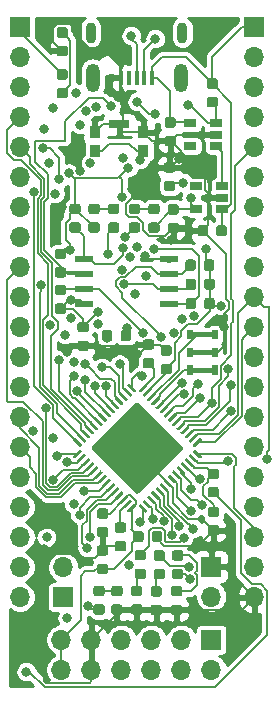
<source format=gtl>
G04 #@! TF.GenerationSoftware,KiCad,Pcbnew,(5.1.5-0-10_14)*
G04 #@! TF.CreationDate,2020-06-26T14:28:06-07:00*
G04 #@! TF.ProjectId,raptor,72617074-6f72-42e6-9b69-6361645f7063,rev?*
G04 #@! TF.SameCoordinates,Original*
G04 #@! TF.FileFunction,Copper,L1,Top*
G04 #@! TF.FilePolarity,Positive*
%FSLAX46Y46*%
G04 Gerber Fmt 4.6, Leading zero omitted, Abs format (unit mm)*
G04 Created by KiCad (PCBNEW (5.1.5-0-10_14)) date 2020-06-26 14:28:06*
%MOMM*%
%LPD*%
G04 APERTURE LIST*
%ADD10O,0.900000X1.800000*%
%ADD11O,1.200000X2.400000*%
%ADD12R,0.450000X1.300000*%
%ADD13C,0.100000*%
%ADD14C,0.500000*%
%ADD15R,1.700000X1.700000*%
%ADD16O,1.700000X1.700000*%
%ADD17R,1.600000X0.600000*%
%ADD18R,1.060000X0.650000*%
%ADD19R,0.900000X1.000000*%
%ADD20R,1.700000X0.800000*%
%ADD21C,0.800000*%
%ADD22C,0.203200*%
%ADD23C,0.127000*%
%ADD24C,0.254000*%
G04 APERTURE END LIST*
D10*
X144415000Y-85850000D03*
X152165000Y-85850000D03*
D11*
X144565000Y-89650000D03*
X152015000Y-89650000D03*
D12*
X146990000Y-89650000D03*
X147640000Y-89650000D03*
X148290000Y-89650000D03*
X148940000Y-89650000D03*
X149590000Y-89650000D03*
G04 #@! TA.AperFunction,SMDPad,CuDef*
D13*
G36*
X154673200Y-113328400D02*
G01*
X154673200Y-113128400D01*
X153073200Y-113128400D01*
X153073200Y-113328400D01*
X152573200Y-113328400D01*
X152573200Y-112528400D01*
X153073200Y-112528400D01*
X153073200Y-112728400D01*
X154673200Y-112728400D01*
X154673200Y-112528400D01*
X155173200Y-112528400D01*
X155173200Y-113328400D01*
X154673200Y-113328400D01*
G37*
G04 #@! TD.AperFunction*
G04 #@! TA.AperFunction,SMDPad,CuDef*
G36*
X154673200Y-114828400D02*
G01*
X154673200Y-114628400D01*
X153073200Y-114628400D01*
X153073200Y-114828400D01*
X152573200Y-114828400D01*
X152573200Y-114028400D01*
X153073200Y-114028400D01*
X153073200Y-114228400D01*
X154673200Y-114228400D01*
X154673200Y-114028400D01*
X155173200Y-114028400D01*
X155173200Y-114828400D01*
X154673200Y-114828400D01*
G37*
G04 #@! TD.AperFunction*
G04 #@! TA.AperFunction,SMDPad,CuDef*
G36*
X154673200Y-111828400D02*
G01*
X154673200Y-111628400D01*
X153073200Y-111628400D01*
X153073200Y-111828400D01*
X152573200Y-111828400D01*
X152573200Y-111028400D01*
X153073200Y-111028400D01*
X153073200Y-111228400D01*
X154673200Y-111228400D01*
X154673200Y-111028400D01*
X155173200Y-111028400D01*
X155173200Y-111828400D01*
X154673200Y-111828400D01*
G37*
G04 #@! TD.AperFunction*
G04 #@! TA.AperFunction,SMDPad,CuDef*
G36*
X153216085Y-121140678D02*
G01*
X153222152Y-121141578D01*
X153228102Y-121143068D01*
X153233877Y-121145135D01*
X153239421Y-121147757D01*
X153244682Y-121150910D01*
X153249609Y-121154564D01*
X153254153Y-121158683D01*
X153784483Y-121689013D01*
X153788602Y-121693557D01*
X153792256Y-121698484D01*
X153795409Y-121703745D01*
X153798031Y-121709289D01*
X153800098Y-121715064D01*
X153801588Y-121721014D01*
X153802488Y-121727081D01*
X153802789Y-121733207D01*
X153802488Y-121739333D01*
X153801588Y-121745400D01*
X153800098Y-121751350D01*
X153798031Y-121757125D01*
X153795409Y-121762669D01*
X153792256Y-121767930D01*
X153788602Y-121772857D01*
X153784483Y-121777401D01*
X153696095Y-121865789D01*
X153691551Y-121869908D01*
X153686624Y-121873562D01*
X153681363Y-121876715D01*
X153675819Y-121879337D01*
X153670044Y-121881404D01*
X153664094Y-121882894D01*
X153658027Y-121883794D01*
X153651901Y-121884095D01*
X153645775Y-121883794D01*
X153639708Y-121882894D01*
X153633758Y-121881404D01*
X153627983Y-121879337D01*
X153622439Y-121876715D01*
X153617178Y-121873562D01*
X153612251Y-121869908D01*
X153607707Y-121865789D01*
X153077377Y-121335459D01*
X153073258Y-121330915D01*
X153069604Y-121325988D01*
X153066451Y-121320727D01*
X153063829Y-121315183D01*
X153061762Y-121309408D01*
X153060272Y-121303458D01*
X153059372Y-121297391D01*
X153059071Y-121291265D01*
X153059372Y-121285139D01*
X153060272Y-121279072D01*
X153061762Y-121273122D01*
X153063829Y-121267347D01*
X153066451Y-121261803D01*
X153069604Y-121256542D01*
X153073258Y-121251615D01*
X153077377Y-121247071D01*
X153165765Y-121158683D01*
X153170309Y-121154564D01*
X153175236Y-121150910D01*
X153180497Y-121147757D01*
X153186041Y-121145135D01*
X153191816Y-121143068D01*
X153197766Y-121141578D01*
X153203833Y-121140678D01*
X153209959Y-121140377D01*
X153216085Y-121140678D01*
G37*
G04 #@! TD.AperFunction*
G04 #@! TA.AperFunction,SMDPad,CuDef*
G36*
X152862532Y-121494231D02*
G01*
X152868599Y-121495131D01*
X152874549Y-121496621D01*
X152880324Y-121498688D01*
X152885868Y-121501310D01*
X152891129Y-121504463D01*
X152896056Y-121508117D01*
X152900600Y-121512236D01*
X153430930Y-122042566D01*
X153435049Y-122047110D01*
X153438703Y-122052037D01*
X153441856Y-122057298D01*
X153444478Y-122062842D01*
X153446545Y-122068617D01*
X153448035Y-122074567D01*
X153448935Y-122080634D01*
X153449236Y-122086760D01*
X153448935Y-122092886D01*
X153448035Y-122098953D01*
X153446545Y-122104903D01*
X153444478Y-122110678D01*
X153441856Y-122116222D01*
X153438703Y-122121483D01*
X153435049Y-122126410D01*
X153430930Y-122130954D01*
X153342542Y-122219342D01*
X153337998Y-122223461D01*
X153333071Y-122227115D01*
X153327810Y-122230268D01*
X153322266Y-122232890D01*
X153316491Y-122234957D01*
X153310541Y-122236447D01*
X153304474Y-122237347D01*
X153298348Y-122237648D01*
X153292222Y-122237347D01*
X153286155Y-122236447D01*
X153280205Y-122234957D01*
X153274430Y-122232890D01*
X153268886Y-122230268D01*
X153263625Y-122227115D01*
X153258698Y-122223461D01*
X153254154Y-122219342D01*
X152723824Y-121689012D01*
X152719705Y-121684468D01*
X152716051Y-121679541D01*
X152712898Y-121674280D01*
X152710276Y-121668736D01*
X152708209Y-121662961D01*
X152706719Y-121657011D01*
X152705819Y-121650944D01*
X152705518Y-121644818D01*
X152705819Y-121638692D01*
X152706719Y-121632625D01*
X152708209Y-121626675D01*
X152710276Y-121620900D01*
X152712898Y-121615356D01*
X152716051Y-121610095D01*
X152719705Y-121605168D01*
X152723824Y-121600624D01*
X152812212Y-121512236D01*
X152816756Y-121508117D01*
X152821683Y-121504463D01*
X152826944Y-121501310D01*
X152832488Y-121498688D01*
X152838263Y-121496621D01*
X152844213Y-121495131D01*
X152850280Y-121494231D01*
X152856406Y-121493930D01*
X152862532Y-121494231D01*
G37*
G04 #@! TD.AperFunction*
G04 #@! TA.AperFunction,SMDPad,CuDef*
G36*
X152508978Y-121847785D02*
G01*
X152515045Y-121848685D01*
X152520995Y-121850175D01*
X152526770Y-121852242D01*
X152532314Y-121854864D01*
X152537575Y-121858017D01*
X152542502Y-121861671D01*
X152547046Y-121865790D01*
X153077376Y-122396120D01*
X153081495Y-122400664D01*
X153085149Y-122405591D01*
X153088302Y-122410852D01*
X153090924Y-122416396D01*
X153092991Y-122422171D01*
X153094481Y-122428121D01*
X153095381Y-122434188D01*
X153095682Y-122440314D01*
X153095381Y-122446440D01*
X153094481Y-122452507D01*
X153092991Y-122458457D01*
X153090924Y-122464232D01*
X153088302Y-122469776D01*
X153085149Y-122475037D01*
X153081495Y-122479964D01*
X153077376Y-122484508D01*
X152988988Y-122572896D01*
X152984444Y-122577015D01*
X152979517Y-122580669D01*
X152974256Y-122583822D01*
X152968712Y-122586444D01*
X152962937Y-122588511D01*
X152956987Y-122590001D01*
X152950920Y-122590901D01*
X152944794Y-122591202D01*
X152938668Y-122590901D01*
X152932601Y-122590001D01*
X152926651Y-122588511D01*
X152920876Y-122586444D01*
X152915332Y-122583822D01*
X152910071Y-122580669D01*
X152905144Y-122577015D01*
X152900600Y-122572896D01*
X152370270Y-122042566D01*
X152366151Y-122038022D01*
X152362497Y-122033095D01*
X152359344Y-122027834D01*
X152356722Y-122022290D01*
X152354655Y-122016515D01*
X152353165Y-122010565D01*
X152352265Y-122004498D01*
X152351964Y-121998372D01*
X152352265Y-121992246D01*
X152353165Y-121986179D01*
X152354655Y-121980229D01*
X152356722Y-121974454D01*
X152359344Y-121968910D01*
X152362497Y-121963649D01*
X152366151Y-121958722D01*
X152370270Y-121954178D01*
X152458658Y-121865790D01*
X152463202Y-121861671D01*
X152468129Y-121858017D01*
X152473390Y-121854864D01*
X152478934Y-121852242D01*
X152484709Y-121850175D01*
X152490659Y-121848685D01*
X152496726Y-121847785D01*
X152502852Y-121847484D01*
X152508978Y-121847785D01*
G37*
G04 #@! TD.AperFunction*
G04 #@! TA.AperFunction,SMDPad,CuDef*
G36*
X152155425Y-122201338D02*
G01*
X152161492Y-122202238D01*
X152167442Y-122203728D01*
X152173217Y-122205795D01*
X152178761Y-122208417D01*
X152184022Y-122211570D01*
X152188949Y-122215224D01*
X152193493Y-122219343D01*
X152723823Y-122749673D01*
X152727942Y-122754217D01*
X152731596Y-122759144D01*
X152734749Y-122764405D01*
X152737371Y-122769949D01*
X152739438Y-122775724D01*
X152740928Y-122781674D01*
X152741828Y-122787741D01*
X152742129Y-122793867D01*
X152741828Y-122799993D01*
X152740928Y-122806060D01*
X152739438Y-122812010D01*
X152737371Y-122817785D01*
X152734749Y-122823329D01*
X152731596Y-122828590D01*
X152727942Y-122833517D01*
X152723823Y-122838061D01*
X152635435Y-122926449D01*
X152630891Y-122930568D01*
X152625964Y-122934222D01*
X152620703Y-122937375D01*
X152615159Y-122939997D01*
X152609384Y-122942064D01*
X152603434Y-122943554D01*
X152597367Y-122944454D01*
X152591241Y-122944755D01*
X152585115Y-122944454D01*
X152579048Y-122943554D01*
X152573098Y-122942064D01*
X152567323Y-122939997D01*
X152561779Y-122937375D01*
X152556518Y-122934222D01*
X152551591Y-122930568D01*
X152547047Y-122926449D01*
X152016717Y-122396119D01*
X152012598Y-122391575D01*
X152008944Y-122386648D01*
X152005791Y-122381387D01*
X152003169Y-122375843D01*
X152001102Y-122370068D01*
X151999612Y-122364118D01*
X151998712Y-122358051D01*
X151998411Y-122351925D01*
X151998712Y-122345799D01*
X151999612Y-122339732D01*
X152001102Y-122333782D01*
X152003169Y-122328007D01*
X152005791Y-122322463D01*
X152008944Y-122317202D01*
X152012598Y-122312275D01*
X152016717Y-122307731D01*
X152105105Y-122219343D01*
X152109649Y-122215224D01*
X152114576Y-122211570D01*
X152119837Y-122208417D01*
X152125381Y-122205795D01*
X152131156Y-122203728D01*
X152137106Y-122202238D01*
X152143173Y-122201338D01*
X152149299Y-122201037D01*
X152155425Y-122201338D01*
G37*
G04 #@! TD.AperFunction*
G04 #@! TA.AperFunction,SMDPad,CuDef*
G36*
X151801871Y-122554891D02*
G01*
X151807938Y-122555791D01*
X151813888Y-122557281D01*
X151819663Y-122559348D01*
X151825207Y-122561970D01*
X151830468Y-122565123D01*
X151835395Y-122568777D01*
X151839939Y-122572896D01*
X152370269Y-123103226D01*
X152374388Y-123107770D01*
X152378042Y-123112697D01*
X152381195Y-123117958D01*
X152383817Y-123123502D01*
X152385884Y-123129277D01*
X152387374Y-123135227D01*
X152388274Y-123141294D01*
X152388575Y-123147420D01*
X152388274Y-123153546D01*
X152387374Y-123159613D01*
X152385884Y-123165563D01*
X152383817Y-123171338D01*
X152381195Y-123176882D01*
X152378042Y-123182143D01*
X152374388Y-123187070D01*
X152370269Y-123191614D01*
X152281881Y-123280002D01*
X152277337Y-123284121D01*
X152272410Y-123287775D01*
X152267149Y-123290928D01*
X152261605Y-123293550D01*
X152255830Y-123295617D01*
X152249880Y-123297107D01*
X152243813Y-123298007D01*
X152237687Y-123298308D01*
X152231561Y-123298007D01*
X152225494Y-123297107D01*
X152219544Y-123295617D01*
X152213769Y-123293550D01*
X152208225Y-123290928D01*
X152202964Y-123287775D01*
X152198037Y-123284121D01*
X152193493Y-123280002D01*
X151663163Y-122749672D01*
X151659044Y-122745128D01*
X151655390Y-122740201D01*
X151652237Y-122734940D01*
X151649615Y-122729396D01*
X151647548Y-122723621D01*
X151646058Y-122717671D01*
X151645158Y-122711604D01*
X151644857Y-122705478D01*
X151645158Y-122699352D01*
X151646058Y-122693285D01*
X151647548Y-122687335D01*
X151649615Y-122681560D01*
X151652237Y-122676016D01*
X151655390Y-122670755D01*
X151659044Y-122665828D01*
X151663163Y-122661284D01*
X151751551Y-122572896D01*
X151756095Y-122568777D01*
X151761022Y-122565123D01*
X151766283Y-122561970D01*
X151771827Y-122559348D01*
X151777602Y-122557281D01*
X151783552Y-122555791D01*
X151789619Y-122554891D01*
X151795745Y-122554590D01*
X151801871Y-122554891D01*
G37*
G04 #@! TD.AperFunction*
G04 #@! TA.AperFunction,SMDPad,CuDef*
G36*
X151448318Y-122908445D02*
G01*
X151454385Y-122909345D01*
X151460335Y-122910835D01*
X151466110Y-122912902D01*
X151471654Y-122915524D01*
X151476915Y-122918677D01*
X151481842Y-122922331D01*
X151486386Y-122926450D01*
X152016716Y-123456780D01*
X152020835Y-123461324D01*
X152024489Y-123466251D01*
X152027642Y-123471512D01*
X152030264Y-123477056D01*
X152032331Y-123482831D01*
X152033821Y-123488781D01*
X152034721Y-123494848D01*
X152035022Y-123500974D01*
X152034721Y-123507100D01*
X152033821Y-123513167D01*
X152032331Y-123519117D01*
X152030264Y-123524892D01*
X152027642Y-123530436D01*
X152024489Y-123535697D01*
X152020835Y-123540624D01*
X152016716Y-123545168D01*
X151928328Y-123633556D01*
X151923784Y-123637675D01*
X151918857Y-123641329D01*
X151913596Y-123644482D01*
X151908052Y-123647104D01*
X151902277Y-123649171D01*
X151896327Y-123650661D01*
X151890260Y-123651561D01*
X151884134Y-123651862D01*
X151878008Y-123651561D01*
X151871941Y-123650661D01*
X151865991Y-123649171D01*
X151860216Y-123647104D01*
X151854672Y-123644482D01*
X151849411Y-123641329D01*
X151844484Y-123637675D01*
X151839940Y-123633556D01*
X151309610Y-123103226D01*
X151305491Y-123098682D01*
X151301837Y-123093755D01*
X151298684Y-123088494D01*
X151296062Y-123082950D01*
X151293995Y-123077175D01*
X151292505Y-123071225D01*
X151291605Y-123065158D01*
X151291304Y-123059032D01*
X151291605Y-123052906D01*
X151292505Y-123046839D01*
X151293995Y-123040889D01*
X151296062Y-123035114D01*
X151298684Y-123029570D01*
X151301837Y-123024309D01*
X151305491Y-123019382D01*
X151309610Y-123014838D01*
X151397998Y-122926450D01*
X151402542Y-122922331D01*
X151407469Y-122918677D01*
X151412730Y-122915524D01*
X151418274Y-122912902D01*
X151424049Y-122910835D01*
X151429999Y-122909345D01*
X151436066Y-122908445D01*
X151442192Y-122908144D01*
X151448318Y-122908445D01*
G37*
G04 #@! TD.AperFunction*
G04 #@! TA.AperFunction,SMDPad,CuDef*
G36*
X151094765Y-123261998D02*
G01*
X151100832Y-123262898D01*
X151106782Y-123264388D01*
X151112557Y-123266455D01*
X151118101Y-123269077D01*
X151123362Y-123272230D01*
X151128289Y-123275884D01*
X151132833Y-123280003D01*
X151663163Y-123810333D01*
X151667282Y-123814877D01*
X151670936Y-123819804D01*
X151674089Y-123825065D01*
X151676711Y-123830609D01*
X151678778Y-123836384D01*
X151680268Y-123842334D01*
X151681168Y-123848401D01*
X151681469Y-123854527D01*
X151681168Y-123860653D01*
X151680268Y-123866720D01*
X151678778Y-123872670D01*
X151676711Y-123878445D01*
X151674089Y-123883989D01*
X151670936Y-123889250D01*
X151667282Y-123894177D01*
X151663163Y-123898721D01*
X151574775Y-123987109D01*
X151570231Y-123991228D01*
X151565304Y-123994882D01*
X151560043Y-123998035D01*
X151554499Y-124000657D01*
X151548724Y-124002724D01*
X151542774Y-124004214D01*
X151536707Y-124005114D01*
X151530581Y-124005415D01*
X151524455Y-124005114D01*
X151518388Y-124004214D01*
X151512438Y-124002724D01*
X151506663Y-124000657D01*
X151501119Y-123998035D01*
X151495858Y-123994882D01*
X151490931Y-123991228D01*
X151486387Y-123987109D01*
X150956057Y-123456779D01*
X150951938Y-123452235D01*
X150948284Y-123447308D01*
X150945131Y-123442047D01*
X150942509Y-123436503D01*
X150940442Y-123430728D01*
X150938952Y-123424778D01*
X150938052Y-123418711D01*
X150937751Y-123412585D01*
X150938052Y-123406459D01*
X150938952Y-123400392D01*
X150940442Y-123394442D01*
X150942509Y-123388667D01*
X150945131Y-123383123D01*
X150948284Y-123377862D01*
X150951938Y-123372935D01*
X150956057Y-123368391D01*
X151044445Y-123280003D01*
X151048989Y-123275884D01*
X151053916Y-123272230D01*
X151059177Y-123269077D01*
X151064721Y-123266455D01*
X151070496Y-123264388D01*
X151076446Y-123262898D01*
X151082513Y-123261998D01*
X151088639Y-123261697D01*
X151094765Y-123261998D01*
G37*
G04 #@! TD.AperFunction*
G04 #@! TA.AperFunction,SMDPad,CuDef*
G36*
X150741211Y-123615552D02*
G01*
X150747278Y-123616452D01*
X150753228Y-123617942D01*
X150759003Y-123620009D01*
X150764547Y-123622631D01*
X150769808Y-123625784D01*
X150774735Y-123629438D01*
X150779279Y-123633557D01*
X151309609Y-124163887D01*
X151313728Y-124168431D01*
X151317382Y-124173358D01*
X151320535Y-124178619D01*
X151323157Y-124184163D01*
X151325224Y-124189938D01*
X151326714Y-124195888D01*
X151327614Y-124201955D01*
X151327915Y-124208081D01*
X151327614Y-124214207D01*
X151326714Y-124220274D01*
X151325224Y-124226224D01*
X151323157Y-124231999D01*
X151320535Y-124237543D01*
X151317382Y-124242804D01*
X151313728Y-124247731D01*
X151309609Y-124252275D01*
X151221221Y-124340663D01*
X151216677Y-124344782D01*
X151211750Y-124348436D01*
X151206489Y-124351589D01*
X151200945Y-124354211D01*
X151195170Y-124356278D01*
X151189220Y-124357768D01*
X151183153Y-124358668D01*
X151177027Y-124358969D01*
X151170901Y-124358668D01*
X151164834Y-124357768D01*
X151158884Y-124356278D01*
X151153109Y-124354211D01*
X151147565Y-124351589D01*
X151142304Y-124348436D01*
X151137377Y-124344782D01*
X151132833Y-124340663D01*
X150602503Y-123810333D01*
X150598384Y-123805789D01*
X150594730Y-123800862D01*
X150591577Y-123795601D01*
X150588955Y-123790057D01*
X150586888Y-123784282D01*
X150585398Y-123778332D01*
X150584498Y-123772265D01*
X150584197Y-123766139D01*
X150584498Y-123760013D01*
X150585398Y-123753946D01*
X150586888Y-123747996D01*
X150588955Y-123742221D01*
X150591577Y-123736677D01*
X150594730Y-123731416D01*
X150598384Y-123726489D01*
X150602503Y-123721945D01*
X150690891Y-123633557D01*
X150695435Y-123629438D01*
X150700362Y-123625784D01*
X150705623Y-123622631D01*
X150711167Y-123620009D01*
X150716942Y-123617942D01*
X150722892Y-123616452D01*
X150728959Y-123615552D01*
X150735085Y-123615251D01*
X150741211Y-123615552D01*
G37*
G04 #@! TD.AperFunction*
G04 #@! TA.AperFunction,SMDPad,CuDef*
G36*
X150387658Y-123969105D02*
G01*
X150393725Y-123970005D01*
X150399675Y-123971495D01*
X150405450Y-123973562D01*
X150410994Y-123976184D01*
X150416255Y-123979337D01*
X150421182Y-123982991D01*
X150425726Y-123987110D01*
X150956056Y-124517440D01*
X150960175Y-124521984D01*
X150963829Y-124526911D01*
X150966982Y-124532172D01*
X150969604Y-124537716D01*
X150971671Y-124543491D01*
X150973161Y-124549441D01*
X150974061Y-124555508D01*
X150974362Y-124561634D01*
X150974061Y-124567760D01*
X150973161Y-124573827D01*
X150971671Y-124579777D01*
X150969604Y-124585552D01*
X150966982Y-124591096D01*
X150963829Y-124596357D01*
X150960175Y-124601284D01*
X150956056Y-124605828D01*
X150867668Y-124694216D01*
X150863124Y-124698335D01*
X150858197Y-124701989D01*
X150852936Y-124705142D01*
X150847392Y-124707764D01*
X150841617Y-124709831D01*
X150835667Y-124711321D01*
X150829600Y-124712221D01*
X150823474Y-124712522D01*
X150817348Y-124712221D01*
X150811281Y-124711321D01*
X150805331Y-124709831D01*
X150799556Y-124707764D01*
X150794012Y-124705142D01*
X150788751Y-124701989D01*
X150783824Y-124698335D01*
X150779280Y-124694216D01*
X150248950Y-124163886D01*
X150244831Y-124159342D01*
X150241177Y-124154415D01*
X150238024Y-124149154D01*
X150235402Y-124143610D01*
X150233335Y-124137835D01*
X150231845Y-124131885D01*
X150230945Y-124125818D01*
X150230644Y-124119692D01*
X150230945Y-124113566D01*
X150231845Y-124107499D01*
X150233335Y-124101549D01*
X150235402Y-124095774D01*
X150238024Y-124090230D01*
X150241177Y-124084969D01*
X150244831Y-124080042D01*
X150248950Y-124075498D01*
X150337338Y-123987110D01*
X150341882Y-123982991D01*
X150346809Y-123979337D01*
X150352070Y-123976184D01*
X150357614Y-123973562D01*
X150363389Y-123971495D01*
X150369339Y-123970005D01*
X150375406Y-123969105D01*
X150381532Y-123968804D01*
X150387658Y-123969105D01*
G37*
G04 #@! TD.AperFunction*
G04 #@! TA.AperFunction,SMDPad,CuDef*
G36*
X150034104Y-124322658D02*
G01*
X150040171Y-124323558D01*
X150046121Y-124325048D01*
X150051896Y-124327115D01*
X150057440Y-124329737D01*
X150062701Y-124332890D01*
X150067628Y-124336544D01*
X150072172Y-124340663D01*
X150602502Y-124870993D01*
X150606621Y-124875537D01*
X150610275Y-124880464D01*
X150613428Y-124885725D01*
X150616050Y-124891269D01*
X150618117Y-124897044D01*
X150619607Y-124902994D01*
X150620507Y-124909061D01*
X150620808Y-124915187D01*
X150620507Y-124921313D01*
X150619607Y-124927380D01*
X150618117Y-124933330D01*
X150616050Y-124939105D01*
X150613428Y-124944649D01*
X150610275Y-124949910D01*
X150606621Y-124954837D01*
X150602502Y-124959381D01*
X150514114Y-125047769D01*
X150509570Y-125051888D01*
X150504643Y-125055542D01*
X150499382Y-125058695D01*
X150493838Y-125061317D01*
X150488063Y-125063384D01*
X150482113Y-125064874D01*
X150476046Y-125065774D01*
X150469920Y-125066075D01*
X150463794Y-125065774D01*
X150457727Y-125064874D01*
X150451777Y-125063384D01*
X150446002Y-125061317D01*
X150440458Y-125058695D01*
X150435197Y-125055542D01*
X150430270Y-125051888D01*
X150425726Y-125047769D01*
X149895396Y-124517439D01*
X149891277Y-124512895D01*
X149887623Y-124507968D01*
X149884470Y-124502707D01*
X149881848Y-124497163D01*
X149879781Y-124491388D01*
X149878291Y-124485438D01*
X149877391Y-124479371D01*
X149877090Y-124473245D01*
X149877391Y-124467119D01*
X149878291Y-124461052D01*
X149879781Y-124455102D01*
X149881848Y-124449327D01*
X149884470Y-124443783D01*
X149887623Y-124438522D01*
X149891277Y-124433595D01*
X149895396Y-124429051D01*
X149983784Y-124340663D01*
X149988328Y-124336544D01*
X149993255Y-124332890D01*
X149998516Y-124329737D01*
X150004060Y-124327115D01*
X150009835Y-124325048D01*
X150015785Y-124323558D01*
X150021852Y-124322658D01*
X150027978Y-124322357D01*
X150034104Y-124322658D01*
G37*
G04 #@! TD.AperFunction*
G04 #@! TA.AperFunction,SMDPad,CuDef*
G36*
X149680551Y-124676212D02*
G01*
X149686618Y-124677112D01*
X149692568Y-124678602D01*
X149698343Y-124680669D01*
X149703887Y-124683291D01*
X149709148Y-124686444D01*
X149714075Y-124690098D01*
X149718619Y-124694217D01*
X150248949Y-125224547D01*
X150253068Y-125229091D01*
X150256722Y-125234018D01*
X150259875Y-125239279D01*
X150262497Y-125244823D01*
X150264564Y-125250598D01*
X150266054Y-125256548D01*
X150266954Y-125262615D01*
X150267255Y-125268741D01*
X150266954Y-125274867D01*
X150266054Y-125280934D01*
X150264564Y-125286884D01*
X150262497Y-125292659D01*
X150259875Y-125298203D01*
X150256722Y-125303464D01*
X150253068Y-125308391D01*
X150248949Y-125312935D01*
X150160561Y-125401323D01*
X150156017Y-125405442D01*
X150151090Y-125409096D01*
X150145829Y-125412249D01*
X150140285Y-125414871D01*
X150134510Y-125416938D01*
X150128560Y-125418428D01*
X150122493Y-125419328D01*
X150116367Y-125419629D01*
X150110241Y-125419328D01*
X150104174Y-125418428D01*
X150098224Y-125416938D01*
X150092449Y-125414871D01*
X150086905Y-125412249D01*
X150081644Y-125409096D01*
X150076717Y-125405442D01*
X150072173Y-125401323D01*
X149541843Y-124870993D01*
X149537724Y-124866449D01*
X149534070Y-124861522D01*
X149530917Y-124856261D01*
X149528295Y-124850717D01*
X149526228Y-124844942D01*
X149524738Y-124838992D01*
X149523838Y-124832925D01*
X149523537Y-124826799D01*
X149523838Y-124820673D01*
X149524738Y-124814606D01*
X149526228Y-124808656D01*
X149528295Y-124802881D01*
X149530917Y-124797337D01*
X149534070Y-124792076D01*
X149537724Y-124787149D01*
X149541843Y-124782605D01*
X149630231Y-124694217D01*
X149634775Y-124690098D01*
X149639702Y-124686444D01*
X149644963Y-124683291D01*
X149650507Y-124680669D01*
X149656282Y-124678602D01*
X149662232Y-124677112D01*
X149668299Y-124676212D01*
X149674425Y-124675911D01*
X149680551Y-124676212D01*
G37*
G04 #@! TD.AperFunction*
G04 #@! TA.AperFunction,SMDPad,CuDef*
G36*
X149326998Y-125029765D02*
G01*
X149333065Y-125030665D01*
X149339015Y-125032155D01*
X149344790Y-125034222D01*
X149350334Y-125036844D01*
X149355595Y-125039997D01*
X149360522Y-125043651D01*
X149365066Y-125047770D01*
X149895396Y-125578100D01*
X149899515Y-125582644D01*
X149903169Y-125587571D01*
X149906322Y-125592832D01*
X149908944Y-125598376D01*
X149911011Y-125604151D01*
X149912501Y-125610101D01*
X149913401Y-125616168D01*
X149913702Y-125622294D01*
X149913401Y-125628420D01*
X149912501Y-125634487D01*
X149911011Y-125640437D01*
X149908944Y-125646212D01*
X149906322Y-125651756D01*
X149903169Y-125657017D01*
X149899515Y-125661944D01*
X149895396Y-125666488D01*
X149807008Y-125754876D01*
X149802464Y-125758995D01*
X149797537Y-125762649D01*
X149792276Y-125765802D01*
X149786732Y-125768424D01*
X149780957Y-125770491D01*
X149775007Y-125771981D01*
X149768940Y-125772881D01*
X149762814Y-125773182D01*
X149756688Y-125772881D01*
X149750621Y-125771981D01*
X149744671Y-125770491D01*
X149738896Y-125768424D01*
X149733352Y-125765802D01*
X149728091Y-125762649D01*
X149723164Y-125758995D01*
X149718620Y-125754876D01*
X149188290Y-125224546D01*
X149184171Y-125220002D01*
X149180517Y-125215075D01*
X149177364Y-125209814D01*
X149174742Y-125204270D01*
X149172675Y-125198495D01*
X149171185Y-125192545D01*
X149170285Y-125186478D01*
X149169984Y-125180352D01*
X149170285Y-125174226D01*
X149171185Y-125168159D01*
X149172675Y-125162209D01*
X149174742Y-125156434D01*
X149177364Y-125150890D01*
X149180517Y-125145629D01*
X149184171Y-125140702D01*
X149188290Y-125136158D01*
X149276678Y-125047770D01*
X149281222Y-125043651D01*
X149286149Y-125039997D01*
X149291410Y-125036844D01*
X149296954Y-125034222D01*
X149302729Y-125032155D01*
X149308679Y-125030665D01*
X149314746Y-125029765D01*
X149320872Y-125029464D01*
X149326998Y-125029765D01*
G37*
G04 #@! TD.AperFunction*
G04 #@! TA.AperFunction,SMDPad,CuDef*
G36*
X148973444Y-125383319D02*
G01*
X148979511Y-125384219D01*
X148985461Y-125385709D01*
X148991236Y-125387776D01*
X148996780Y-125390398D01*
X149002041Y-125393551D01*
X149006968Y-125397205D01*
X149011512Y-125401324D01*
X149541842Y-125931654D01*
X149545961Y-125936198D01*
X149549615Y-125941125D01*
X149552768Y-125946386D01*
X149555390Y-125951930D01*
X149557457Y-125957705D01*
X149558947Y-125963655D01*
X149559847Y-125969722D01*
X149560148Y-125975848D01*
X149559847Y-125981974D01*
X149558947Y-125988041D01*
X149557457Y-125993991D01*
X149555390Y-125999766D01*
X149552768Y-126005310D01*
X149549615Y-126010571D01*
X149545961Y-126015498D01*
X149541842Y-126020042D01*
X149453454Y-126108430D01*
X149448910Y-126112549D01*
X149443983Y-126116203D01*
X149438722Y-126119356D01*
X149433178Y-126121978D01*
X149427403Y-126124045D01*
X149421453Y-126125535D01*
X149415386Y-126126435D01*
X149409260Y-126126736D01*
X149403134Y-126126435D01*
X149397067Y-126125535D01*
X149391117Y-126124045D01*
X149385342Y-126121978D01*
X149379798Y-126119356D01*
X149374537Y-126116203D01*
X149369610Y-126112549D01*
X149365066Y-126108430D01*
X148834736Y-125578100D01*
X148830617Y-125573556D01*
X148826963Y-125568629D01*
X148823810Y-125563368D01*
X148821188Y-125557824D01*
X148819121Y-125552049D01*
X148817631Y-125546099D01*
X148816731Y-125540032D01*
X148816430Y-125533906D01*
X148816731Y-125527780D01*
X148817631Y-125521713D01*
X148819121Y-125515763D01*
X148821188Y-125509988D01*
X148823810Y-125504444D01*
X148826963Y-125499183D01*
X148830617Y-125494256D01*
X148834736Y-125489712D01*
X148923124Y-125401324D01*
X148927668Y-125397205D01*
X148932595Y-125393551D01*
X148937856Y-125390398D01*
X148943400Y-125387776D01*
X148949175Y-125385709D01*
X148955125Y-125384219D01*
X148961192Y-125383319D01*
X148967318Y-125383018D01*
X148973444Y-125383319D01*
G37*
G04 #@! TD.AperFunction*
G04 #@! TA.AperFunction,SMDPad,CuDef*
G36*
X148619891Y-125736872D02*
G01*
X148625958Y-125737772D01*
X148631908Y-125739262D01*
X148637683Y-125741329D01*
X148643227Y-125743951D01*
X148648488Y-125747104D01*
X148653415Y-125750758D01*
X148657959Y-125754877D01*
X149188289Y-126285207D01*
X149192408Y-126289751D01*
X149196062Y-126294678D01*
X149199215Y-126299939D01*
X149201837Y-126305483D01*
X149203904Y-126311258D01*
X149205394Y-126317208D01*
X149206294Y-126323275D01*
X149206595Y-126329401D01*
X149206294Y-126335527D01*
X149205394Y-126341594D01*
X149203904Y-126347544D01*
X149201837Y-126353319D01*
X149199215Y-126358863D01*
X149196062Y-126364124D01*
X149192408Y-126369051D01*
X149188289Y-126373595D01*
X149099901Y-126461983D01*
X149095357Y-126466102D01*
X149090430Y-126469756D01*
X149085169Y-126472909D01*
X149079625Y-126475531D01*
X149073850Y-126477598D01*
X149067900Y-126479088D01*
X149061833Y-126479988D01*
X149055707Y-126480289D01*
X149049581Y-126479988D01*
X149043514Y-126479088D01*
X149037564Y-126477598D01*
X149031789Y-126475531D01*
X149026245Y-126472909D01*
X149020984Y-126469756D01*
X149016057Y-126466102D01*
X149011513Y-126461983D01*
X148481183Y-125931653D01*
X148477064Y-125927109D01*
X148473410Y-125922182D01*
X148470257Y-125916921D01*
X148467635Y-125911377D01*
X148465568Y-125905602D01*
X148464078Y-125899652D01*
X148463178Y-125893585D01*
X148462877Y-125887459D01*
X148463178Y-125881333D01*
X148464078Y-125875266D01*
X148465568Y-125869316D01*
X148467635Y-125863541D01*
X148470257Y-125857997D01*
X148473410Y-125852736D01*
X148477064Y-125847809D01*
X148481183Y-125843265D01*
X148569571Y-125754877D01*
X148574115Y-125750758D01*
X148579042Y-125747104D01*
X148584303Y-125743951D01*
X148589847Y-125741329D01*
X148595622Y-125739262D01*
X148601572Y-125737772D01*
X148607639Y-125736872D01*
X148613765Y-125736571D01*
X148619891Y-125736872D01*
G37*
G04 #@! TD.AperFunction*
G04 #@! TA.AperFunction,SMDPad,CuDef*
G36*
X148089561Y-125736872D02*
G01*
X148095628Y-125737772D01*
X148101578Y-125739262D01*
X148107353Y-125741329D01*
X148112897Y-125743951D01*
X148118158Y-125747104D01*
X148123085Y-125750758D01*
X148127629Y-125754877D01*
X148216017Y-125843265D01*
X148220136Y-125847809D01*
X148223790Y-125852736D01*
X148226943Y-125857997D01*
X148229565Y-125863541D01*
X148231632Y-125869316D01*
X148233122Y-125875266D01*
X148234022Y-125881333D01*
X148234323Y-125887459D01*
X148234022Y-125893585D01*
X148233122Y-125899652D01*
X148231632Y-125905602D01*
X148229565Y-125911377D01*
X148226943Y-125916921D01*
X148223790Y-125922182D01*
X148220136Y-125927109D01*
X148216017Y-125931653D01*
X147685687Y-126461983D01*
X147681143Y-126466102D01*
X147676216Y-126469756D01*
X147670955Y-126472909D01*
X147665411Y-126475531D01*
X147659636Y-126477598D01*
X147653686Y-126479088D01*
X147647619Y-126479988D01*
X147641493Y-126480289D01*
X147635367Y-126479988D01*
X147629300Y-126479088D01*
X147623350Y-126477598D01*
X147617575Y-126475531D01*
X147612031Y-126472909D01*
X147606770Y-126469756D01*
X147601843Y-126466102D01*
X147597299Y-126461983D01*
X147508911Y-126373595D01*
X147504792Y-126369051D01*
X147501138Y-126364124D01*
X147497985Y-126358863D01*
X147495363Y-126353319D01*
X147493296Y-126347544D01*
X147491806Y-126341594D01*
X147490906Y-126335527D01*
X147490605Y-126329401D01*
X147490906Y-126323275D01*
X147491806Y-126317208D01*
X147493296Y-126311258D01*
X147495363Y-126305483D01*
X147497985Y-126299939D01*
X147501138Y-126294678D01*
X147504792Y-126289751D01*
X147508911Y-126285207D01*
X148039241Y-125754877D01*
X148043785Y-125750758D01*
X148048712Y-125747104D01*
X148053973Y-125743951D01*
X148059517Y-125741329D01*
X148065292Y-125739262D01*
X148071242Y-125737772D01*
X148077309Y-125736872D01*
X148083435Y-125736571D01*
X148089561Y-125736872D01*
G37*
G04 #@! TD.AperFunction*
G04 #@! TA.AperFunction,SMDPad,CuDef*
G36*
X147736008Y-125383319D02*
G01*
X147742075Y-125384219D01*
X147748025Y-125385709D01*
X147753800Y-125387776D01*
X147759344Y-125390398D01*
X147764605Y-125393551D01*
X147769532Y-125397205D01*
X147774076Y-125401324D01*
X147862464Y-125489712D01*
X147866583Y-125494256D01*
X147870237Y-125499183D01*
X147873390Y-125504444D01*
X147876012Y-125509988D01*
X147878079Y-125515763D01*
X147879569Y-125521713D01*
X147880469Y-125527780D01*
X147880770Y-125533906D01*
X147880469Y-125540032D01*
X147879569Y-125546099D01*
X147878079Y-125552049D01*
X147876012Y-125557824D01*
X147873390Y-125563368D01*
X147870237Y-125568629D01*
X147866583Y-125573556D01*
X147862464Y-125578100D01*
X147332134Y-126108430D01*
X147327590Y-126112549D01*
X147322663Y-126116203D01*
X147317402Y-126119356D01*
X147311858Y-126121978D01*
X147306083Y-126124045D01*
X147300133Y-126125535D01*
X147294066Y-126126435D01*
X147287940Y-126126736D01*
X147281814Y-126126435D01*
X147275747Y-126125535D01*
X147269797Y-126124045D01*
X147264022Y-126121978D01*
X147258478Y-126119356D01*
X147253217Y-126116203D01*
X147248290Y-126112549D01*
X147243746Y-126108430D01*
X147155358Y-126020042D01*
X147151239Y-126015498D01*
X147147585Y-126010571D01*
X147144432Y-126005310D01*
X147141810Y-125999766D01*
X147139743Y-125993991D01*
X147138253Y-125988041D01*
X147137353Y-125981974D01*
X147137052Y-125975848D01*
X147137353Y-125969722D01*
X147138253Y-125963655D01*
X147139743Y-125957705D01*
X147141810Y-125951930D01*
X147144432Y-125946386D01*
X147147585Y-125941125D01*
X147151239Y-125936198D01*
X147155358Y-125931654D01*
X147685688Y-125401324D01*
X147690232Y-125397205D01*
X147695159Y-125393551D01*
X147700420Y-125390398D01*
X147705964Y-125387776D01*
X147711739Y-125385709D01*
X147717689Y-125384219D01*
X147723756Y-125383319D01*
X147729882Y-125383018D01*
X147736008Y-125383319D01*
G37*
G04 #@! TD.AperFunction*
G04 #@! TA.AperFunction,SMDPad,CuDef*
G36*
X147382454Y-125029765D02*
G01*
X147388521Y-125030665D01*
X147394471Y-125032155D01*
X147400246Y-125034222D01*
X147405790Y-125036844D01*
X147411051Y-125039997D01*
X147415978Y-125043651D01*
X147420522Y-125047770D01*
X147508910Y-125136158D01*
X147513029Y-125140702D01*
X147516683Y-125145629D01*
X147519836Y-125150890D01*
X147522458Y-125156434D01*
X147524525Y-125162209D01*
X147526015Y-125168159D01*
X147526915Y-125174226D01*
X147527216Y-125180352D01*
X147526915Y-125186478D01*
X147526015Y-125192545D01*
X147524525Y-125198495D01*
X147522458Y-125204270D01*
X147519836Y-125209814D01*
X147516683Y-125215075D01*
X147513029Y-125220002D01*
X147508910Y-125224546D01*
X146978580Y-125754876D01*
X146974036Y-125758995D01*
X146969109Y-125762649D01*
X146963848Y-125765802D01*
X146958304Y-125768424D01*
X146952529Y-125770491D01*
X146946579Y-125771981D01*
X146940512Y-125772881D01*
X146934386Y-125773182D01*
X146928260Y-125772881D01*
X146922193Y-125771981D01*
X146916243Y-125770491D01*
X146910468Y-125768424D01*
X146904924Y-125765802D01*
X146899663Y-125762649D01*
X146894736Y-125758995D01*
X146890192Y-125754876D01*
X146801804Y-125666488D01*
X146797685Y-125661944D01*
X146794031Y-125657017D01*
X146790878Y-125651756D01*
X146788256Y-125646212D01*
X146786189Y-125640437D01*
X146784699Y-125634487D01*
X146783799Y-125628420D01*
X146783498Y-125622294D01*
X146783799Y-125616168D01*
X146784699Y-125610101D01*
X146786189Y-125604151D01*
X146788256Y-125598376D01*
X146790878Y-125592832D01*
X146794031Y-125587571D01*
X146797685Y-125582644D01*
X146801804Y-125578100D01*
X147332134Y-125047770D01*
X147336678Y-125043651D01*
X147341605Y-125039997D01*
X147346866Y-125036844D01*
X147352410Y-125034222D01*
X147358185Y-125032155D01*
X147364135Y-125030665D01*
X147370202Y-125029765D01*
X147376328Y-125029464D01*
X147382454Y-125029765D01*
G37*
G04 #@! TD.AperFunction*
G04 #@! TA.AperFunction,SMDPad,CuDef*
G36*
X147028901Y-124676212D02*
G01*
X147034968Y-124677112D01*
X147040918Y-124678602D01*
X147046693Y-124680669D01*
X147052237Y-124683291D01*
X147057498Y-124686444D01*
X147062425Y-124690098D01*
X147066969Y-124694217D01*
X147155357Y-124782605D01*
X147159476Y-124787149D01*
X147163130Y-124792076D01*
X147166283Y-124797337D01*
X147168905Y-124802881D01*
X147170972Y-124808656D01*
X147172462Y-124814606D01*
X147173362Y-124820673D01*
X147173663Y-124826799D01*
X147173362Y-124832925D01*
X147172462Y-124838992D01*
X147170972Y-124844942D01*
X147168905Y-124850717D01*
X147166283Y-124856261D01*
X147163130Y-124861522D01*
X147159476Y-124866449D01*
X147155357Y-124870993D01*
X146625027Y-125401323D01*
X146620483Y-125405442D01*
X146615556Y-125409096D01*
X146610295Y-125412249D01*
X146604751Y-125414871D01*
X146598976Y-125416938D01*
X146593026Y-125418428D01*
X146586959Y-125419328D01*
X146580833Y-125419629D01*
X146574707Y-125419328D01*
X146568640Y-125418428D01*
X146562690Y-125416938D01*
X146556915Y-125414871D01*
X146551371Y-125412249D01*
X146546110Y-125409096D01*
X146541183Y-125405442D01*
X146536639Y-125401323D01*
X146448251Y-125312935D01*
X146444132Y-125308391D01*
X146440478Y-125303464D01*
X146437325Y-125298203D01*
X146434703Y-125292659D01*
X146432636Y-125286884D01*
X146431146Y-125280934D01*
X146430246Y-125274867D01*
X146429945Y-125268741D01*
X146430246Y-125262615D01*
X146431146Y-125256548D01*
X146432636Y-125250598D01*
X146434703Y-125244823D01*
X146437325Y-125239279D01*
X146440478Y-125234018D01*
X146444132Y-125229091D01*
X146448251Y-125224547D01*
X146978581Y-124694217D01*
X146983125Y-124690098D01*
X146988052Y-124686444D01*
X146993313Y-124683291D01*
X146998857Y-124680669D01*
X147004632Y-124678602D01*
X147010582Y-124677112D01*
X147016649Y-124676212D01*
X147022775Y-124675911D01*
X147028901Y-124676212D01*
G37*
G04 #@! TD.AperFunction*
G04 #@! TA.AperFunction,SMDPad,CuDef*
G36*
X146675348Y-124322658D02*
G01*
X146681415Y-124323558D01*
X146687365Y-124325048D01*
X146693140Y-124327115D01*
X146698684Y-124329737D01*
X146703945Y-124332890D01*
X146708872Y-124336544D01*
X146713416Y-124340663D01*
X146801804Y-124429051D01*
X146805923Y-124433595D01*
X146809577Y-124438522D01*
X146812730Y-124443783D01*
X146815352Y-124449327D01*
X146817419Y-124455102D01*
X146818909Y-124461052D01*
X146819809Y-124467119D01*
X146820110Y-124473245D01*
X146819809Y-124479371D01*
X146818909Y-124485438D01*
X146817419Y-124491388D01*
X146815352Y-124497163D01*
X146812730Y-124502707D01*
X146809577Y-124507968D01*
X146805923Y-124512895D01*
X146801804Y-124517439D01*
X146271474Y-125047769D01*
X146266930Y-125051888D01*
X146262003Y-125055542D01*
X146256742Y-125058695D01*
X146251198Y-125061317D01*
X146245423Y-125063384D01*
X146239473Y-125064874D01*
X146233406Y-125065774D01*
X146227280Y-125066075D01*
X146221154Y-125065774D01*
X146215087Y-125064874D01*
X146209137Y-125063384D01*
X146203362Y-125061317D01*
X146197818Y-125058695D01*
X146192557Y-125055542D01*
X146187630Y-125051888D01*
X146183086Y-125047769D01*
X146094698Y-124959381D01*
X146090579Y-124954837D01*
X146086925Y-124949910D01*
X146083772Y-124944649D01*
X146081150Y-124939105D01*
X146079083Y-124933330D01*
X146077593Y-124927380D01*
X146076693Y-124921313D01*
X146076392Y-124915187D01*
X146076693Y-124909061D01*
X146077593Y-124902994D01*
X146079083Y-124897044D01*
X146081150Y-124891269D01*
X146083772Y-124885725D01*
X146086925Y-124880464D01*
X146090579Y-124875537D01*
X146094698Y-124870993D01*
X146625028Y-124340663D01*
X146629572Y-124336544D01*
X146634499Y-124332890D01*
X146639760Y-124329737D01*
X146645304Y-124327115D01*
X146651079Y-124325048D01*
X146657029Y-124323558D01*
X146663096Y-124322658D01*
X146669222Y-124322357D01*
X146675348Y-124322658D01*
G37*
G04 #@! TD.AperFunction*
G04 #@! TA.AperFunction,SMDPad,CuDef*
G36*
X146321794Y-123969105D02*
G01*
X146327861Y-123970005D01*
X146333811Y-123971495D01*
X146339586Y-123973562D01*
X146345130Y-123976184D01*
X146350391Y-123979337D01*
X146355318Y-123982991D01*
X146359862Y-123987110D01*
X146448250Y-124075498D01*
X146452369Y-124080042D01*
X146456023Y-124084969D01*
X146459176Y-124090230D01*
X146461798Y-124095774D01*
X146463865Y-124101549D01*
X146465355Y-124107499D01*
X146466255Y-124113566D01*
X146466556Y-124119692D01*
X146466255Y-124125818D01*
X146465355Y-124131885D01*
X146463865Y-124137835D01*
X146461798Y-124143610D01*
X146459176Y-124149154D01*
X146456023Y-124154415D01*
X146452369Y-124159342D01*
X146448250Y-124163886D01*
X145917920Y-124694216D01*
X145913376Y-124698335D01*
X145908449Y-124701989D01*
X145903188Y-124705142D01*
X145897644Y-124707764D01*
X145891869Y-124709831D01*
X145885919Y-124711321D01*
X145879852Y-124712221D01*
X145873726Y-124712522D01*
X145867600Y-124712221D01*
X145861533Y-124711321D01*
X145855583Y-124709831D01*
X145849808Y-124707764D01*
X145844264Y-124705142D01*
X145839003Y-124701989D01*
X145834076Y-124698335D01*
X145829532Y-124694216D01*
X145741144Y-124605828D01*
X145737025Y-124601284D01*
X145733371Y-124596357D01*
X145730218Y-124591096D01*
X145727596Y-124585552D01*
X145725529Y-124579777D01*
X145724039Y-124573827D01*
X145723139Y-124567760D01*
X145722838Y-124561634D01*
X145723139Y-124555508D01*
X145724039Y-124549441D01*
X145725529Y-124543491D01*
X145727596Y-124537716D01*
X145730218Y-124532172D01*
X145733371Y-124526911D01*
X145737025Y-124521984D01*
X145741144Y-124517440D01*
X146271474Y-123987110D01*
X146276018Y-123982991D01*
X146280945Y-123979337D01*
X146286206Y-123976184D01*
X146291750Y-123973562D01*
X146297525Y-123971495D01*
X146303475Y-123970005D01*
X146309542Y-123969105D01*
X146315668Y-123968804D01*
X146321794Y-123969105D01*
G37*
G04 #@! TD.AperFunction*
G04 #@! TA.AperFunction,SMDPad,CuDef*
G36*
X145968241Y-123615552D02*
G01*
X145974308Y-123616452D01*
X145980258Y-123617942D01*
X145986033Y-123620009D01*
X145991577Y-123622631D01*
X145996838Y-123625784D01*
X146001765Y-123629438D01*
X146006309Y-123633557D01*
X146094697Y-123721945D01*
X146098816Y-123726489D01*
X146102470Y-123731416D01*
X146105623Y-123736677D01*
X146108245Y-123742221D01*
X146110312Y-123747996D01*
X146111802Y-123753946D01*
X146112702Y-123760013D01*
X146113003Y-123766139D01*
X146112702Y-123772265D01*
X146111802Y-123778332D01*
X146110312Y-123784282D01*
X146108245Y-123790057D01*
X146105623Y-123795601D01*
X146102470Y-123800862D01*
X146098816Y-123805789D01*
X146094697Y-123810333D01*
X145564367Y-124340663D01*
X145559823Y-124344782D01*
X145554896Y-124348436D01*
X145549635Y-124351589D01*
X145544091Y-124354211D01*
X145538316Y-124356278D01*
X145532366Y-124357768D01*
X145526299Y-124358668D01*
X145520173Y-124358969D01*
X145514047Y-124358668D01*
X145507980Y-124357768D01*
X145502030Y-124356278D01*
X145496255Y-124354211D01*
X145490711Y-124351589D01*
X145485450Y-124348436D01*
X145480523Y-124344782D01*
X145475979Y-124340663D01*
X145387591Y-124252275D01*
X145383472Y-124247731D01*
X145379818Y-124242804D01*
X145376665Y-124237543D01*
X145374043Y-124231999D01*
X145371976Y-124226224D01*
X145370486Y-124220274D01*
X145369586Y-124214207D01*
X145369285Y-124208081D01*
X145369586Y-124201955D01*
X145370486Y-124195888D01*
X145371976Y-124189938D01*
X145374043Y-124184163D01*
X145376665Y-124178619D01*
X145379818Y-124173358D01*
X145383472Y-124168431D01*
X145387591Y-124163887D01*
X145917921Y-123633557D01*
X145922465Y-123629438D01*
X145927392Y-123625784D01*
X145932653Y-123622631D01*
X145938197Y-123620009D01*
X145943972Y-123617942D01*
X145949922Y-123616452D01*
X145955989Y-123615552D01*
X145962115Y-123615251D01*
X145968241Y-123615552D01*
G37*
G04 #@! TD.AperFunction*
G04 #@! TA.AperFunction,SMDPad,CuDef*
G36*
X145614687Y-123261998D02*
G01*
X145620754Y-123262898D01*
X145626704Y-123264388D01*
X145632479Y-123266455D01*
X145638023Y-123269077D01*
X145643284Y-123272230D01*
X145648211Y-123275884D01*
X145652755Y-123280003D01*
X145741143Y-123368391D01*
X145745262Y-123372935D01*
X145748916Y-123377862D01*
X145752069Y-123383123D01*
X145754691Y-123388667D01*
X145756758Y-123394442D01*
X145758248Y-123400392D01*
X145759148Y-123406459D01*
X145759449Y-123412585D01*
X145759148Y-123418711D01*
X145758248Y-123424778D01*
X145756758Y-123430728D01*
X145754691Y-123436503D01*
X145752069Y-123442047D01*
X145748916Y-123447308D01*
X145745262Y-123452235D01*
X145741143Y-123456779D01*
X145210813Y-123987109D01*
X145206269Y-123991228D01*
X145201342Y-123994882D01*
X145196081Y-123998035D01*
X145190537Y-124000657D01*
X145184762Y-124002724D01*
X145178812Y-124004214D01*
X145172745Y-124005114D01*
X145166619Y-124005415D01*
X145160493Y-124005114D01*
X145154426Y-124004214D01*
X145148476Y-124002724D01*
X145142701Y-124000657D01*
X145137157Y-123998035D01*
X145131896Y-123994882D01*
X145126969Y-123991228D01*
X145122425Y-123987109D01*
X145034037Y-123898721D01*
X145029918Y-123894177D01*
X145026264Y-123889250D01*
X145023111Y-123883989D01*
X145020489Y-123878445D01*
X145018422Y-123872670D01*
X145016932Y-123866720D01*
X145016032Y-123860653D01*
X145015731Y-123854527D01*
X145016032Y-123848401D01*
X145016932Y-123842334D01*
X145018422Y-123836384D01*
X145020489Y-123830609D01*
X145023111Y-123825065D01*
X145026264Y-123819804D01*
X145029918Y-123814877D01*
X145034037Y-123810333D01*
X145564367Y-123280003D01*
X145568911Y-123275884D01*
X145573838Y-123272230D01*
X145579099Y-123269077D01*
X145584643Y-123266455D01*
X145590418Y-123264388D01*
X145596368Y-123262898D01*
X145602435Y-123261998D01*
X145608561Y-123261697D01*
X145614687Y-123261998D01*
G37*
G04 #@! TD.AperFunction*
G04 #@! TA.AperFunction,SMDPad,CuDef*
G36*
X145261134Y-122908445D02*
G01*
X145267201Y-122909345D01*
X145273151Y-122910835D01*
X145278926Y-122912902D01*
X145284470Y-122915524D01*
X145289731Y-122918677D01*
X145294658Y-122922331D01*
X145299202Y-122926450D01*
X145387590Y-123014838D01*
X145391709Y-123019382D01*
X145395363Y-123024309D01*
X145398516Y-123029570D01*
X145401138Y-123035114D01*
X145403205Y-123040889D01*
X145404695Y-123046839D01*
X145405595Y-123052906D01*
X145405896Y-123059032D01*
X145405595Y-123065158D01*
X145404695Y-123071225D01*
X145403205Y-123077175D01*
X145401138Y-123082950D01*
X145398516Y-123088494D01*
X145395363Y-123093755D01*
X145391709Y-123098682D01*
X145387590Y-123103226D01*
X144857260Y-123633556D01*
X144852716Y-123637675D01*
X144847789Y-123641329D01*
X144842528Y-123644482D01*
X144836984Y-123647104D01*
X144831209Y-123649171D01*
X144825259Y-123650661D01*
X144819192Y-123651561D01*
X144813066Y-123651862D01*
X144806940Y-123651561D01*
X144800873Y-123650661D01*
X144794923Y-123649171D01*
X144789148Y-123647104D01*
X144783604Y-123644482D01*
X144778343Y-123641329D01*
X144773416Y-123637675D01*
X144768872Y-123633556D01*
X144680484Y-123545168D01*
X144676365Y-123540624D01*
X144672711Y-123535697D01*
X144669558Y-123530436D01*
X144666936Y-123524892D01*
X144664869Y-123519117D01*
X144663379Y-123513167D01*
X144662479Y-123507100D01*
X144662178Y-123500974D01*
X144662479Y-123494848D01*
X144663379Y-123488781D01*
X144664869Y-123482831D01*
X144666936Y-123477056D01*
X144669558Y-123471512D01*
X144672711Y-123466251D01*
X144676365Y-123461324D01*
X144680484Y-123456780D01*
X145210814Y-122926450D01*
X145215358Y-122922331D01*
X145220285Y-122918677D01*
X145225546Y-122915524D01*
X145231090Y-122912902D01*
X145236865Y-122910835D01*
X145242815Y-122909345D01*
X145248882Y-122908445D01*
X145255008Y-122908144D01*
X145261134Y-122908445D01*
G37*
G04 #@! TD.AperFunction*
G04 #@! TA.AperFunction,SMDPad,CuDef*
G36*
X144907581Y-122554891D02*
G01*
X144913648Y-122555791D01*
X144919598Y-122557281D01*
X144925373Y-122559348D01*
X144930917Y-122561970D01*
X144936178Y-122565123D01*
X144941105Y-122568777D01*
X144945649Y-122572896D01*
X145034037Y-122661284D01*
X145038156Y-122665828D01*
X145041810Y-122670755D01*
X145044963Y-122676016D01*
X145047585Y-122681560D01*
X145049652Y-122687335D01*
X145051142Y-122693285D01*
X145052042Y-122699352D01*
X145052343Y-122705478D01*
X145052042Y-122711604D01*
X145051142Y-122717671D01*
X145049652Y-122723621D01*
X145047585Y-122729396D01*
X145044963Y-122734940D01*
X145041810Y-122740201D01*
X145038156Y-122745128D01*
X145034037Y-122749672D01*
X144503707Y-123280002D01*
X144499163Y-123284121D01*
X144494236Y-123287775D01*
X144488975Y-123290928D01*
X144483431Y-123293550D01*
X144477656Y-123295617D01*
X144471706Y-123297107D01*
X144465639Y-123298007D01*
X144459513Y-123298308D01*
X144453387Y-123298007D01*
X144447320Y-123297107D01*
X144441370Y-123295617D01*
X144435595Y-123293550D01*
X144430051Y-123290928D01*
X144424790Y-123287775D01*
X144419863Y-123284121D01*
X144415319Y-123280002D01*
X144326931Y-123191614D01*
X144322812Y-123187070D01*
X144319158Y-123182143D01*
X144316005Y-123176882D01*
X144313383Y-123171338D01*
X144311316Y-123165563D01*
X144309826Y-123159613D01*
X144308926Y-123153546D01*
X144308625Y-123147420D01*
X144308926Y-123141294D01*
X144309826Y-123135227D01*
X144311316Y-123129277D01*
X144313383Y-123123502D01*
X144316005Y-123117958D01*
X144319158Y-123112697D01*
X144322812Y-123107770D01*
X144326931Y-123103226D01*
X144857261Y-122572896D01*
X144861805Y-122568777D01*
X144866732Y-122565123D01*
X144871993Y-122561970D01*
X144877537Y-122559348D01*
X144883312Y-122557281D01*
X144889262Y-122555791D01*
X144895329Y-122554891D01*
X144901455Y-122554590D01*
X144907581Y-122554891D01*
G37*
G04 #@! TD.AperFunction*
G04 #@! TA.AperFunction,SMDPad,CuDef*
G36*
X144554027Y-122201338D02*
G01*
X144560094Y-122202238D01*
X144566044Y-122203728D01*
X144571819Y-122205795D01*
X144577363Y-122208417D01*
X144582624Y-122211570D01*
X144587551Y-122215224D01*
X144592095Y-122219343D01*
X144680483Y-122307731D01*
X144684602Y-122312275D01*
X144688256Y-122317202D01*
X144691409Y-122322463D01*
X144694031Y-122328007D01*
X144696098Y-122333782D01*
X144697588Y-122339732D01*
X144698488Y-122345799D01*
X144698789Y-122351925D01*
X144698488Y-122358051D01*
X144697588Y-122364118D01*
X144696098Y-122370068D01*
X144694031Y-122375843D01*
X144691409Y-122381387D01*
X144688256Y-122386648D01*
X144684602Y-122391575D01*
X144680483Y-122396119D01*
X144150153Y-122926449D01*
X144145609Y-122930568D01*
X144140682Y-122934222D01*
X144135421Y-122937375D01*
X144129877Y-122939997D01*
X144124102Y-122942064D01*
X144118152Y-122943554D01*
X144112085Y-122944454D01*
X144105959Y-122944755D01*
X144099833Y-122944454D01*
X144093766Y-122943554D01*
X144087816Y-122942064D01*
X144082041Y-122939997D01*
X144076497Y-122937375D01*
X144071236Y-122934222D01*
X144066309Y-122930568D01*
X144061765Y-122926449D01*
X143973377Y-122838061D01*
X143969258Y-122833517D01*
X143965604Y-122828590D01*
X143962451Y-122823329D01*
X143959829Y-122817785D01*
X143957762Y-122812010D01*
X143956272Y-122806060D01*
X143955372Y-122799993D01*
X143955071Y-122793867D01*
X143955372Y-122787741D01*
X143956272Y-122781674D01*
X143957762Y-122775724D01*
X143959829Y-122769949D01*
X143962451Y-122764405D01*
X143965604Y-122759144D01*
X143969258Y-122754217D01*
X143973377Y-122749673D01*
X144503707Y-122219343D01*
X144508251Y-122215224D01*
X144513178Y-122211570D01*
X144518439Y-122208417D01*
X144523983Y-122205795D01*
X144529758Y-122203728D01*
X144535708Y-122202238D01*
X144541775Y-122201338D01*
X144547901Y-122201037D01*
X144554027Y-122201338D01*
G37*
G04 #@! TD.AperFunction*
G04 #@! TA.AperFunction,SMDPad,CuDef*
G36*
X144200474Y-121847785D02*
G01*
X144206541Y-121848685D01*
X144212491Y-121850175D01*
X144218266Y-121852242D01*
X144223810Y-121854864D01*
X144229071Y-121858017D01*
X144233998Y-121861671D01*
X144238542Y-121865790D01*
X144326930Y-121954178D01*
X144331049Y-121958722D01*
X144334703Y-121963649D01*
X144337856Y-121968910D01*
X144340478Y-121974454D01*
X144342545Y-121980229D01*
X144344035Y-121986179D01*
X144344935Y-121992246D01*
X144345236Y-121998372D01*
X144344935Y-122004498D01*
X144344035Y-122010565D01*
X144342545Y-122016515D01*
X144340478Y-122022290D01*
X144337856Y-122027834D01*
X144334703Y-122033095D01*
X144331049Y-122038022D01*
X144326930Y-122042566D01*
X143796600Y-122572896D01*
X143792056Y-122577015D01*
X143787129Y-122580669D01*
X143781868Y-122583822D01*
X143776324Y-122586444D01*
X143770549Y-122588511D01*
X143764599Y-122590001D01*
X143758532Y-122590901D01*
X143752406Y-122591202D01*
X143746280Y-122590901D01*
X143740213Y-122590001D01*
X143734263Y-122588511D01*
X143728488Y-122586444D01*
X143722944Y-122583822D01*
X143717683Y-122580669D01*
X143712756Y-122577015D01*
X143708212Y-122572896D01*
X143619824Y-122484508D01*
X143615705Y-122479964D01*
X143612051Y-122475037D01*
X143608898Y-122469776D01*
X143606276Y-122464232D01*
X143604209Y-122458457D01*
X143602719Y-122452507D01*
X143601819Y-122446440D01*
X143601518Y-122440314D01*
X143601819Y-122434188D01*
X143602719Y-122428121D01*
X143604209Y-122422171D01*
X143606276Y-122416396D01*
X143608898Y-122410852D01*
X143612051Y-122405591D01*
X143615705Y-122400664D01*
X143619824Y-122396120D01*
X144150154Y-121865790D01*
X144154698Y-121861671D01*
X144159625Y-121858017D01*
X144164886Y-121854864D01*
X144170430Y-121852242D01*
X144176205Y-121850175D01*
X144182155Y-121848685D01*
X144188222Y-121847785D01*
X144194348Y-121847484D01*
X144200474Y-121847785D01*
G37*
G04 #@! TD.AperFunction*
G04 #@! TA.AperFunction,SMDPad,CuDef*
G36*
X143846920Y-121494231D02*
G01*
X143852987Y-121495131D01*
X143858937Y-121496621D01*
X143864712Y-121498688D01*
X143870256Y-121501310D01*
X143875517Y-121504463D01*
X143880444Y-121508117D01*
X143884988Y-121512236D01*
X143973376Y-121600624D01*
X143977495Y-121605168D01*
X143981149Y-121610095D01*
X143984302Y-121615356D01*
X143986924Y-121620900D01*
X143988991Y-121626675D01*
X143990481Y-121632625D01*
X143991381Y-121638692D01*
X143991682Y-121644818D01*
X143991381Y-121650944D01*
X143990481Y-121657011D01*
X143988991Y-121662961D01*
X143986924Y-121668736D01*
X143984302Y-121674280D01*
X143981149Y-121679541D01*
X143977495Y-121684468D01*
X143973376Y-121689012D01*
X143443046Y-122219342D01*
X143438502Y-122223461D01*
X143433575Y-122227115D01*
X143428314Y-122230268D01*
X143422770Y-122232890D01*
X143416995Y-122234957D01*
X143411045Y-122236447D01*
X143404978Y-122237347D01*
X143398852Y-122237648D01*
X143392726Y-122237347D01*
X143386659Y-122236447D01*
X143380709Y-122234957D01*
X143374934Y-122232890D01*
X143369390Y-122230268D01*
X143364129Y-122227115D01*
X143359202Y-122223461D01*
X143354658Y-122219342D01*
X143266270Y-122130954D01*
X143262151Y-122126410D01*
X143258497Y-122121483D01*
X143255344Y-122116222D01*
X143252722Y-122110678D01*
X143250655Y-122104903D01*
X143249165Y-122098953D01*
X143248265Y-122092886D01*
X143247964Y-122086760D01*
X143248265Y-122080634D01*
X143249165Y-122074567D01*
X143250655Y-122068617D01*
X143252722Y-122062842D01*
X143255344Y-122057298D01*
X143258497Y-122052037D01*
X143262151Y-122047110D01*
X143266270Y-122042566D01*
X143796600Y-121512236D01*
X143801144Y-121508117D01*
X143806071Y-121504463D01*
X143811332Y-121501310D01*
X143816876Y-121498688D01*
X143822651Y-121496621D01*
X143828601Y-121495131D01*
X143834668Y-121494231D01*
X143840794Y-121493930D01*
X143846920Y-121494231D01*
G37*
G04 #@! TD.AperFunction*
G04 #@! TA.AperFunction,SMDPad,CuDef*
G36*
X143493367Y-121140678D02*
G01*
X143499434Y-121141578D01*
X143505384Y-121143068D01*
X143511159Y-121145135D01*
X143516703Y-121147757D01*
X143521964Y-121150910D01*
X143526891Y-121154564D01*
X143531435Y-121158683D01*
X143619823Y-121247071D01*
X143623942Y-121251615D01*
X143627596Y-121256542D01*
X143630749Y-121261803D01*
X143633371Y-121267347D01*
X143635438Y-121273122D01*
X143636928Y-121279072D01*
X143637828Y-121285139D01*
X143638129Y-121291265D01*
X143637828Y-121297391D01*
X143636928Y-121303458D01*
X143635438Y-121309408D01*
X143633371Y-121315183D01*
X143630749Y-121320727D01*
X143627596Y-121325988D01*
X143623942Y-121330915D01*
X143619823Y-121335459D01*
X143089493Y-121865789D01*
X143084949Y-121869908D01*
X143080022Y-121873562D01*
X143074761Y-121876715D01*
X143069217Y-121879337D01*
X143063442Y-121881404D01*
X143057492Y-121882894D01*
X143051425Y-121883794D01*
X143045299Y-121884095D01*
X143039173Y-121883794D01*
X143033106Y-121882894D01*
X143027156Y-121881404D01*
X143021381Y-121879337D01*
X143015837Y-121876715D01*
X143010576Y-121873562D01*
X143005649Y-121869908D01*
X143001105Y-121865789D01*
X142912717Y-121777401D01*
X142908598Y-121772857D01*
X142904944Y-121767930D01*
X142901791Y-121762669D01*
X142899169Y-121757125D01*
X142897102Y-121751350D01*
X142895612Y-121745400D01*
X142894712Y-121739333D01*
X142894411Y-121733207D01*
X142894712Y-121727081D01*
X142895612Y-121721014D01*
X142897102Y-121715064D01*
X142899169Y-121709289D01*
X142901791Y-121703745D01*
X142904944Y-121698484D01*
X142908598Y-121693557D01*
X142912717Y-121689013D01*
X143443047Y-121158683D01*
X143447591Y-121154564D01*
X143452518Y-121150910D01*
X143457779Y-121147757D01*
X143463323Y-121145135D01*
X143469098Y-121143068D01*
X143475048Y-121141578D01*
X143481115Y-121140678D01*
X143487241Y-121140377D01*
X143493367Y-121140678D01*
G37*
G04 #@! TD.AperFunction*
G04 #@! TA.AperFunction,SMDPad,CuDef*
G36*
X143051425Y-120168406D02*
G01*
X143057492Y-120169306D01*
X143063442Y-120170796D01*
X143069217Y-120172863D01*
X143074761Y-120175485D01*
X143080022Y-120178638D01*
X143084949Y-120182292D01*
X143089493Y-120186411D01*
X143619823Y-120716741D01*
X143623942Y-120721285D01*
X143627596Y-120726212D01*
X143630749Y-120731473D01*
X143633371Y-120737017D01*
X143635438Y-120742792D01*
X143636928Y-120748742D01*
X143637828Y-120754809D01*
X143638129Y-120760935D01*
X143637828Y-120767061D01*
X143636928Y-120773128D01*
X143635438Y-120779078D01*
X143633371Y-120784853D01*
X143630749Y-120790397D01*
X143627596Y-120795658D01*
X143623942Y-120800585D01*
X143619823Y-120805129D01*
X143531435Y-120893517D01*
X143526891Y-120897636D01*
X143521964Y-120901290D01*
X143516703Y-120904443D01*
X143511159Y-120907065D01*
X143505384Y-120909132D01*
X143499434Y-120910622D01*
X143493367Y-120911522D01*
X143487241Y-120911823D01*
X143481115Y-120911522D01*
X143475048Y-120910622D01*
X143469098Y-120909132D01*
X143463323Y-120907065D01*
X143457779Y-120904443D01*
X143452518Y-120901290D01*
X143447591Y-120897636D01*
X143443047Y-120893517D01*
X142912717Y-120363187D01*
X142908598Y-120358643D01*
X142904944Y-120353716D01*
X142901791Y-120348455D01*
X142899169Y-120342911D01*
X142897102Y-120337136D01*
X142895612Y-120331186D01*
X142894712Y-120325119D01*
X142894411Y-120318993D01*
X142894712Y-120312867D01*
X142895612Y-120306800D01*
X142897102Y-120300850D01*
X142899169Y-120295075D01*
X142901791Y-120289531D01*
X142904944Y-120284270D01*
X142908598Y-120279343D01*
X142912717Y-120274799D01*
X143001105Y-120186411D01*
X143005649Y-120182292D01*
X143010576Y-120178638D01*
X143015837Y-120175485D01*
X143021381Y-120172863D01*
X143027156Y-120170796D01*
X143033106Y-120169306D01*
X143039173Y-120168406D01*
X143045299Y-120168105D01*
X143051425Y-120168406D01*
G37*
G04 #@! TD.AperFunction*
G04 #@! TA.AperFunction,SMDPad,CuDef*
G36*
X143404978Y-119814853D02*
G01*
X143411045Y-119815753D01*
X143416995Y-119817243D01*
X143422770Y-119819310D01*
X143428314Y-119821932D01*
X143433575Y-119825085D01*
X143438502Y-119828739D01*
X143443046Y-119832858D01*
X143973376Y-120363188D01*
X143977495Y-120367732D01*
X143981149Y-120372659D01*
X143984302Y-120377920D01*
X143986924Y-120383464D01*
X143988991Y-120389239D01*
X143990481Y-120395189D01*
X143991381Y-120401256D01*
X143991682Y-120407382D01*
X143991381Y-120413508D01*
X143990481Y-120419575D01*
X143988991Y-120425525D01*
X143986924Y-120431300D01*
X143984302Y-120436844D01*
X143981149Y-120442105D01*
X143977495Y-120447032D01*
X143973376Y-120451576D01*
X143884988Y-120539964D01*
X143880444Y-120544083D01*
X143875517Y-120547737D01*
X143870256Y-120550890D01*
X143864712Y-120553512D01*
X143858937Y-120555579D01*
X143852987Y-120557069D01*
X143846920Y-120557969D01*
X143840794Y-120558270D01*
X143834668Y-120557969D01*
X143828601Y-120557069D01*
X143822651Y-120555579D01*
X143816876Y-120553512D01*
X143811332Y-120550890D01*
X143806071Y-120547737D01*
X143801144Y-120544083D01*
X143796600Y-120539964D01*
X143266270Y-120009634D01*
X143262151Y-120005090D01*
X143258497Y-120000163D01*
X143255344Y-119994902D01*
X143252722Y-119989358D01*
X143250655Y-119983583D01*
X143249165Y-119977633D01*
X143248265Y-119971566D01*
X143247964Y-119965440D01*
X143248265Y-119959314D01*
X143249165Y-119953247D01*
X143250655Y-119947297D01*
X143252722Y-119941522D01*
X143255344Y-119935978D01*
X143258497Y-119930717D01*
X143262151Y-119925790D01*
X143266270Y-119921246D01*
X143354658Y-119832858D01*
X143359202Y-119828739D01*
X143364129Y-119825085D01*
X143369390Y-119821932D01*
X143374934Y-119819310D01*
X143380709Y-119817243D01*
X143386659Y-119815753D01*
X143392726Y-119814853D01*
X143398852Y-119814552D01*
X143404978Y-119814853D01*
G37*
G04 #@! TD.AperFunction*
G04 #@! TA.AperFunction,SMDPad,CuDef*
G36*
X143758532Y-119461299D02*
G01*
X143764599Y-119462199D01*
X143770549Y-119463689D01*
X143776324Y-119465756D01*
X143781868Y-119468378D01*
X143787129Y-119471531D01*
X143792056Y-119475185D01*
X143796600Y-119479304D01*
X144326930Y-120009634D01*
X144331049Y-120014178D01*
X144334703Y-120019105D01*
X144337856Y-120024366D01*
X144340478Y-120029910D01*
X144342545Y-120035685D01*
X144344035Y-120041635D01*
X144344935Y-120047702D01*
X144345236Y-120053828D01*
X144344935Y-120059954D01*
X144344035Y-120066021D01*
X144342545Y-120071971D01*
X144340478Y-120077746D01*
X144337856Y-120083290D01*
X144334703Y-120088551D01*
X144331049Y-120093478D01*
X144326930Y-120098022D01*
X144238542Y-120186410D01*
X144233998Y-120190529D01*
X144229071Y-120194183D01*
X144223810Y-120197336D01*
X144218266Y-120199958D01*
X144212491Y-120202025D01*
X144206541Y-120203515D01*
X144200474Y-120204415D01*
X144194348Y-120204716D01*
X144188222Y-120204415D01*
X144182155Y-120203515D01*
X144176205Y-120202025D01*
X144170430Y-120199958D01*
X144164886Y-120197336D01*
X144159625Y-120194183D01*
X144154698Y-120190529D01*
X144150154Y-120186410D01*
X143619824Y-119656080D01*
X143615705Y-119651536D01*
X143612051Y-119646609D01*
X143608898Y-119641348D01*
X143606276Y-119635804D01*
X143604209Y-119630029D01*
X143602719Y-119624079D01*
X143601819Y-119618012D01*
X143601518Y-119611886D01*
X143601819Y-119605760D01*
X143602719Y-119599693D01*
X143604209Y-119593743D01*
X143606276Y-119587968D01*
X143608898Y-119582424D01*
X143612051Y-119577163D01*
X143615705Y-119572236D01*
X143619824Y-119567692D01*
X143708212Y-119479304D01*
X143712756Y-119475185D01*
X143717683Y-119471531D01*
X143722944Y-119468378D01*
X143728488Y-119465756D01*
X143734263Y-119463689D01*
X143740213Y-119462199D01*
X143746280Y-119461299D01*
X143752406Y-119460998D01*
X143758532Y-119461299D01*
G37*
G04 #@! TD.AperFunction*
G04 #@! TA.AperFunction,SMDPad,CuDef*
G36*
X144112085Y-119107746D02*
G01*
X144118152Y-119108646D01*
X144124102Y-119110136D01*
X144129877Y-119112203D01*
X144135421Y-119114825D01*
X144140682Y-119117978D01*
X144145609Y-119121632D01*
X144150153Y-119125751D01*
X144680483Y-119656081D01*
X144684602Y-119660625D01*
X144688256Y-119665552D01*
X144691409Y-119670813D01*
X144694031Y-119676357D01*
X144696098Y-119682132D01*
X144697588Y-119688082D01*
X144698488Y-119694149D01*
X144698789Y-119700275D01*
X144698488Y-119706401D01*
X144697588Y-119712468D01*
X144696098Y-119718418D01*
X144694031Y-119724193D01*
X144691409Y-119729737D01*
X144688256Y-119734998D01*
X144684602Y-119739925D01*
X144680483Y-119744469D01*
X144592095Y-119832857D01*
X144587551Y-119836976D01*
X144582624Y-119840630D01*
X144577363Y-119843783D01*
X144571819Y-119846405D01*
X144566044Y-119848472D01*
X144560094Y-119849962D01*
X144554027Y-119850862D01*
X144547901Y-119851163D01*
X144541775Y-119850862D01*
X144535708Y-119849962D01*
X144529758Y-119848472D01*
X144523983Y-119846405D01*
X144518439Y-119843783D01*
X144513178Y-119840630D01*
X144508251Y-119836976D01*
X144503707Y-119832857D01*
X143973377Y-119302527D01*
X143969258Y-119297983D01*
X143965604Y-119293056D01*
X143962451Y-119287795D01*
X143959829Y-119282251D01*
X143957762Y-119276476D01*
X143956272Y-119270526D01*
X143955372Y-119264459D01*
X143955071Y-119258333D01*
X143955372Y-119252207D01*
X143956272Y-119246140D01*
X143957762Y-119240190D01*
X143959829Y-119234415D01*
X143962451Y-119228871D01*
X143965604Y-119223610D01*
X143969258Y-119218683D01*
X143973377Y-119214139D01*
X144061765Y-119125751D01*
X144066309Y-119121632D01*
X144071236Y-119117978D01*
X144076497Y-119114825D01*
X144082041Y-119112203D01*
X144087816Y-119110136D01*
X144093766Y-119108646D01*
X144099833Y-119107746D01*
X144105959Y-119107445D01*
X144112085Y-119107746D01*
G37*
G04 #@! TD.AperFunction*
G04 #@! TA.AperFunction,SMDPad,CuDef*
G36*
X144465639Y-118754193D02*
G01*
X144471706Y-118755093D01*
X144477656Y-118756583D01*
X144483431Y-118758650D01*
X144488975Y-118761272D01*
X144494236Y-118764425D01*
X144499163Y-118768079D01*
X144503707Y-118772198D01*
X145034037Y-119302528D01*
X145038156Y-119307072D01*
X145041810Y-119311999D01*
X145044963Y-119317260D01*
X145047585Y-119322804D01*
X145049652Y-119328579D01*
X145051142Y-119334529D01*
X145052042Y-119340596D01*
X145052343Y-119346722D01*
X145052042Y-119352848D01*
X145051142Y-119358915D01*
X145049652Y-119364865D01*
X145047585Y-119370640D01*
X145044963Y-119376184D01*
X145041810Y-119381445D01*
X145038156Y-119386372D01*
X145034037Y-119390916D01*
X144945649Y-119479304D01*
X144941105Y-119483423D01*
X144936178Y-119487077D01*
X144930917Y-119490230D01*
X144925373Y-119492852D01*
X144919598Y-119494919D01*
X144913648Y-119496409D01*
X144907581Y-119497309D01*
X144901455Y-119497610D01*
X144895329Y-119497309D01*
X144889262Y-119496409D01*
X144883312Y-119494919D01*
X144877537Y-119492852D01*
X144871993Y-119490230D01*
X144866732Y-119487077D01*
X144861805Y-119483423D01*
X144857261Y-119479304D01*
X144326931Y-118948974D01*
X144322812Y-118944430D01*
X144319158Y-118939503D01*
X144316005Y-118934242D01*
X144313383Y-118928698D01*
X144311316Y-118922923D01*
X144309826Y-118916973D01*
X144308926Y-118910906D01*
X144308625Y-118904780D01*
X144308926Y-118898654D01*
X144309826Y-118892587D01*
X144311316Y-118886637D01*
X144313383Y-118880862D01*
X144316005Y-118875318D01*
X144319158Y-118870057D01*
X144322812Y-118865130D01*
X144326931Y-118860586D01*
X144415319Y-118772198D01*
X144419863Y-118768079D01*
X144424790Y-118764425D01*
X144430051Y-118761272D01*
X144435595Y-118758650D01*
X144441370Y-118756583D01*
X144447320Y-118755093D01*
X144453387Y-118754193D01*
X144459513Y-118753892D01*
X144465639Y-118754193D01*
G37*
G04 #@! TD.AperFunction*
G04 #@! TA.AperFunction,SMDPad,CuDef*
G36*
X144819192Y-118400639D02*
G01*
X144825259Y-118401539D01*
X144831209Y-118403029D01*
X144836984Y-118405096D01*
X144842528Y-118407718D01*
X144847789Y-118410871D01*
X144852716Y-118414525D01*
X144857260Y-118418644D01*
X145387590Y-118948974D01*
X145391709Y-118953518D01*
X145395363Y-118958445D01*
X145398516Y-118963706D01*
X145401138Y-118969250D01*
X145403205Y-118975025D01*
X145404695Y-118980975D01*
X145405595Y-118987042D01*
X145405896Y-118993168D01*
X145405595Y-118999294D01*
X145404695Y-119005361D01*
X145403205Y-119011311D01*
X145401138Y-119017086D01*
X145398516Y-119022630D01*
X145395363Y-119027891D01*
X145391709Y-119032818D01*
X145387590Y-119037362D01*
X145299202Y-119125750D01*
X145294658Y-119129869D01*
X145289731Y-119133523D01*
X145284470Y-119136676D01*
X145278926Y-119139298D01*
X145273151Y-119141365D01*
X145267201Y-119142855D01*
X145261134Y-119143755D01*
X145255008Y-119144056D01*
X145248882Y-119143755D01*
X145242815Y-119142855D01*
X145236865Y-119141365D01*
X145231090Y-119139298D01*
X145225546Y-119136676D01*
X145220285Y-119133523D01*
X145215358Y-119129869D01*
X145210814Y-119125750D01*
X144680484Y-118595420D01*
X144676365Y-118590876D01*
X144672711Y-118585949D01*
X144669558Y-118580688D01*
X144666936Y-118575144D01*
X144664869Y-118569369D01*
X144663379Y-118563419D01*
X144662479Y-118557352D01*
X144662178Y-118551226D01*
X144662479Y-118545100D01*
X144663379Y-118539033D01*
X144664869Y-118533083D01*
X144666936Y-118527308D01*
X144669558Y-118521764D01*
X144672711Y-118516503D01*
X144676365Y-118511576D01*
X144680484Y-118507032D01*
X144768872Y-118418644D01*
X144773416Y-118414525D01*
X144778343Y-118410871D01*
X144783604Y-118407718D01*
X144789148Y-118405096D01*
X144794923Y-118403029D01*
X144800873Y-118401539D01*
X144806940Y-118400639D01*
X144813066Y-118400338D01*
X144819192Y-118400639D01*
G37*
G04 #@! TD.AperFunction*
G04 #@! TA.AperFunction,SMDPad,CuDef*
G36*
X145172745Y-118047086D02*
G01*
X145178812Y-118047986D01*
X145184762Y-118049476D01*
X145190537Y-118051543D01*
X145196081Y-118054165D01*
X145201342Y-118057318D01*
X145206269Y-118060972D01*
X145210813Y-118065091D01*
X145741143Y-118595421D01*
X145745262Y-118599965D01*
X145748916Y-118604892D01*
X145752069Y-118610153D01*
X145754691Y-118615697D01*
X145756758Y-118621472D01*
X145758248Y-118627422D01*
X145759148Y-118633489D01*
X145759449Y-118639615D01*
X145759148Y-118645741D01*
X145758248Y-118651808D01*
X145756758Y-118657758D01*
X145754691Y-118663533D01*
X145752069Y-118669077D01*
X145748916Y-118674338D01*
X145745262Y-118679265D01*
X145741143Y-118683809D01*
X145652755Y-118772197D01*
X145648211Y-118776316D01*
X145643284Y-118779970D01*
X145638023Y-118783123D01*
X145632479Y-118785745D01*
X145626704Y-118787812D01*
X145620754Y-118789302D01*
X145614687Y-118790202D01*
X145608561Y-118790503D01*
X145602435Y-118790202D01*
X145596368Y-118789302D01*
X145590418Y-118787812D01*
X145584643Y-118785745D01*
X145579099Y-118783123D01*
X145573838Y-118779970D01*
X145568911Y-118776316D01*
X145564367Y-118772197D01*
X145034037Y-118241867D01*
X145029918Y-118237323D01*
X145026264Y-118232396D01*
X145023111Y-118227135D01*
X145020489Y-118221591D01*
X145018422Y-118215816D01*
X145016932Y-118209866D01*
X145016032Y-118203799D01*
X145015731Y-118197673D01*
X145016032Y-118191547D01*
X145016932Y-118185480D01*
X145018422Y-118179530D01*
X145020489Y-118173755D01*
X145023111Y-118168211D01*
X145026264Y-118162950D01*
X145029918Y-118158023D01*
X145034037Y-118153479D01*
X145122425Y-118065091D01*
X145126969Y-118060972D01*
X145131896Y-118057318D01*
X145137157Y-118054165D01*
X145142701Y-118051543D01*
X145148476Y-118049476D01*
X145154426Y-118047986D01*
X145160493Y-118047086D01*
X145166619Y-118046785D01*
X145172745Y-118047086D01*
G37*
G04 #@! TD.AperFunction*
G04 #@! TA.AperFunction,SMDPad,CuDef*
G36*
X145526299Y-117693532D02*
G01*
X145532366Y-117694432D01*
X145538316Y-117695922D01*
X145544091Y-117697989D01*
X145549635Y-117700611D01*
X145554896Y-117703764D01*
X145559823Y-117707418D01*
X145564367Y-117711537D01*
X146094697Y-118241867D01*
X146098816Y-118246411D01*
X146102470Y-118251338D01*
X146105623Y-118256599D01*
X146108245Y-118262143D01*
X146110312Y-118267918D01*
X146111802Y-118273868D01*
X146112702Y-118279935D01*
X146113003Y-118286061D01*
X146112702Y-118292187D01*
X146111802Y-118298254D01*
X146110312Y-118304204D01*
X146108245Y-118309979D01*
X146105623Y-118315523D01*
X146102470Y-118320784D01*
X146098816Y-118325711D01*
X146094697Y-118330255D01*
X146006309Y-118418643D01*
X146001765Y-118422762D01*
X145996838Y-118426416D01*
X145991577Y-118429569D01*
X145986033Y-118432191D01*
X145980258Y-118434258D01*
X145974308Y-118435748D01*
X145968241Y-118436648D01*
X145962115Y-118436949D01*
X145955989Y-118436648D01*
X145949922Y-118435748D01*
X145943972Y-118434258D01*
X145938197Y-118432191D01*
X145932653Y-118429569D01*
X145927392Y-118426416D01*
X145922465Y-118422762D01*
X145917921Y-118418643D01*
X145387591Y-117888313D01*
X145383472Y-117883769D01*
X145379818Y-117878842D01*
X145376665Y-117873581D01*
X145374043Y-117868037D01*
X145371976Y-117862262D01*
X145370486Y-117856312D01*
X145369586Y-117850245D01*
X145369285Y-117844119D01*
X145369586Y-117837993D01*
X145370486Y-117831926D01*
X145371976Y-117825976D01*
X145374043Y-117820201D01*
X145376665Y-117814657D01*
X145379818Y-117809396D01*
X145383472Y-117804469D01*
X145387591Y-117799925D01*
X145475979Y-117711537D01*
X145480523Y-117707418D01*
X145485450Y-117703764D01*
X145490711Y-117700611D01*
X145496255Y-117697989D01*
X145502030Y-117695922D01*
X145507980Y-117694432D01*
X145514047Y-117693532D01*
X145520173Y-117693231D01*
X145526299Y-117693532D01*
G37*
G04 #@! TD.AperFunction*
G04 #@! TA.AperFunction,SMDPad,CuDef*
G36*
X145879852Y-117339979D02*
G01*
X145885919Y-117340879D01*
X145891869Y-117342369D01*
X145897644Y-117344436D01*
X145903188Y-117347058D01*
X145908449Y-117350211D01*
X145913376Y-117353865D01*
X145917920Y-117357984D01*
X146448250Y-117888314D01*
X146452369Y-117892858D01*
X146456023Y-117897785D01*
X146459176Y-117903046D01*
X146461798Y-117908590D01*
X146463865Y-117914365D01*
X146465355Y-117920315D01*
X146466255Y-117926382D01*
X146466556Y-117932508D01*
X146466255Y-117938634D01*
X146465355Y-117944701D01*
X146463865Y-117950651D01*
X146461798Y-117956426D01*
X146459176Y-117961970D01*
X146456023Y-117967231D01*
X146452369Y-117972158D01*
X146448250Y-117976702D01*
X146359862Y-118065090D01*
X146355318Y-118069209D01*
X146350391Y-118072863D01*
X146345130Y-118076016D01*
X146339586Y-118078638D01*
X146333811Y-118080705D01*
X146327861Y-118082195D01*
X146321794Y-118083095D01*
X146315668Y-118083396D01*
X146309542Y-118083095D01*
X146303475Y-118082195D01*
X146297525Y-118080705D01*
X146291750Y-118078638D01*
X146286206Y-118076016D01*
X146280945Y-118072863D01*
X146276018Y-118069209D01*
X146271474Y-118065090D01*
X145741144Y-117534760D01*
X145737025Y-117530216D01*
X145733371Y-117525289D01*
X145730218Y-117520028D01*
X145727596Y-117514484D01*
X145725529Y-117508709D01*
X145724039Y-117502759D01*
X145723139Y-117496692D01*
X145722838Y-117490566D01*
X145723139Y-117484440D01*
X145724039Y-117478373D01*
X145725529Y-117472423D01*
X145727596Y-117466648D01*
X145730218Y-117461104D01*
X145733371Y-117455843D01*
X145737025Y-117450916D01*
X145741144Y-117446372D01*
X145829532Y-117357984D01*
X145834076Y-117353865D01*
X145839003Y-117350211D01*
X145844264Y-117347058D01*
X145849808Y-117344436D01*
X145855583Y-117342369D01*
X145861533Y-117340879D01*
X145867600Y-117339979D01*
X145873726Y-117339678D01*
X145879852Y-117339979D01*
G37*
G04 #@! TD.AperFunction*
G04 #@! TA.AperFunction,SMDPad,CuDef*
G36*
X146233406Y-116986426D02*
G01*
X146239473Y-116987326D01*
X146245423Y-116988816D01*
X146251198Y-116990883D01*
X146256742Y-116993505D01*
X146262003Y-116996658D01*
X146266930Y-117000312D01*
X146271474Y-117004431D01*
X146801804Y-117534761D01*
X146805923Y-117539305D01*
X146809577Y-117544232D01*
X146812730Y-117549493D01*
X146815352Y-117555037D01*
X146817419Y-117560812D01*
X146818909Y-117566762D01*
X146819809Y-117572829D01*
X146820110Y-117578955D01*
X146819809Y-117585081D01*
X146818909Y-117591148D01*
X146817419Y-117597098D01*
X146815352Y-117602873D01*
X146812730Y-117608417D01*
X146809577Y-117613678D01*
X146805923Y-117618605D01*
X146801804Y-117623149D01*
X146713416Y-117711537D01*
X146708872Y-117715656D01*
X146703945Y-117719310D01*
X146698684Y-117722463D01*
X146693140Y-117725085D01*
X146687365Y-117727152D01*
X146681415Y-117728642D01*
X146675348Y-117729542D01*
X146669222Y-117729843D01*
X146663096Y-117729542D01*
X146657029Y-117728642D01*
X146651079Y-117727152D01*
X146645304Y-117725085D01*
X146639760Y-117722463D01*
X146634499Y-117719310D01*
X146629572Y-117715656D01*
X146625028Y-117711537D01*
X146094698Y-117181207D01*
X146090579Y-117176663D01*
X146086925Y-117171736D01*
X146083772Y-117166475D01*
X146081150Y-117160931D01*
X146079083Y-117155156D01*
X146077593Y-117149206D01*
X146076693Y-117143139D01*
X146076392Y-117137013D01*
X146076693Y-117130887D01*
X146077593Y-117124820D01*
X146079083Y-117118870D01*
X146081150Y-117113095D01*
X146083772Y-117107551D01*
X146086925Y-117102290D01*
X146090579Y-117097363D01*
X146094698Y-117092819D01*
X146183086Y-117004431D01*
X146187630Y-117000312D01*
X146192557Y-116996658D01*
X146197818Y-116993505D01*
X146203362Y-116990883D01*
X146209137Y-116988816D01*
X146215087Y-116987326D01*
X146221154Y-116986426D01*
X146227280Y-116986125D01*
X146233406Y-116986426D01*
G37*
G04 #@! TD.AperFunction*
G04 #@! TA.AperFunction,SMDPad,CuDef*
G36*
X146586959Y-116632872D02*
G01*
X146593026Y-116633772D01*
X146598976Y-116635262D01*
X146604751Y-116637329D01*
X146610295Y-116639951D01*
X146615556Y-116643104D01*
X146620483Y-116646758D01*
X146625027Y-116650877D01*
X147155357Y-117181207D01*
X147159476Y-117185751D01*
X147163130Y-117190678D01*
X147166283Y-117195939D01*
X147168905Y-117201483D01*
X147170972Y-117207258D01*
X147172462Y-117213208D01*
X147173362Y-117219275D01*
X147173663Y-117225401D01*
X147173362Y-117231527D01*
X147172462Y-117237594D01*
X147170972Y-117243544D01*
X147168905Y-117249319D01*
X147166283Y-117254863D01*
X147163130Y-117260124D01*
X147159476Y-117265051D01*
X147155357Y-117269595D01*
X147066969Y-117357983D01*
X147062425Y-117362102D01*
X147057498Y-117365756D01*
X147052237Y-117368909D01*
X147046693Y-117371531D01*
X147040918Y-117373598D01*
X147034968Y-117375088D01*
X147028901Y-117375988D01*
X147022775Y-117376289D01*
X147016649Y-117375988D01*
X147010582Y-117375088D01*
X147004632Y-117373598D01*
X146998857Y-117371531D01*
X146993313Y-117368909D01*
X146988052Y-117365756D01*
X146983125Y-117362102D01*
X146978581Y-117357983D01*
X146448251Y-116827653D01*
X146444132Y-116823109D01*
X146440478Y-116818182D01*
X146437325Y-116812921D01*
X146434703Y-116807377D01*
X146432636Y-116801602D01*
X146431146Y-116795652D01*
X146430246Y-116789585D01*
X146429945Y-116783459D01*
X146430246Y-116777333D01*
X146431146Y-116771266D01*
X146432636Y-116765316D01*
X146434703Y-116759541D01*
X146437325Y-116753997D01*
X146440478Y-116748736D01*
X146444132Y-116743809D01*
X146448251Y-116739265D01*
X146536639Y-116650877D01*
X146541183Y-116646758D01*
X146546110Y-116643104D01*
X146551371Y-116639951D01*
X146556915Y-116637329D01*
X146562690Y-116635262D01*
X146568640Y-116633772D01*
X146574707Y-116632872D01*
X146580833Y-116632571D01*
X146586959Y-116632872D01*
G37*
G04 #@! TD.AperFunction*
G04 #@! TA.AperFunction,SMDPad,CuDef*
G36*
X146940512Y-116279319D02*
G01*
X146946579Y-116280219D01*
X146952529Y-116281709D01*
X146958304Y-116283776D01*
X146963848Y-116286398D01*
X146969109Y-116289551D01*
X146974036Y-116293205D01*
X146978580Y-116297324D01*
X147508910Y-116827654D01*
X147513029Y-116832198D01*
X147516683Y-116837125D01*
X147519836Y-116842386D01*
X147522458Y-116847930D01*
X147524525Y-116853705D01*
X147526015Y-116859655D01*
X147526915Y-116865722D01*
X147527216Y-116871848D01*
X147526915Y-116877974D01*
X147526015Y-116884041D01*
X147524525Y-116889991D01*
X147522458Y-116895766D01*
X147519836Y-116901310D01*
X147516683Y-116906571D01*
X147513029Y-116911498D01*
X147508910Y-116916042D01*
X147420522Y-117004430D01*
X147415978Y-117008549D01*
X147411051Y-117012203D01*
X147405790Y-117015356D01*
X147400246Y-117017978D01*
X147394471Y-117020045D01*
X147388521Y-117021535D01*
X147382454Y-117022435D01*
X147376328Y-117022736D01*
X147370202Y-117022435D01*
X147364135Y-117021535D01*
X147358185Y-117020045D01*
X147352410Y-117017978D01*
X147346866Y-117015356D01*
X147341605Y-117012203D01*
X147336678Y-117008549D01*
X147332134Y-117004430D01*
X146801804Y-116474100D01*
X146797685Y-116469556D01*
X146794031Y-116464629D01*
X146790878Y-116459368D01*
X146788256Y-116453824D01*
X146786189Y-116448049D01*
X146784699Y-116442099D01*
X146783799Y-116436032D01*
X146783498Y-116429906D01*
X146783799Y-116423780D01*
X146784699Y-116417713D01*
X146786189Y-116411763D01*
X146788256Y-116405988D01*
X146790878Y-116400444D01*
X146794031Y-116395183D01*
X146797685Y-116390256D01*
X146801804Y-116385712D01*
X146890192Y-116297324D01*
X146894736Y-116293205D01*
X146899663Y-116289551D01*
X146904924Y-116286398D01*
X146910468Y-116283776D01*
X146916243Y-116281709D01*
X146922193Y-116280219D01*
X146928260Y-116279319D01*
X146934386Y-116279018D01*
X146940512Y-116279319D01*
G37*
G04 #@! TD.AperFunction*
G04 #@! TA.AperFunction,SMDPad,CuDef*
G36*
X147294066Y-115925765D02*
G01*
X147300133Y-115926665D01*
X147306083Y-115928155D01*
X147311858Y-115930222D01*
X147317402Y-115932844D01*
X147322663Y-115935997D01*
X147327590Y-115939651D01*
X147332134Y-115943770D01*
X147862464Y-116474100D01*
X147866583Y-116478644D01*
X147870237Y-116483571D01*
X147873390Y-116488832D01*
X147876012Y-116494376D01*
X147878079Y-116500151D01*
X147879569Y-116506101D01*
X147880469Y-116512168D01*
X147880770Y-116518294D01*
X147880469Y-116524420D01*
X147879569Y-116530487D01*
X147878079Y-116536437D01*
X147876012Y-116542212D01*
X147873390Y-116547756D01*
X147870237Y-116553017D01*
X147866583Y-116557944D01*
X147862464Y-116562488D01*
X147774076Y-116650876D01*
X147769532Y-116654995D01*
X147764605Y-116658649D01*
X147759344Y-116661802D01*
X147753800Y-116664424D01*
X147748025Y-116666491D01*
X147742075Y-116667981D01*
X147736008Y-116668881D01*
X147729882Y-116669182D01*
X147723756Y-116668881D01*
X147717689Y-116667981D01*
X147711739Y-116666491D01*
X147705964Y-116664424D01*
X147700420Y-116661802D01*
X147695159Y-116658649D01*
X147690232Y-116654995D01*
X147685688Y-116650876D01*
X147155358Y-116120546D01*
X147151239Y-116116002D01*
X147147585Y-116111075D01*
X147144432Y-116105814D01*
X147141810Y-116100270D01*
X147139743Y-116094495D01*
X147138253Y-116088545D01*
X147137353Y-116082478D01*
X147137052Y-116076352D01*
X147137353Y-116070226D01*
X147138253Y-116064159D01*
X147139743Y-116058209D01*
X147141810Y-116052434D01*
X147144432Y-116046890D01*
X147147585Y-116041629D01*
X147151239Y-116036702D01*
X147155358Y-116032158D01*
X147243746Y-115943770D01*
X147248290Y-115939651D01*
X147253217Y-115935997D01*
X147258478Y-115932844D01*
X147264022Y-115930222D01*
X147269797Y-115928155D01*
X147275747Y-115926665D01*
X147281814Y-115925765D01*
X147287940Y-115925464D01*
X147294066Y-115925765D01*
G37*
G04 #@! TD.AperFunction*
G04 #@! TA.AperFunction,SMDPad,CuDef*
G36*
X147647619Y-115572212D02*
G01*
X147653686Y-115573112D01*
X147659636Y-115574602D01*
X147665411Y-115576669D01*
X147670955Y-115579291D01*
X147676216Y-115582444D01*
X147681143Y-115586098D01*
X147685687Y-115590217D01*
X148216017Y-116120547D01*
X148220136Y-116125091D01*
X148223790Y-116130018D01*
X148226943Y-116135279D01*
X148229565Y-116140823D01*
X148231632Y-116146598D01*
X148233122Y-116152548D01*
X148234022Y-116158615D01*
X148234323Y-116164741D01*
X148234022Y-116170867D01*
X148233122Y-116176934D01*
X148231632Y-116182884D01*
X148229565Y-116188659D01*
X148226943Y-116194203D01*
X148223790Y-116199464D01*
X148220136Y-116204391D01*
X148216017Y-116208935D01*
X148127629Y-116297323D01*
X148123085Y-116301442D01*
X148118158Y-116305096D01*
X148112897Y-116308249D01*
X148107353Y-116310871D01*
X148101578Y-116312938D01*
X148095628Y-116314428D01*
X148089561Y-116315328D01*
X148083435Y-116315629D01*
X148077309Y-116315328D01*
X148071242Y-116314428D01*
X148065292Y-116312938D01*
X148059517Y-116310871D01*
X148053973Y-116308249D01*
X148048712Y-116305096D01*
X148043785Y-116301442D01*
X148039241Y-116297323D01*
X147508911Y-115766993D01*
X147504792Y-115762449D01*
X147501138Y-115757522D01*
X147497985Y-115752261D01*
X147495363Y-115746717D01*
X147493296Y-115740942D01*
X147491806Y-115734992D01*
X147490906Y-115728925D01*
X147490605Y-115722799D01*
X147490906Y-115716673D01*
X147491806Y-115710606D01*
X147493296Y-115704656D01*
X147495363Y-115698881D01*
X147497985Y-115693337D01*
X147501138Y-115688076D01*
X147504792Y-115683149D01*
X147508911Y-115678605D01*
X147597299Y-115590217D01*
X147601843Y-115586098D01*
X147606770Y-115582444D01*
X147612031Y-115579291D01*
X147617575Y-115576669D01*
X147623350Y-115574602D01*
X147629300Y-115573112D01*
X147635367Y-115572212D01*
X147641493Y-115571911D01*
X147647619Y-115572212D01*
G37*
G04 #@! TD.AperFunction*
G04 #@! TA.AperFunction,SMDPad,CuDef*
G36*
X149061833Y-115572212D02*
G01*
X149067900Y-115573112D01*
X149073850Y-115574602D01*
X149079625Y-115576669D01*
X149085169Y-115579291D01*
X149090430Y-115582444D01*
X149095357Y-115586098D01*
X149099901Y-115590217D01*
X149188289Y-115678605D01*
X149192408Y-115683149D01*
X149196062Y-115688076D01*
X149199215Y-115693337D01*
X149201837Y-115698881D01*
X149203904Y-115704656D01*
X149205394Y-115710606D01*
X149206294Y-115716673D01*
X149206595Y-115722799D01*
X149206294Y-115728925D01*
X149205394Y-115734992D01*
X149203904Y-115740942D01*
X149201837Y-115746717D01*
X149199215Y-115752261D01*
X149196062Y-115757522D01*
X149192408Y-115762449D01*
X149188289Y-115766993D01*
X148657959Y-116297323D01*
X148653415Y-116301442D01*
X148648488Y-116305096D01*
X148643227Y-116308249D01*
X148637683Y-116310871D01*
X148631908Y-116312938D01*
X148625958Y-116314428D01*
X148619891Y-116315328D01*
X148613765Y-116315629D01*
X148607639Y-116315328D01*
X148601572Y-116314428D01*
X148595622Y-116312938D01*
X148589847Y-116310871D01*
X148584303Y-116308249D01*
X148579042Y-116305096D01*
X148574115Y-116301442D01*
X148569571Y-116297323D01*
X148481183Y-116208935D01*
X148477064Y-116204391D01*
X148473410Y-116199464D01*
X148470257Y-116194203D01*
X148467635Y-116188659D01*
X148465568Y-116182884D01*
X148464078Y-116176934D01*
X148463178Y-116170867D01*
X148462877Y-116164741D01*
X148463178Y-116158615D01*
X148464078Y-116152548D01*
X148465568Y-116146598D01*
X148467635Y-116140823D01*
X148470257Y-116135279D01*
X148473410Y-116130018D01*
X148477064Y-116125091D01*
X148481183Y-116120547D01*
X149011513Y-115590217D01*
X149016057Y-115586098D01*
X149020984Y-115582444D01*
X149026245Y-115579291D01*
X149031789Y-115576669D01*
X149037564Y-115574602D01*
X149043514Y-115573112D01*
X149049581Y-115572212D01*
X149055707Y-115571911D01*
X149061833Y-115572212D01*
G37*
G04 #@! TD.AperFunction*
G04 #@! TA.AperFunction,SMDPad,CuDef*
G36*
X149415386Y-115925765D02*
G01*
X149421453Y-115926665D01*
X149427403Y-115928155D01*
X149433178Y-115930222D01*
X149438722Y-115932844D01*
X149443983Y-115935997D01*
X149448910Y-115939651D01*
X149453454Y-115943770D01*
X149541842Y-116032158D01*
X149545961Y-116036702D01*
X149549615Y-116041629D01*
X149552768Y-116046890D01*
X149555390Y-116052434D01*
X149557457Y-116058209D01*
X149558947Y-116064159D01*
X149559847Y-116070226D01*
X149560148Y-116076352D01*
X149559847Y-116082478D01*
X149558947Y-116088545D01*
X149557457Y-116094495D01*
X149555390Y-116100270D01*
X149552768Y-116105814D01*
X149549615Y-116111075D01*
X149545961Y-116116002D01*
X149541842Y-116120546D01*
X149011512Y-116650876D01*
X149006968Y-116654995D01*
X149002041Y-116658649D01*
X148996780Y-116661802D01*
X148991236Y-116664424D01*
X148985461Y-116666491D01*
X148979511Y-116667981D01*
X148973444Y-116668881D01*
X148967318Y-116669182D01*
X148961192Y-116668881D01*
X148955125Y-116667981D01*
X148949175Y-116666491D01*
X148943400Y-116664424D01*
X148937856Y-116661802D01*
X148932595Y-116658649D01*
X148927668Y-116654995D01*
X148923124Y-116650876D01*
X148834736Y-116562488D01*
X148830617Y-116557944D01*
X148826963Y-116553017D01*
X148823810Y-116547756D01*
X148821188Y-116542212D01*
X148819121Y-116536437D01*
X148817631Y-116530487D01*
X148816731Y-116524420D01*
X148816430Y-116518294D01*
X148816731Y-116512168D01*
X148817631Y-116506101D01*
X148819121Y-116500151D01*
X148821188Y-116494376D01*
X148823810Y-116488832D01*
X148826963Y-116483571D01*
X148830617Y-116478644D01*
X148834736Y-116474100D01*
X149365066Y-115943770D01*
X149369610Y-115939651D01*
X149374537Y-115935997D01*
X149379798Y-115932844D01*
X149385342Y-115930222D01*
X149391117Y-115928155D01*
X149397067Y-115926665D01*
X149403134Y-115925765D01*
X149409260Y-115925464D01*
X149415386Y-115925765D01*
G37*
G04 #@! TD.AperFunction*
G04 #@! TA.AperFunction,SMDPad,CuDef*
G36*
X149768940Y-116279319D02*
G01*
X149775007Y-116280219D01*
X149780957Y-116281709D01*
X149786732Y-116283776D01*
X149792276Y-116286398D01*
X149797537Y-116289551D01*
X149802464Y-116293205D01*
X149807008Y-116297324D01*
X149895396Y-116385712D01*
X149899515Y-116390256D01*
X149903169Y-116395183D01*
X149906322Y-116400444D01*
X149908944Y-116405988D01*
X149911011Y-116411763D01*
X149912501Y-116417713D01*
X149913401Y-116423780D01*
X149913702Y-116429906D01*
X149913401Y-116436032D01*
X149912501Y-116442099D01*
X149911011Y-116448049D01*
X149908944Y-116453824D01*
X149906322Y-116459368D01*
X149903169Y-116464629D01*
X149899515Y-116469556D01*
X149895396Y-116474100D01*
X149365066Y-117004430D01*
X149360522Y-117008549D01*
X149355595Y-117012203D01*
X149350334Y-117015356D01*
X149344790Y-117017978D01*
X149339015Y-117020045D01*
X149333065Y-117021535D01*
X149326998Y-117022435D01*
X149320872Y-117022736D01*
X149314746Y-117022435D01*
X149308679Y-117021535D01*
X149302729Y-117020045D01*
X149296954Y-117017978D01*
X149291410Y-117015356D01*
X149286149Y-117012203D01*
X149281222Y-117008549D01*
X149276678Y-117004430D01*
X149188290Y-116916042D01*
X149184171Y-116911498D01*
X149180517Y-116906571D01*
X149177364Y-116901310D01*
X149174742Y-116895766D01*
X149172675Y-116889991D01*
X149171185Y-116884041D01*
X149170285Y-116877974D01*
X149169984Y-116871848D01*
X149170285Y-116865722D01*
X149171185Y-116859655D01*
X149172675Y-116853705D01*
X149174742Y-116847930D01*
X149177364Y-116842386D01*
X149180517Y-116837125D01*
X149184171Y-116832198D01*
X149188290Y-116827654D01*
X149718620Y-116297324D01*
X149723164Y-116293205D01*
X149728091Y-116289551D01*
X149733352Y-116286398D01*
X149738896Y-116283776D01*
X149744671Y-116281709D01*
X149750621Y-116280219D01*
X149756688Y-116279319D01*
X149762814Y-116279018D01*
X149768940Y-116279319D01*
G37*
G04 #@! TD.AperFunction*
G04 #@! TA.AperFunction,SMDPad,CuDef*
G36*
X150122493Y-116632872D02*
G01*
X150128560Y-116633772D01*
X150134510Y-116635262D01*
X150140285Y-116637329D01*
X150145829Y-116639951D01*
X150151090Y-116643104D01*
X150156017Y-116646758D01*
X150160561Y-116650877D01*
X150248949Y-116739265D01*
X150253068Y-116743809D01*
X150256722Y-116748736D01*
X150259875Y-116753997D01*
X150262497Y-116759541D01*
X150264564Y-116765316D01*
X150266054Y-116771266D01*
X150266954Y-116777333D01*
X150267255Y-116783459D01*
X150266954Y-116789585D01*
X150266054Y-116795652D01*
X150264564Y-116801602D01*
X150262497Y-116807377D01*
X150259875Y-116812921D01*
X150256722Y-116818182D01*
X150253068Y-116823109D01*
X150248949Y-116827653D01*
X149718619Y-117357983D01*
X149714075Y-117362102D01*
X149709148Y-117365756D01*
X149703887Y-117368909D01*
X149698343Y-117371531D01*
X149692568Y-117373598D01*
X149686618Y-117375088D01*
X149680551Y-117375988D01*
X149674425Y-117376289D01*
X149668299Y-117375988D01*
X149662232Y-117375088D01*
X149656282Y-117373598D01*
X149650507Y-117371531D01*
X149644963Y-117368909D01*
X149639702Y-117365756D01*
X149634775Y-117362102D01*
X149630231Y-117357983D01*
X149541843Y-117269595D01*
X149537724Y-117265051D01*
X149534070Y-117260124D01*
X149530917Y-117254863D01*
X149528295Y-117249319D01*
X149526228Y-117243544D01*
X149524738Y-117237594D01*
X149523838Y-117231527D01*
X149523537Y-117225401D01*
X149523838Y-117219275D01*
X149524738Y-117213208D01*
X149526228Y-117207258D01*
X149528295Y-117201483D01*
X149530917Y-117195939D01*
X149534070Y-117190678D01*
X149537724Y-117185751D01*
X149541843Y-117181207D01*
X150072173Y-116650877D01*
X150076717Y-116646758D01*
X150081644Y-116643104D01*
X150086905Y-116639951D01*
X150092449Y-116637329D01*
X150098224Y-116635262D01*
X150104174Y-116633772D01*
X150110241Y-116632872D01*
X150116367Y-116632571D01*
X150122493Y-116632872D01*
G37*
G04 #@! TD.AperFunction*
G04 #@! TA.AperFunction,SMDPad,CuDef*
G36*
X150476046Y-116986426D02*
G01*
X150482113Y-116987326D01*
X150488063Y-116988816D01*
X150493838Y-116990883D01*
X150499382Y-116993505D01*
X150504643Y-116996658D01*
X150509570Y-117000312D01*
X150514114Y-117004431D01*
X150602502Y-117092819D01*
X150606621Y-117097363D01*
X150610275Y-117102290D01*
X150613428Y-117107551D01*
X150616050Y-117113095D01*
X150618117Y-117118870D01*
X150619607Y-117124820D01*
X150620507Y-117130887D01*
X150620808Y-117137013D01*
X150620507Y-117143139D01*
X150619607Y-117149206D01*
X150618117Y-117155156D01*
X150616050Y-117160931D01*
X150613428Y-117166475D01*
X150610275Y-117171736D01*
X150606621Y-117176663D01*
X150602502Y-117181207D01*
X150072172Y-117711537D01*
X150067628Y-117715656D01*
X150062701Y-117719310D01*
X150057440Y-117722463D01*
X150051896Y-117725085D01*
X150046121Y-117727152D01*
X150040171Y-117728642D01*
X150034104Y-117729542D01*
X150027978Y-117729843D01*
X150021852Y-117729542D01*
X150015785Y-117728642D01*
X150009835Y-117727152D01*
X150004060Y-117725085D01*
X149998516Y-117722463D01*
X149993255Y-117719310D01*
X149988328Y-117715656D01*
X149983784Y-117711537D01*
X149895396Y-117623149D01*
X149891277Y-117618605D01*
X149887623Y-117613678D01*
X149884470Y-117608417D01*
X149881848Y-117602873D01*
X149879781Y-117597098D01*
X149878291Y-117591148D01*
X149877391Y-117585081D01*
X149877090Y-117578955D01*
X149877391Y-117572829D01*
X149878291Y-117566762D01*
X149879781Y-117560812D01*
X149881848Y-117555037D01*
X149884470Y-117549493D01*
X149887623Y-117544232D01*
X149891277Y-117539305D01*
X149895396Y-117534761D01*
X150425726Y-117004431D01*
X150430270Y-117000312D01*
X150435197Y-116996658D01*
X150440458Y-116993505D01*
X150446002Y-116990883D01*
X150451777Y-116988816D01*
X150457727Y-116987326D01*
X150463794Y-116986426D01*
X150469920Y-116986125D01*
X150476046Y-116986426D01*
G37*
G04 #@! TD.AperFunction*
G04 #@! TA.AperFunction,SMDPad,CuDef*
G36*
X150829600Y-117339979D02*
G01*
X150835667Y-117340879D01*
X150841617Y-117342369D01*
X150847392Y-117344436D01*
X150852936Y-117347058D01*
X150858197Y-117350211D01*
X150863124Y-117353865D01*
X150867668Y-117357984D01*
X150956056Y-117446372D01*
X150960175Y-117450916D01*
X150963829Y-117455843D01*
X150966982Y-117461104D01*
X150969604Y-117466648D01*
X150971671Y-117472423D01*
X150973161Y-117478373D01*
X150974061Y-117484440D01*
X150974362Y-117490566D01*
X150974061Y-117496692D01*
X150973161Y-117502759D01*
X150971671Y-117508709D01*
X150969604Y-117514484D01*
X150966982Y-117520028D01*
X150963829Y-117525289D01*
X150960175Y-117530216D01*
X150956056Y-117534760D01*
X150425726Y-118065090D01*
X150421182Y-118069209D01*
X150416255Y-118072863D01*
X150410994Y-118076016D01*
X150405450Y-118078638D01*
X150399675Y-118080705D01*
X150393725Y-118082195D01*
X150387658Y-118083095D01*
X150381532Y-118083396D01*
X150375406Y-118083095D01*
X150369339Y-118082195D01*
X150363389Y-118080705D01*
X150357614Y-118078638D01*
X150352070Y-118076016D01*
X150346809Y-118072863D01*
X150341882Y-118069209D01*
X150337338Y-118065090D01*
X150248950Y-117976702D01*
X150244831Y-117972158D01*
X150241177Y-117967231D01*
X150238024Y-117961970D01*
X150235402Y-117956426D01*
X150233335Y-117950651D01*
X150231845Y-117944701D01*
X150230945Y-117938634D01*
X150230644Y-117932508D01*
X150230945Y-117926382D01*
X150231845Y-117920315D01*
X150233335Y-117914365D01*
X150235402Y-117908590D01*
X150238024Y-117903046D01*
X150241177Y-117897785D01*
X150244831Y-117892858D01*
X150248950Y-117888314D01*
X150779280Y-117357984D01*
X150783824Y-117353865D01*
X150788751Y-117350211D01*
X150794012Y-117347058D01*
X150799556Y-117344436D01*
X150805331Y-117342369D01*
X150811281Y-117340879D01*
X150817348Y-117339979D01*
X150823474Y-117339678D01*
X150829600Y-117339979D01*
G37*
G04 #@! TD.AperFunction*
G04 #@! TA.AperFunction,SMDPad,CuDef*
G36*
X151183153Y-117693532D02*
G01*
X151189220Y-117694432D01*
X151195170Y-117695922D01*
X151200945Y-117697989D01*
X151206489Y-117700611D01*
X151211750Y-117703764D01*
X151216677Y-117707418D01*
X151221221Y-117711537D01*
X151309609Y-117799925D01*
X151313728Y-117804469D01*
X151317382Y-117809396D01*
X151320535Y-117814657D01*
X151323157Y-117820201D01*
X151325224Y-117825976D01*
X151326714Y-117831926D01*
X151327614Y-117837993D01*
X151327915Y-117844119D01*
X151327614Y-117850245D01*
X151326714Y-117856312D01*
X151325224Y-117862262D01*
X151323157Y-117868037D01*
X151320535Y-117873581D01*
X151317382Y-117878842D01*
X151313728Y-117883769D01*
X151309609Y-117888313D01*
X150779279Y-118418643D01*
X150774735Y-118422762D01*
X150769808Y-118426416D01*
X150764547Y-118429569D01*
X150759003Y-118432191D01*
X150753228Y-118434258D01*
X150747278Y-118435748D01*
X150741211Y-118436648D01*
X150735085Y-118436949D01*
X150728959Y-118436648D01*
X150722892Y-118435748D01*
X150716942Y-118434258D01*
X150711167Y-118432191D01*
X150705623Y-118429569D01*
X150700362Y-118426416D01*
X150695435Y-118422762D01*
X150690891Y-118418643D01*
X150602503Y-118330255D01*
X150598384Y-118325711D01*
X150594730Y-118320784D01*
X150591577Y-118315523D01*
X150588955Y-118309979D01*
X150586888Y-118304204D01*
X150585398Y-118298254D01*
X150584498Y-118292187D01*
X150584197Y-118286061D01*
X150584498Y-118279935D01*
X150585398Y-118273868D01*
X150586888Y-118267918D01*
X150588955Y-118262143D01*
X150591577Y-118256599D01*
X150594730Y-118251338D01*
X150598384Y-118246411D01*
X150602503Y-118241867D01*
X151132833Y-117711537D01*
X151137377Y-117707418D01*
X151142304Y-117703764D01*
X151147565Y-117700611D01*
X151153109Y-117697989D01*
X151158884Y-117695922D01*
X151164834Y-117694432D01*
X151170901Y-117693532D01*
X151177027Y-117693231D01*
X151183153Y-117693532D01*
G37*
G04 #@! TD.AperFunction*
G04 #@! TA.AperFunction,SMDPad,CuDef*
G36*
X151536707Y-118047086D02*
G01*
X151542774Y-118047986D01*
X151548724Y-118049476D01*
X151554499Y-118051543D01*
X151560043Y-118054165D01*
X151565304Y-118057318D01*
X151570231Y-118060972D01*
X151574775Y-118065091D01*
X151663163Y-118153479D01*
X151667282Y-118158023D01*
X151670936Y-118162950D01*
X151674089Y-118168211D01*
X151676711Y-118173755D01*
X151678778Y-118179530D01*
X151680268Y-118185480D01*
X151681168Y-118191547D01*
X151681469Y-118197673D01*
X151681168Y-118203799D01*
X151680268Y-118209866D01*
X151678778Y-118215816D01*
X151676711Y-118221591D01*
X151674089Y-118227135D01*
X151670936Y-118232396D01*
X151667282Y-118237323D01*
X151663163Y-118241867D01*
X151132833Y-118772197D01*
X151128289Y-118776316D01*
X151123362Y-118779970D01*
X151118101Y-118783123D01*
X151112557Y-118785745D01*
X151106782Y-118787812D01*
X151100832Y-118789302D01*
X151094765Y-118790202D01*
X151088639Y-118790503D01*
X151082513Y-118790202D01*
X151076446Y-118789302D01*
X151070496Y-118787812D01*
X151064721Y-118785745D01*
X151059177Y-118783123D01*
X151053916Y-118779970D01*
X151048989Y-118776316D01*
X151044445Y-118772197D01*
X150956057Y-118683809D01*
X150951938Y-118679265D01*
X150948284Y-118674338D01*
X150945131Y-118669077D01*
X150942509Y-118663533D01*
X150940442Y-118657758D01*
X150938952Y-118651808D01*
X150938052Y-118645741D01*
X150937751Y-118639615D01*
X150938052Y-118633489D01*
X150938952Y-118627422D01*
X150940442Y-118621472D01*
X150942509Y-118615697D01*
X150945131Y-118610153D01*
X150948284Y-118604892D01*
X150951938Y-118599965D01*
X150956057Y-118595421D01*
X151486387Y-118065091D01*
X151490931Y-118060972D01*
X151495858Y-118057318D01*
X151501119Y-118054165D01*
X151506663Y-118051543D01*
X151512438Y-118049476D01*
X151518388Y-118047986D01*
X151524455Y-118047086D01*
X151530581Y-118046785D01*
X151536707Y-118047086D01*
G37*
G04 #@! TD.AperFunction*
G04 #@! TA.AperFunction,SMDPad,CuDef*
G36*
X151890260Y-118400639D02*
G01*
X151896327Y-118401539D01*
X151902277Y-118403029D01*
X151908052Y-118405096D01*
X151913596Y-118407718D01*
X151918857Y-118410871D01*
X151923784Y-118414525D01*
X151928328Y-118418644D01*
X152016716Y-118507032D01*
X152020835Y-118511576D01*
X152024489Y-118516503D01*
X152027642Y-118521764D01*
X152030264Y-118527308D01*
X152032331Y-118533083D01*
X152033821Y-118539033D01*
X152034721Y-118545100D01*
X152035022Y-118551226D01*
X152034721Y-118557352D01*
X152033821Y-118563419D01*
X152032331Y-118569369D01*
X152030264Y-118575144D01*
X152027642Y-118580688D01*
X152024489Y-118585949D01*
X152020835Y-118590876D01*
X152016716Y-118595420D01*
X151486386Y-119125750D01*
X151481842Y-119129869D01*
X151476915Y-119133523D01*
X151471654Y-119136676D01*
X151466110Y-119139298D01*
X151460335Y-119141365D01*
X151454385Y-119142855D01*
X151448318Y-119143755D01*
X151442192Y-119144056D01*
X151436066Y-119143755D01*
X151429999Y-119142855D01*
X151424049Y-119141365D01*
X151418274Y-119139298D01*
X151412730Y-119136676D01*
X151407469Y-119133523D01*
X151402542Y-119129869D01*
X151397998Y-119125750D01*
X151309610Y-119037362D01*
X151305491Y-119032818D01*
X151301837Y-119027891D01*
X151298684Y-119022630D01*
X151296062Y-119017086D01*
X151293995Y-119011311D01*
X151292505Y-119005361D01*
X151291605Y-118999294D01*
X151291304Y-118993168D01*
X151291605Y-118987042D01*
X151292505Y-118980975D01*
X151293995Y-118975025D01*
X151296062Y-118969250D01*
X151298684Y-118963706D01*
X151301837Y-118958445D01*
X151305491Y-118953518D01*
X151309610Y-118948974D01*
X151839940Y-118418644D01*
X151844484Y-118414525D01*
X151849411Y-118410871D01*
X151854672Y-118407718D01*
X151860216Y-118405096D01*
X151865991Y-118403029D01*
X151871941Y-118401539D01*
X151878008Y-118400639D01*
X151884134Y-118400338D01*
X151890260Y-118400639D01*
G37*
G04 #@! TD.AperFunction*
G04 #@! TA.AperFunction,SMDPad,CuDef*
G36*
X152243813Y-118754193D02*
G01*
X152249880Y-118755093D01*
X152255830Y-118756583D01*
X152261605Y-118758650D01*
X152267149Y-118761272D01*
X152272410Y-118764425D01*
X152277337Y-118768079D01*
X152281881Y-118772198D01*
X152370269Y-118860586D01*
X152374388Y-118865130D01*
X152378042Y-118870057D01*
X152381195Y-118875318D01*
X152383817Y-118880862D01*
X152385884Y-118886637D01*
X152387374Y-118892587D01*
X152388274Y-118898654D01*
X152388575Y-118904780D01*
X152388274Y-118910906D01*
X152387374Y-118916973D01*
X152385884Y-118922923D01*
X152383817Y-118928698D01*
X152381195Y-118934242D01*
X152378042Y-118939503D01*
X152374388Y-118944430D01*
X152370269Y-118948974D01*
X151839939Y-119479304D01*
X151835395Y-119483423D01*
X151830468Y-119487077D01*
X151825207Y-119490230D01*
X151819663Y-119492852D01*
X151813888Y-119494919D01*
X151807938Y-119496409D01*
X151801871Y-119497309D01*
X151795745Y-119497610D01*
X151789619Y-119497309D01*
X151783552Y-119496409D01*
X151777602Y-119494919D01*
X151771827Y-119492852D01*
X151766283Y-119490230D01*
X151761022Y-119487077D01*
X151756095Y-119483423D01*
X151751551Y-119479304D01*
X151663163Y-119390916D01*
X151659044Y-119386372D01*
X151655390Y-119381445D01*
X151652237Y-119376184D01*
X151649615Y-119370640D01*
X151647548Y-119364865D01*
X151646058Y-119358915D01*
X151645158Y-119352848D01*
X151644857Y-119346722D01*
X151645158Y-119340596D01*
X151646058Y-119334529D01*
X151647548Y-119328579D01*
X151649615Y-119322804D01*
X151652237Y-119317260D01*
X151655390Y-119311999D01*
X151659044Y-119307072D01*
X151663163Y-119302528D01*
X152193493Y-118772198D01*
X152198037Y-118768079D01*
X152202964Y-118764425D01*
X152208225Y-118761272D01*
X152213769Y-118758650D01*
X152219544Y-118756583D01*
X152225494Y-118755093D01*
X152231561Y-118754193D01*
X152237687Y-118753892D01*
X152243813Y-118754193D01*
G37*
G04 #@! TD.AperFunction*
G04 #@! TA.AperFunction,SMDPad,CuDef*
G36*
X152597367Y-119107746D02*
G01*
X152603434Y-119108646D01*
X152609384Y-119110136D01*
X152615159Y-119112203D01*
X152620703Y-119114825D01*
X152625964Y-119117978D01*
X152630891Y-119121632D01*
X152635435Y-119125751D01*
X152723823Y-119214139D01*
X152727942Y-119218683D01*
X152731596Y-119223610D01*
X152734749Y-119228871D01*
X152737371Y-119234415D01*
X152739438Y-119240190D01*
X152740928Y-119246140D01*
X152741828Y-119252207D01*
X152742129Y-119258333D01*
X152741828Y-119264459D01*
X152740928Y-119270526D01*
X152739438Y-119276476D01*
X152737371Y-119282251D01*
X152734749Y-119287795D01*
X152731596Y-119293056D01*
X152727942Y-119297983D01*
X152723823Y-119302527D01*
X152193493Y-119832857D01*
X152188949Y-119836976D01*
X152184022Y-119840630D01*
X152178761Y-119843783D01*
X152173217Y-119846405D01*
X152167442Y-119848472D01*
X152161492Y-119849962D01*
X152155425Y-119850862D01*
X152149299Y-119851163D01*
X152143173Y-119850862D01*
X152137106Y-119849962D01*
X152131156Y-119848472D01*
X152125381Y-119846405D01*
X152119837Y-119843783D01*
X152114576Y-119840630D01*
X152109649Y-119836976D01*
X152105105Y-119832857D01*
X152016717Y-119744469D01*
X152012598Y-119739925D01*
X152008944Y-119734998D01*
X152005791Y-119729737D01*
X152003169Y-119724193D01*
X152001102Y-119718418D01*
X151999612Y-119712468D01*
X151998712Y-119706401D01*
X151998411Y-119700275D01*
X151998712Y-119694149D01*
X151999612Y-119688082D01*
X152001102Y-119682132D01*
X152003169Y-119676357D01*
X152005791Y-119670813D01*
X152008944Y-119665552D01*
X152012598Y-119660625D01*
X152016717Y-119656081D01*
X152547047Y-119125751D01*
X152551591Y-119121632D01*
X152556518Y-119117978D01*
X152561779Y-119114825D01*
X152567323Y-119112203D01*
X152573098Y-119110136D01*
X152579048Y-119108646D01*
X152585115Y-119107746D01*
X152591241Y-119107445D01*
X152597367Y-119107746D01*
G37*
G04 #@! TD.AperFunction*
G04 #@! TA.AperFunction,SMDPad,CuDef*
G36*
X152950920Y-119461299D02*
G01*
X152956987Y-119462199D01*
X152962937Y-119463689D01*
X152968712Y-119465756D01*
X152974256Y-119468378D01*
X152979517Y-119471531D01*
X152984444Y-119475185D01*
X152988988Y-119479304D01*
X153077376Y-119567692D01*
X153081495Y-119572236D01*
X153085149Y-119577163D01*
X153088302Y-119582424D01*
X153090924Y-119587968D01*
X153092991Y-119593743D01*
X153094481Y-119599693D01*
X153095381Y-119605760D01*
X153095682Y-119611886D01*
X153095381Y-119618012D01*
X153094481Y-119624079D01*
X153092991Y-119630029D01*
X153090924Y-119635804D01*
X153088302Y-119641348D01*
X153085149Y-119646609D01*
X153081495Y-119651536D01*
X153077376Y-119656080D01*
X152547046Y-120186410D01*
X152542502Y-120190529D01*
X152537575Y-120194183D01*
X152532314Y-120197336D01*
X152526770Y-120199958D01*
X152520995Y-120202025D01*
X152515045Y-120203515D01*
X152508978Y-120204415D01*
X152502852Y-120204716D01*
X152496726Y-120204415D01*
X152490659Y-120203515D01*
X152484709Y-120202025D01*
X152478934Y-120199958D01*
X152473390Y-120197336D01*
X152468129Y-120194183D01*
X152463202Y-120190529D01*
X152458658Y-120186410D01*
X152370270Y-120098022D01*
X152366151Y-120093478D01*
X152362497Y-120088551D01*
X152359344Y-120083290D01*
X152356722Y-120077746D01*
X152354655Y-120071971D01*
X152353165Y-120066021D01*
X152352265Y-120059954D01*
X152351964Y-120053828D01*
X152352265Y-120047702D01*
X152353165Y-120041635D01*
X152354655Y-120035685D01*
X152356722Y-120029910D01*
X152359344Y-120024366D01*
X152362497Y-120019105D01*
X152366151Y-120014178D01*
X152370270Y-120009634D01*
X152900600Y-119479304D01*
X152905144Y-119475185D01*
X152910071Y-119471531D01*
X152915332Y-119468378D01*
X152920876Y-119465756D01*
X152926651Y-119463689D01*
X152932601Y-119462199D01*
X152938668Y-119461299D01*
X152944794Y-119460998D01*
X152950920Y-119461299D01*
G37*
G04 #@! TD.AperFunction*
G04 #@! TA.AperFunction,SMDPad,CuDef*
G36*
X153304474Y-119814853D02*
G01*
X153310541Y-119815753D01*
X153316491Y-119817243D01*
X153322266Y-119819310D01*
X153327810Y-119821932D01*
X153333071Y-119825085D01*
X153337998Y-119828739D01*
X153342542Y-119832858D01*
X153430930Y-119921246D01*
X153435049Y-119925790D01*
X153438703Y-119930717D01*
X153441856Y-119935978D01*
X153444478Y-119941522D01*
X153446545Y-119947297D01*
X153448035Y-119953247D01*
X153448935Y-119959314D01*
X153449236Y-119965440D01*
X153448935Y-119971566D01*
X153448035Y-119977633D01*
X153446545Y-119983583D01*
X153444478Y-119989358D01*
X153441856Y-119994902D01*
X153438703Y-120000163D01*
X153435049Y-120005090D01*
X153430930Y-120009634D01*
X152900600Y-120539964D01*
X152896056Y-120544083D01*
X152891129Y-120547737D01*
X152885868Y-120550890D01*
X152880324Y-120553512D01*
X152874549Y-120555579D01*
X152868599Y-120557069D01*
X152862532Y-120557969D01*
X152856406Y-120558270D01*
X152850280Y-120557969D01*
X152844213Y-120557069D01*
X152838263Y-120555579D01*
X152832488Y-120553512D01*
X152826944Y-120550890D01*
X152821683Y-120547737D01*
X152816756Y-120544083D01*
X152812212Y-120539964D01*
X152723824Y-120451576D01*
X152719705Y-120447032D01*
X152716051Y-120442105D01*
X152712898Y-120436844D01*
X152710276Y-120431300D01*
X152708209Y-120425525D01*
X152706719Y-120419575D01*
X152705819Y-120413508D01*
X152705518Y-120407382D01*
X152705819Y-120401256D01*
X152706719Y-120395189D01*
X152708209Y-120389239D01*
X152710276Y-120383464D01*
X152712898Y-120377920D01*
X152716051Y-120372659D01*
X152719705Y-120367732D01*
X152723824Y-120363188D01*
X153254154Y-119832858D01*
X153258698Y-119828739D01*
X153263625Y-119825085D01*
X153268886Y-119821932D01*
X153274430Y-119819310D01*
X153280205Y-119817243D01*
X153286155Y-119815753D01*
X153292222Y-119814853D01*
X153298348Y-119814552D01*
X153304474Y-119814853D01*
G37*
G04 #@! TD.AperFunction*
G04 #@! TA.AperFunction,SMDPad,CuDef*
G36*
X153658027Y-120168406D02*
G01*
X153664094Y-120169306D01*
X153670044Y-120170796D01*
X153675819Y-120172863D01*
X153681363Y-120175485D01*
X153686624Y-120178638D01*
X153691551Y-120182292D01*
X153696095Y-120186411D01*
X153784483Y-120274799D01*
X153788602Y-120279343D01*
X153792256Y-120284270D01*
X153795409Y-120289531D01*
X153798031Y-120295075D01*
X153800098Y-120300850D01*
X153801588Y-120306800D01*
X153802488Y-120312867D01*
X153802789Y-120318993D01*
X153802488Y-120325119D01*
X153801588Y-120331186D01*
X153800098Y-120337136D01*
X153798031Y-120342911D01*
X153795409Y-120348455D01*
X153792256Y-120353716D01*
X153788602Y-120358643D01*
X153784483Y-120363187D01*
X153254153Y-120893517D01*
X153249609Y-120897636D01*
X153244682Y-120901290D01*
X153239421Y-120904443D01*
X153233877Y-120907065D01*
X153228102Y-120909132D01*
X153222152Y-120910622D01*
X153216085Y-120911522D01*
X153209959Y-120911823D01*
X153203833Y-120911522D01*
X153197766Y-120910622D01*
X153191816Y-120909132D01*
X153186041Y-120907065D01*
X153180497Y-120904443D01*
X153175236Y-120901290D01*
X153170309Y-120897636D01*
X153165765Y-120893517D01*
X153077377Y-120805129D01*
X153073258Y-120800585D01*
X153069604Y-120795658D01*
X153066451Y-120790397D01*
X153063829Y-120784853D01*
X153061762Y-120779078D01*
X153060272Y-120773128D01*
X153059372Y-120767061D01*
X153059071Y-120760935D01*
X153059372Y-120754809D01*
X153060272Y-120748742D01*
X153061762Y-120742792D01*
X153063829Y-120737017D01*
X153066451Y-120731473D01*
X153069604Y-120726212D01*
X153073258Y-120721285D01*
X153077377Y-120716741D01*
X153607707Y-120186411D01*
X153612251Y-120182292D01*
X153617178Y-120178638D01*
X153622439Y-120175485D01*
X153627983Y-120172863D01*
X153633758Y-120170796D01*
X153639708Y-120169306D01*
X153645775Y-120168406D01*
X153651901Y-120168105D01*
X153658027Y-120168406D01*
G37*
G04 #@! TD.AperFunction*
D14*
X144742355Y-121026100D03*
X145643917Y-120124539D03*
X146545478Y-119222978D03*
X147447039Y-118321417D03*
X148348600Y-117419855D03*
X145643917Y-121927661D03*
X146545478Y-121026100D03*
X147447039Y-120124539D03*
X148348600Y-119222978D03*
X149250161Y-118321417D03*
X146545478Y-122829222D03*
X147447039Y-121927661D03*
X148348600Y-121026100D03*
X149250161Y-120124539D03*
X150151722Y-119222978D03*
X147447039Y-123730783D03*
X148348600Y-122829222D03*
X149250161Y-121927661D03*
X150151722Y-121026100D03*
X151053283Y-120124539D03*
X148348600Y-124632345D03*
X149250161Y-123730783D03*
X150151722Y-122829222D03*
X151053283Y-121927661D03*
X151954845Y-121026100D03*
G04 #@! TA.AperFunction,SMDPad,CuDef*
D13*
G36*
X148373300Y-117171897D02*
G01*
X148397763Y-117175526D01*
X148421752Y-117181535D01*
X148445036Y-117189866D01*
X148467392Y-117200440D01*
X148488604Y-117213154D01*
X148508467Y-117227885D01*
X148526791Y-117244493D01*
X152130207Y-120847909D01*
X152146815Y-120866233D01*
X152161546Y-120886096D01*
X152174260Y-120907308D01*
X152184834Y-120929664D01*
X152193165Y-120952948D01*
X152199174Y-120976937D01*
X152202803Y-121001400D01*
X152204016Y-121026100D01*
X152202803Y-121050800D01*
X152199174Y-121075263D01*
X152193165Y-121099252D01*
X152184834Y-121122536D01*
X152174260Y-121144892D01*
X152161546Y-121166104D01*
X152146815Y-121185967D01*
X152130207Y-121204291D01*
X148526791Y-124807707D01*
X148508467Y-124824315D01*
X148488604Y-124839046D01*
X148467392Y-124851760D01*
X148445036Y-124862334D01*
X148421752Y-124870665D01*
X148397763Y-124876674D01*
X148373300Y-124880303D01*
X148348600Y-124881516D01*
X148323900Y-124880303D01*
X148299437Y-124876674D01*
X148275448Y-124870665D01*
X148252164Y-124862334D01*
X148229808Y-124851760D01*
X148208596Y-124839046D01*
X148188733Y-124824315D01*
X148170409Y-124807707D01*
X144566993Y-121204291D01*
X144550385Y-121185967D01*
X144535654Y-121166104D01*
X144522940Y-121144892D01*
X144512366Y-121122536D01*
X144504035Y-121099252D01*
X144498026Y-121075263D01*
X144494397Y-121050800D01*
X144493184Y-121026100D01*
X144494397Y-121001400D01*
X144498026Y-120976937D01*
X144504035Y-120952948D01*
X144512366Y-120929664D01*
X144522940Y-120907308D01*
X144535654Y-120886096D01*
X144550385Y-120866233D01*
X144566993Y-120847909D01*
X148170409Y-117244493D01*
X148188733Y-117227885D01*
X148208596Y-117213154D01*
X148229808Y-117200440D01*
X148252164Y-117189866D01*
X148275448Y-117181535D01*
X148299437Y-117175526D01*
X148323900Y-117171897D01*
X148348600Y-117170684D01*
X148373300Y-117171897D01*
G37*
G04 #@! TD.AperFunction*
D15*
X138410000Y-85370000D03*
D16*
X138410000Y-87910000D03*
X138410000Y-90450000D03*
X138410000Y-92990000D03*
X138410000Y-95530000D03*
X138410000Y-98070000D03*
X138410000Y-100610000D03*
X138410000Y-103150000D03*
X138410000Y-105690000D03*
X138410000Y-108230000D03*
X138410000Y-110770000D03*
X138410000Y-113310000D03*
X138410000Y-115850000D03*
X138410000Y-118390000D03*
X138410000Y-120930000D03*
X138410000Y-123470000D03*
X138410000Y-126010000D03*
X138410000Y-128550000D03*
X138410000Y-131090000D03*
X138410000Y-133630000D03*
G04 #@! TA.AperFunction,SMDPad,CuDef*
D13*
G36*
X144959691Y-101901053D02*
G01*
X144980926Y-101904203D01*
X145001750Y-101909419D01*
X145021962Y-101916651D01*
X145041368Y-101925830D01*
X145059781Y-101936866D01*
X145077024Y-101949654D01*
X145092930Y-101964070D01*
X145107346Y-101979976D01*
X145120134Y-101997219D01*
X145131170Y-102015632D01*
X145140349Y-102035038D01*
X145147581Y-102055250D01*
X145152797Y-102076074D01*
X145155947Y-102097309D01*
X145157000Y-102118750D01*
X145157000Y-102556250D01*
X145155947Y-102577691D01*
X145152797Y-102598926D01*
X145147581Y-102619750D01*
X145140349Y-102639962D01*
X145131170Y-102659368D01*
X145120134Y-102677781D01*
X145107346Y-102695024D01*
X145092930Y-102710930D01*
X145077024Y-102725346D01*
X145059781Y-102738134D01*
X145041368Y-102749170D01*
X145021962Y-102758349D01*
X145001750Y-102765581D01*
X144980926Y-102770797D01*
X144959691Y-102773947D01*
X144938250Y-102775000D01*
X144425750Y-102775000D01*
X144404309Y-102773947D01*
X144383074Y-102770797D01*
X144362250Y-102765581D01*
X144342038Y-102758349D01*
X144322632Y-102749170D01*
X144304219Y-102738134D01*
X144286976Y-102725346D01*
X144271070Y-102710930D01*
X144256654Y-102695024D01*
X144243866Y-102677781D01*
X144232830Y-102659368D01*
X144223651Y-102639962D01*
X144216419Y-102619750D01*
X144211203Y-102598926D01*
X144208053Y-102577691D01*
X144207000Y-102556250D01*
X144207000Y-102118750D01*
X144208053Y-102097309D01*
X144211203Y-102076074D01*
X144216419Y-102055250D01*
X144223651Y-102035038D01*
X144232830Y-102015632D01*
X144243866Y-101997219D01*
X144256654Y-101979976D01*
X144271070Y-101964070D01*
X144286976Y-101949654D01*
X144304219Y-101936866D01*
X144322632Y-101925830D01*
X144342038Y-101916651D01*
X144362250Y-101909419D01*
X144383074Y-101904203D01*
X144404309Y-101901053D01*
X144425750Y-101900000D01*
X144938250Y-101900000D01*
X144959691Y-101901053D01*
G37*
G04 #@! TD.AperFunction*
G04 #@! TA.AperFunction,SMDPad,CuDef*
G36*
X144959691Y-100326053D02*
G01*
X144980926Y-100329203D01*
X145001750Y-100334419D01*
X145021962Y-100341651D01*
X145041368Y-100350830D01*
X145059781Y-100361866D01*
X145077024Y-100374654D01*
X145092930Y-100389070D01*
X145107346Y-100404976D01*
X145120134Y-100422219D01*
X145131170Y-100440632D01*
X145140349Y-100460038D01*
X145147581Y-100480250D01*
X145152797Y-100501074D01*
X145155947Y-100522309D01*
X145157000Y-100543750D01*
X145157000Y-100981250D01*
X145155947Y-101002691D01*
X145152797Y-101023926D01*
X145147581Y-101044750D01*
X145140349Y-101064962D01*
X145131170Y-101084368D01*
X145120134Y-101102781D01*
X145107346Y-101120024D01*
X145092930Y-101135930D01*
X145077024Y-101150346D01*
X145059781Y-101163134D01*
X145041368Y-101174170D01*
X145021962Y-101183349D01*
X145001750Y-101190581D01*
X144980926Y-101195797D01*
X144959691Y-101198947D01*
X144938250Y-101200000D01*
X144425750Y-101200000D01*
X144404309Y-101198947D01*
X144383074Y-101195797D01*
X144362250Y-101190581D01*
X144342038Y-101183349D01*
X144322632Y-101174170D01*
X144304219Y-101163134D01*
X144286976Y-101150346D01*
X144271070Y-101135930D01*
X144256654Y-101120024D01*
X144243866Y-101102781D01*
X144232830Y-101084368D01*
X144223651Y-101064962D01*
X144216419Y-101044750D01*
X144211203Y-101023926D01*
X144208053Y-101002691D01*
X144207000Y-100981250D01*
X144207000Y-100543750D01*
X144208053Y-100522309D01*
X144211203Y-100501074D01*
X144216419Y-100480250D01*
X144223651Y-100460038D01*
X144232830Y-100440632D01*
X144243866Y-100422219D01*
X144256654Y-100404976D01*
X144271070Y-100389070D01*
X144286976Y-100374654D01*
X144304219Y-100361866D01*
X144322632Y-100350830D01*
X144342038Y-100341651D01*
X144362250Y-100334419D01*
X144383074Y-100329203D01*
X144404309Y-100326053D01*
X144425750Y-100325000D01*
X144938250Y-100325000D01*
X144959691Y-100326053D01*
G37*
G04 #@! TD.AperFunction*
G04 #@! TA.AperFunction,SMDPad,CuDef*
G36*
X145677691Y-129246053D02*
G01*
X145698926Y-129249203D01*
X145719750Y-129254419D01*
X145739962Y-129261651D01*
X145759368Y-129270830D01*
X145777781Y-129281866D01*
X145795024Y-129294654D01*
X145810930Y-129309070D01*
X145825346Y-129324976D01*
X145838134Y-129342219D01*
X145849170Y-129360632D01*
X145858349Y-129380038D01*
X145865581Y-129400250D01*
X145870797Y-129421074D01*
X145873947Y-129442309D01*
X145875000Y-129463750D01*
X145875000Y-129901250D01*
X145873947Y-129922691D01*
X145870797Y-129943926D01*
X145865581Y-129964750D01*
X145858349Y-129984962D01*
X145849170Y-130004368D01*
X145838134Y-130022781D01*
X145825346Y-130040024D01*
X145810930Y-130055930D01*
X145795024Y-130070346D01*
X145777781Y-130083134D01*
X145759368Y-130094170D01*
X145739962Y-130103349D01*
X145719750Y-130110581D01*
X145698926Y-130115797D01*
X145677691Y-130118947D01*
X145656250Y-130120000D01*
X145143750Y-130120000D01*
X145122309Y-130118947D01*
X145101074Y-130115797D01*
X145080250Y-130110581D01*
X145060038Y-130103349D01*
X145040632Y-130094170D01*
X145022219Y-130083134D01*
X145004976Y-130070346D01*
X144989070Y-130055930D01*
X144974654Y-130040024D01*
X144961866Y-130022781D01*
X144950830Y-130004368D01*
X144941651Y-129984962D01*
X144934419Y-129964750D01*
X144929203Y-129943926D01*
X144926053Y-129922691D01*
X144925000Y-129901250D01*
X144925000Y-129463750D01*
X144926053Y-129442309D01*
X144929203Y-129421074D01*
X144934419Y-129400250D01*
X144941651Y-129380038D01*
X144950830Y-129360632D01*
X144961866Y-129342219D01*
X144974654Y-129324976D01*
X144989070Y-129309070D01*
X145004976Y-129294654D01*
X145022219Y-129281866D01*
X145040632Y-129270830D01*
X145060038Y-129261651D01*
X145080250Y-129254419D01*
X145101074Y-129249203D01*
X145122309Y-129246053D01*
X145143750Y-129245000D01*
X145656250Y-129245000D01*
X145677691Y-129246053D01*
G37*
G04 #@! TD.AperFunction*
G04 #@! TA.AperFunction,SMDPad,CuDef*
G36*
X145677691Y-130821053D02*
G01*
X145698926Y-130824203D01*
X145719750Y-130829419D01*
X145739962Y-130836651D01*
X145759368Y-130845830D01*
X145777781Y-130856866D01*
X145795024Y-130869654D01*
X145810930Y-130884070D01*
X145825346Y-130899976D01*
X145838134Y-130917219D01*
X145849170Y-130935632D01*
X145858349Y-130955038D01*
X145865581Y-130975250D01*
X145870797Y-130996074D01*
X145873947Y-131017309D01*
X145875000Y-131038750D01*
X145875000Y-131476250D01*
X145873947Y-131497691D01*
X145870797Y-131518926D01*
X145865581Y-131539750D01*
X145858349Y-131559962D01*
X145849170Y-131579368D01*
X145838134Y-131597781D01*
X145825346Y-131615024D01*
X145810930Y-131630930D01*
X145795024Y-131645346D01*
X145777781Y-131658134D01*
X145759368Y-131669170D01*
X145739962Y-131678349D01*
X145719750Y-131685581D01*
X145698926Y-131690797D01*
X145677691Y-131693947D01*
X145656250Y-131695000D01*
X145143750Y-131695000D01*
X145122309Y-131693947D01*
X145101074Y-131690797D01*
X145080250Y-131685581D01*
X145060038Y-131678349D01*
X145040632Y-131669170D01*
X145022219Y-131658134D01*
X145004976Y-131645346D01*
X144989070Y-131630930D01*
X144974654Y-131615024D01*
X144961866Y-131597781D01*
X144950830Y-131579368D01*
X144941651Y-131559962D01*
X144934419Y-131539750D01*
X144929203Y-131518926D01*
X144926053Y-131497691D01*
X144925000Y-131476250D01*
X144925000Y-131038750D01*
X144926053Y-131017309D01*
X144929203Y-130996074D01*
X144934419Y-130975250D01*
X144941651Y-130955038D01*
X144950830Y-130935632D01*
X144961866Y-130917219D01*
X144974654Y-130899976D01*
X144989070Y-130884070D01*
X145004976Y-130869654D01*
X145022219Y-130856866D01*
X145040632Y-130845830D01*
X145060038Y-130836651D01*
X145080250Y-130829419D01*
X145101074Y-130824203D01*
X145122309Y-130821053D01*
X145143750Y-130820000D01*
X145656250Y-130820000D01*
X145677691Y-130821053D01*
G37*
G04 #@! TD.AperFunction*
D17*
X143810000Y-108815000D03*
X143810000Y-107545000D03*
X143810000Y-106275000D03*
X143810000Y-105005000D03*
X151010000Y-105005000D03*
X151010000Y-106275000D03*
X151010000Y-107545000D03*
X151010000Y-108815000D03*
G04 #@! TA.AperFunction,SMDPad,CuDef*
D13*
G36*
X155077691Y-125976053D02*
G01*
X155098926Y-125979203D01*
X155119750Y-125984419D01*
X155139962Y-125991651D01*
X155159368Y-126000830D01*
X155177781Y-126011866D01*
X155195024Y-126024654D01*
X155210930Y-126039070D01*
X155225346Y-126054976D01*
X155238134Y-126072219D01*
X155249170Y-126090632D01*
X155258349Y-126110038D01*
X155265581Y-126130250D01*
X155270797Y-126151074D01*
X155273947Y-126172309D01*
X155275000Y-126193750D01*
X155275000Y-126631250D01*
X155273947Y-126652691D01*
X155270797Y-126673926D01*
X155265581Y-126694750D01*
X155258349Y-126714962D01*
X155249170Y-126734368D01*
X155238134Y-126752781D01*
X155225346Y-126770024D01*
X155210930Y-126785930D01*
X155195024Y-126800346D01*
X155177781Y-126813134D01*
X155159368Y-126824170D01*
X155139962Y-126833349D01*
X155119750Y-126840581D01*
X155098926Y-126845797D01*
X155077691Y-126848947D01*
X155056250Y-126850000D01*
X154543750Y-126850000D01*
X154522309Y-126848947D01*
X154501074Y-126845797D01*
X154480250Y-126840581D01*
X154460038Y-126833349D01*
X154440632Y-126824170D01*
X154422219Y-126813134D01*
X154404976Y-126800346D01*
X154389070Y-126785930D01*
X154374654Y-126770024D01*
X154361866Y-126752781D01*
X154350830Y-126734368D01*
X154341651Y-126714962D01*
X154334419Y-126694750D01*
X154329203Y-126673926D01*
X154326053Y-126652691D01*
X154325000Y-126631250D01*
X154325000Y-126193750D01*
X154326053Y-126172309D01*
X154329203Y-126151074D01*
X154334419Y-126130250D01*
X154341651Y-126110038D01*
X154350830Y-126090632D01*
X154361866Y-126072219D01*
X154374654Y-126054976D01*
X154389070Y-126039070D01*
X154404976Y-126024654D01*
X154422219Y-126011866D01*
X154440632Y-126000830D01*
X154460038Y-125991651D01*
X154480250Y-125984419D01*
X154501074Y-125979203D01*
X154522309Y-125976053D01*
X154543750Y-125975000D01*
X155056250Y-125975000D01*
X155077691Y-125976053D01*
G37*
G04 #@! TD.AperFunction*
G04 #@! TA.AperFunction,SMDPad,CuDef*
G36*
X155077691Y-127551053D02*
G01*
X155098926Y-127554203D01*
X155119750Y-127559419D01*
X155139962Y-127566651D01*
X155159368Y-127575830D01*
X155177781Y-127586866D01*
X155195024Y-127599654D01*
X155210930Y-127614070D01*
X155225346Y-127629976D01*
X155238134Y-127647219D01*
X155249170Y-127665632D01*
X155258349Y-127685038D01*
X155265581Y-127705250D01*
X155270797Y-127726074D01*
X155273947Y-127747309D01*
X155275000Y-127768750D01*
X155275000Y-128206250D01*
X155273947Y-128227691D01*
X155270797Y-128248926D01*
X155265581Y-128269750D01*
X155258349Y-128289962D01*
X155249170Y-128309368D01*
X155238134Y-128327781D01*
X155225346Y-128345024D01*
X155210930Y-128360930D01*
X155195024Y-128375346D01*
X155177781Y-128388134D01*
X155159368Y-128399170D01*
X155139962Y-128408349D01*
X155119750Y-128415581D01*
X155098926Y-128420797D01*
X155077691Y-128423947D01*
X155056250Y-128425000D01*
X154543750Y-128425000D01*
X154522309Y-128423947D01*
X154501074Y-128420797D01*
X154480250Y-128415581D01*
X154460038Y-128408349D01*
X154440632Y-128399170D01*
X154422219Y-128388134D01*
X154404976Y-128375346D01*
X154389070Y-128360930D01*
X154374654Y-128345024D01*
X154361866Y-128327781D01*
X154350830Y-128309368D01*
X154341651Y-128289962D01*
X154334419Y-128269750D01*
X154329203Y-128248926D01*
X154326053Y-128227691D01*
X154325000Y-128206250D01*
X154325000Y-127768750D01*
X154326053Y-127747309D01*
X154329203Y-127726074D01*
X154334419Y-127705250D01*
X154341651Y-127685038D01*
X154350830Y-127665632D01*
X154361866Y-127647219D01*
X154374654Y-127629976D01*
X154389070Y-127614070D01*
X154404976Y-127599654D01*
X154422219Y-127586866D01*
X154440632Y-127575830D01*
X154460038Y-127566651D01*
X154480250Y-127559419D01*
X154501074Y-127554203D01*
X154522309Y-127551053D01*
X154543750Y-127550000D01*
X155056250Y-127550000D01*
X155077691Y-127551053D01*
G37*
G04 #@! TD.AperFunction*
G04 #@! TA.AperFunction,SMDPad,CuDef*
G36*
X146036191Y-111032053D02*
G01*
X146057426Y-111035203D01*
X146078250Y-111040419D01*
X146098462Y-111047651D01*
X146117868Y-111056830D01*
X146136281Y-111067866D01*
X146153524Y-111080654D01*
X146169430Y-111095070D01*
X146183846Y-111110976D01*
X146196634Y-111128219D01*
X146207670Y-111146632D01*
X146216849Y-111166038D01*
X146224081Y-111186250D01*
X146229297Y-111207074D01*
X146232447Y-111228309D01*
X146233500Y-111249750D01*
X146233500Y-111762250D01*
X146232447Y-111783691D01*
X146229297Y-111804926D01*
X146224081Y-111825750D01*
X146216849Y-111845962D01*
X146207670Y-111865368D01*
X146196634Y-111883781D01*
X146183846Y-111901024D01*
X146169430Y-111916930D01*
X146153524Y-111931346D01*
X146136281Y-111944134D01*
X146117868Y-111955170D01*
X146098462Y-111964349D01*
X146078250Y-111971581D01*
X146057426Y-111976797D01*
X146036191Y-111979947D01*
X146014750Y-111981000D01*
X145577250Y-111981000D01*
X145555809Y-111979947D01*
X145534574Y-111976797D01*
X145513750Y-111971581D01*
X145493538Y-111964349D01*
X145474132Y-111955170D01*
X145455719Y-111944134D01*
X145438476Y-111931346D01*
X145422570Y-111916930D01*
X145408154Y-111901024D01*
X145395366Y-111883781D01*
X145384330Y-111865368D01*
X145375151Y-111845962D01*
X145367919Y-111825750D01*
X145362703Y-111804926D01*
X145359553Y-111783691D01*
X145358500Y-111762250D01*
X145358500Y-111249750D01*
X145359553Y-111228309D01*
X145362703Y-111207074D01*
X145367919Y-111186250D01*
X145375151Y-111166038D01*
X145384330Y-111146632D01*
X145395366Y-111128219D01*
X145408154Y-111110976D01*
X145422570Y-111095070D01*
X145438476Y-111080654D01*
X145455719Y-111067866D01*
X145474132Y-111056830D01*
X145493538Y-111047651D01*
X145513750Y-111040419D01*
X145534574Y-111035203D01*
X145555809Y-111032053D01*
X145577250Y-111031000D01*
X146014750Y-111031000D01*
X146036191Y-111032053D01*
G37*
G04 #@! TD.AperFunction*
G04 #@! TA.AperFunction,SMDPad,CuDef*
G36*
X147611191Y-111032053D02*
G01*
X147632426Y-111035203D01*
X147653250Y-111040419D01*
X147673462Y-111047651D01*
X147692868Y-111056830D01*
X147711281Y-111067866D01*
X147728524Y-111080654D01*
X147744430Y-111095070D01*
X147758846Y-111110976D01*
X147771634Y-111128219D01*
X147782670Y-111146632D01*
X147791849Y-111166038D01*
X147799081Y-111186250D01*
X147804297Y-111207074D01*
X147807447Y-111228309D01*
X147808500Y-111249750D01*
X147808500Y-111762250D01*
X147807447Y-111783691D01*
X147804297Y-111804926D01*
X147799081Y-111825750D01*
X147791849Y-111845962D01*
X147782670Y-111865368D01*
X147771634Y-111883781D01*
X147758846Y-111901024D01*
X147744430Y-111916930D01*
X147728524Y-111931346D01*
X147711281Y-111944134D01*
X147692868Y-111955170D01*
X147673462Y-111964349D01*
X147653250Y-111971581D01*
X147632426Y-111976797D01*
X147611191Y-111979947D01*
X147589750Y-111981000D01*
X147152250Y-111981000D01*
X147130809Y-111979947D01*
X147109574Y-111976797D01*
X147088750Y-111971581D01*
X147068538Y-111964349D01*
X147049132Y-111955170D01*
X147030719Y-111944134D01*
X147013476Y-111931346D01*
X146997570Y-111916930D01*
X146983154Y-111901024D01*
X146970366Y-111883781D01*
X146959330Y-111865368D01*
X146950151Y-111845962D01*
X146942919Y-111825750D01*
X146937703Y-111804926D01*
X146934553Y-111783691D01*
X146933500Y-111762250D01*
X146933500Y-111249750D01*
X146934553Y-111228309D01*
X146937703Y-111207074D01*
X146942919Y-111186250D01*
X146950151Y-111166038D01*
X146959330Y-111146632D01*
X146970366Y-111128219D01*
X146983154Y-111110976D01*
X146997570Y-111095070D01*
X147013476Y-111080654D01*
X147030719Y-111067866D01*
X147049132Y-111056830D01*
X147068538Y-111047651D01*
X147088750Y-111040419D01*
X147109574Y-111035203D01*
X147130809Y-111032053D01*
X147152250Y-111031000D01*
X147589750Y-111031000D01*
X147611191Y-111032053D01*
G37*
G04 #@! TD.AperFunction*
D16*
X154600000Y-133590000D03*
D15*
X154600000Y-131050000D03*
X154620000Y-137250000D03*
D16*
X154620000Y-139790000D03*
X152080000Y-137250000D03*
X152080000Y-139790000D03*
X149540000Y-137250000D03*
X149540000Y-139790000D03*
X147000000Y-137250000D03*
X147000000Y-139790000D03*
X144460000Y-137250000D03*
X144460000Y-139790000D03*
X141920000Y-137250000D03*
X141920000Y-139790000D03*
G04 #@! TA.AperFunction,SMDPad,CuDef*
D13*
G36*
X142117691Y-105713553D02*
G01*
X142138926Y-105716703D01*
X142159750Y-105721919D01*
X142179962Y-105729151D01*
X142199368Y-105738330D01*
X142217781Y-105749366D01*
X142235024Y-105762154D01*
X142250930Y-105776570D01*
X142265346Y-105792476D01*
X142278134Y-105809719D01*
X142289170Y-105828132D01*
X142298349Y-105847538D01*
X142305581Y-105867750D01*
X142310797Y-105888574D01*
X142313947Y-105909809D01*
X142315000Y-105931250D01*
X142315000Y-106368750D01*
X142313947Y-106390191D01*
X142310797Y-106411426D01*
X142305581Y-106432250D01*
X142298349Y-106452462D01*
X142289170Y-106471868D01*
X142278134Y-106490281D01*
X142265346Y-106507524D01*
X142250930Y-106523430D01*
X142235024Y-106537846D01*
X142217781Y-106550634D01*
X142199368Y-106561670D01*
X142179962Y-106570849D01*
X142159750Y-106578081D01*
X142138926Y-106583297D01*
X142117691Y-106586447D01*
X142096250Y-106587500D01*
X141583750Y-106587500D01*
X141562309Y-106586447D01*
X141541074Y-106583297D01*
X141520250Y-106578081D01*
X141500038Y-106570849D01*
X141480632Y-106561670D01*
X141462219Y-106550634D01*
X141444976Y-106537846D01*
X141429070Y-106523430D01*
X141414654Y-106507524D01*
X141401866Y-106490281D01*
X141390830Y-106471868D01*
X141381651Y-106452462D01*
X141374419Y-106432250D01*
X141369203Y-106411426D01*
X141366053Y-106390191D01*
X141365000Y-106368750D01*
X141365000Y-105931250D01*
X141366053Y-105909809D01*
X141369203Y-105888574D01*
X141374419Y-105867750D01*
X141381651Y-105847538D01*
X141390830Y-105828132D01*
X141401866Y-105809719D01*
X141414654Y-105792476D01*
X141429070Y-105776570D01*
X141444976Y-105762154D01*
X141462219Y-105749366D01*
X141480632Y-105738330D01*
X141500038Y-105729151D01*
X141520250Y-105721919D01*
X141541074Y-105716703D01*
X141562309Y-105713553D01*
X141583750Y-105712500D01*
X142096250Y-105712500D01*
X142117691Y-105713553D01*
G37*
G04 #@! TD.AperFunction*
G04 #@! TA.AperFunction,SMDPad,CuDef*
G36*
X142117691Y-104138553D02*
G01*
X142138926Y-104141703D01*
X142159750Y-104146919D01*
X142179962Y-104154151D01*
X142199368Y-104163330D01*
X142217781Y-104174366D01*
X142235024Y-104187154D01*
X142250930Y-104201570D01*
X142265346Y-104217476D01*
X142278134Y-104234719D01*
X142289170Y-104253132D01*
X142298349Y-104272538D01*
X142305581Y-104292750D01*
X142310797Y-104313574D01*
X142313947Y-104334809D01*
X142315000Y-104356250D01*
X142315000Y-104793750D01*
X142313947Y-104815191D01*
X142310797Y-104836426D01*
X142305581Y-104857250D01*
X142298349Y-104877462D01*
X142289170Y-104896868D01*
X142278134Y-104915281D01*
X142265346Y-104932524D01*
X142250930Y-104948430D01*
X142235024Y-104962846D01*
X142217781Y-104975634D01*
X142199368Y-104986670D01*
X142179962Y-104995849D01*
X142159750Y-105003081D01*
X142138926Y-105008297D01*
X142117691Y-105011447D01*
X142096250Y-105012500D01*
X141583750Y-105012500D01*
X141562309Y-105011447D01*
X141541074Y-105008297D01*
X141520250Y-105003081D01*
X141500038Y-104995849D01*
X141480632Y-104986670D01*
X141462219Y-104975634D01*
X141444976Y-104962846D01*
X141429070Y-104948430D01*
X141414654Y-104932524D01*
X141401866Y-104915281D01*
X141390830Y-104896868D01*
X141381651Y-104877462D01*
X141374419Y-104857250D01*
X141369203Y-104836426D01*
X141366053Y-104815191D01*
X141365000Y-104793750D01*
X141365000Y-104356250D01*
X141366053Y-104334809D01*
X141369203Y-104313574D01*
X141374419Y-104292750D01*
X141381651Y-104272538D01*
X141390830Y-104253132D01*
X141401866Y-104234719D01*
X141414654Y-104217476D01*
X141429070Y-104201570D01*
X141444976Y-104187154D01*
X141462219Y-104174366D01*
X141480632Y-104163330D01*
X141500038Y-104154151D01*
X141520250Y-104146919D01*
X141541074Y-104141703D01*
X141562309Y-104138553D01*
X141583750Y-104137500D01*
X142096250Y-104137500D01*
X142117691Y-104138553D01*
G37*
G04 #@! TD.AperFunction*
G04 #@! TA.AperFunction,SMDPad,CuDef*
G36*
X143349691Y-101911053D02*
G01*
X143370926Y-101914203D01*
X143391750Y-101919419D01*
X143411962Y-101926651D01*
X143431368Y-101935830D01*
X143449781Y-101946866D01*
X143467024Y-101959654D01*
X143482930Y-101974070D01*
X143497346Y-101989976D01*
X143510134Y-102007219D01*
X143521170Y-102025632D01*
X143530349Y-102045038D01*
X143537581Y-102065250D01*
X143542797Y-102086074D01*
X143545947Y-102107309D01*
X143547000Y-102128750D01*
X143547000Y-102566250D01*
X143545947Y-102587691D01*
X143542797Y-102608926D01*
X143537581Y-102629750D01*
X143530349Y-102649962D01*
X143521170Y-102669368D01*
X143510134Y-102687781D01*
X143497346Y-102705024D01*
X143482930Y-102720930D01*
X143467024Y-102735346D01*
X143449781Y-102748134D01*
X143431368Y-102759170D01*
X143411962Y-102768349D01*
X143391750Y-102775581D01*
X143370926Y-102780797D01*
X143349691Y-102783947D01*
X143328250Y-102785000D01*
X142815750Y-102785000D01*
X142794309Y-102783947D01*
X142773074Y-102780797D01*
X142752250Y-102775581D01*
X142732038Y-102768349D01*
X142712632Y-102759170D01*
X142694219Y-102748134D01*
X142676976Y-102735346D01*
X142661070Y-102720930D01*
X142646654Y-102705024D01*
X142633866Y-102687781D01*
X142622830Y-102669368D01*
X142613651Y-102649962D01*
X142606419Y-102629750D01*
X142601203Y-102608926D01*
X142598053Y-102587691D01*
X142597000Y-102566250D01*
X142597000Y-102128750D01*
X142598053Y-102107309D01*
X142601203Y-102086074D01*
X142606419Y-102065250D01*
X142613651Y-102045038D01*
X142622830Y-102025632D01*
X142633866Y-102007219D01*
X142646654Y-101989976D01*
X142661070Y-101974070D01*
X142676976Y-101959654D01*
X142694219Y-101946866D01*
X142712632Y-101935830D01*
X142732038Y-101926651D01*
X142752250Y-101919419D01*
X142773074Y-101914203D01*
X142794309Y-101911053D01*
X142815750Y-101910000D01*
X143328250Y-101910000D01*
X143349691Y-101911053D01*
G37*
G04 #@! TD.AperFunction*
G04 #@! TA.AperFunction,SMDPad,CuDef*
G36*
X143349691Y-100336053D02*
G01*
X143370926Y-100339203D01*
X143391750Y-100344419D01*
X143411962Y-100351651D01*
X143431368Y-100360830D01*
X143449781Y-100371866D01*
X143467024Y-100384654D01*
X143482930Y-100399070D01*
X143497346Y-100414976D01*
X143510134Y-100432219D01*
X143521170Y-100450632D01*
X143530349Y-100470038D01*
X143537581Y-100490250D01*
X143542797Y-100511074D01*
X143545947Y-100532309D01*
X143547000Y-100553750D01*
X143547000Y-100991250D01*
X143545947Y-101012691D01*
X143542797Y-101033926D01*
X143537581Y-101054750D01*
X143530349Y-101074962D01*
X143521170Y-101094368D01*
X143510134Y-101112781D01*
X143497346Y-101130024D01*
X143482930Y-101145930D01*
X143467024Y-101160346D01*
X143449781Y-101173134D01*
X143431368Y-101184170D01*
X143411962Y-101193349D01*
X143391750Y-101200581D01*
X143370926Y-101205797D01*
X143349691Y-101208947D01*
X143328250Y-101210000D01*
X142815750Y-101210000D01*
X142794309Y-101208947D01*
X142773074Y-101205797D01*
X142752250Y-101200581D01*
X142732038Y-101193349D01*
X142712632Y-101184170D01*
X142694219Y-101173134D01*
X142676976Y-101160346D01*
X142661070Y-101145930D01*
X142646654Y-101130024D01*
X142633866Y-101112781D01*
X142622830Y-101094368D01*
X142613651Y-101074962D01*
X142606419Y-101054750D01*
X142601203Y-101033926D01*
X142598053Y-101012691D01*
X142597000Y-100991250D01*
X142597000Y-100553750D01*
X142598053Y-100532309D01*
X142601203Y-100511074D01*
X142606419Y-100490250D01*
X142613651Y-100470038D01*
X142622830Y-100450632D01*
X142633866Y-100432219D01*
X142646654Y-100414976D01*
X142661070Y-100399070D01*
X142676976Y-100384654D01*
X142694219Y-100371866D01*
X142712632Y-100360830D01*
X142732038Y-100351651D01*
X142752250Y-100344419D01*
X142773074Y-100339203D01*
X142794309Y-100336053D01*
X142815750Y-100335000D01*
X143328250Y-100335000D01*
X143349691Y-100336053D01*
G37*
G04 #@! TD.AperFunction*
G04 #@! TA.AperFunction,SMDPad,CuDef*
G36*
X153122691Y-108316053D02*
G01*
X153143926Y-108319203D01*
X153164750Y-108324419D01*
X153184962Y-108331651D01*
X153204368Y-108340830D01*
X153222781Y-108351866D01*
X153240024Y-108364654D01*
X153255930Y-108379070D01*
X153270346Y-108394976D01*
X153283134Y-108412219D01*
X153294170Y-108430632D01*
X153303349Y-108450038D01*
X153310581Y-108470250D01*
X153315797Y-108491074D01*
X153318947Y-108512309D01*
X153320000Y-108533750D01*
X153320000Y-109046250D01*
X153318947Y-109067691D01*
X153315797Y-109088926D01*
X153310581Y-109109750D01*
X153303349Y-109129962D01*
X153294170Y-109149368D01*
X153283134Y-109167781D01*
X153270346Y-109185024D01*
X153255930Y-109200930D01*
X153240024Y-109215346D01*
X153222781Y-109228134D01*
X153204368Y-109239170D01*
X153184962Y-109248349D01*
X153164750Y-109255581D01*
X153143926Y-109260797D01*
X153122691Y-109263947D01*
X153101250Y-109265000D01*
X152663750Y-109265000D01*
X152642309Y-109263947D01*
X152621074Y-109260797D01*
X152600250Y-109255581D01*
X152580038Y-109248349D01*
X152560632Y-109239170D01*
X152542219Y-109228134D01*
X152524976Y-109215346D01*
X152509070Y-109200930D01*
X152494654Y-109185024D01*
X152481866Y-109167781D01*
X152470830Y-109149368D01*
X152461651Y-109129962D01*
X152454419Y-109109750D01*
X152449203Y-109088926D01*
X152446053Y-109067691D01*
X152445000Y-109046250D01*
X152445000Y-108533750D01*
X152446053Y-108512309D01*
X152449203Y-108491074D01*
X152454419Y-108470250D01*
X152461651Y-108450038D01*
X152470830Y-108430632D01*
X152481866Y-108412219D01*
X152494654Y-108394976D01*
X152509070Y-108379070D01*
X152524976Y-108364654D01*
X152542219Y-108351866D01*
X152560632Y-108340830D01*
X152580038Y-108331651D01*
X152600250Y-108324419D01*
X152621074Y-108319203D01*
X152642309Y-108316053D01*
X152663750Y-108315000D01*
X153101250Y-108315000D01*
X153122691Y-108316053D01*
G37*
G04 #@! TD.AperFunction*
G04 #@! TA.AperFunction,SMDPad,CuDef*
G36*
X154697691Y-108316053D02*
G01*
X154718926Y-108319203D01*
X154739750Y-108324419D01*
X154759962Y-108331651D01*
X154779368Y-108340830D01*
X154797781Y-108351866D01*
X154815024Y-108364654D01*
X154830930Y-108379070D01*
X154845346Y-108394976D01*
X154858134Y-108412219D01*
X154869170Y-108430632D01*
X154878349Y-108450038D01*
X154885581Y-108470250D01*
X154890797Y-108491074D01*
X154893947Y-108512309D01*
X154895000Y-108533750D01*
X154895000Y-109046250D01*
X154893947Y-109067691D01*
X154890797Y-109088926D01*
X154885581Y-109109750D01*
X154878349Y-109129962D01*
X154869170Y-109149368D01*
X154858134Y-109167781D01*
X154845346Y-109185024D01*
X154830930Y-109200930D01*
X154815024Y-109215346D01*
X154797781Y-109228134D01*
X154779368Y-109239170D01*
X154759962Y-109248349D01*
X154739750Y-109255581D01*
X154718926Y-109260797D01*
X154697691Y-109263947D01*
X154676250Y-109265000D01*
X154238750Y-109265000D01*
X154217309Y-109263947D01*
X154196074Y-109260797D01*
X154175250Y-109255581D01*
X154155038Y-109248349D01*
X154135632Y-109239170D01*
X154117219Y-109228134D01*
X154099976Y-109215346D01*
X154084070Y-109200930D01*
X154069654Y-109185024D01*
X154056866Y-109167781D01*
X154045830Y-109149368D01*
X154036651Y-109129962D01*
X154029419Y-109109750D01*
X154024203Y-109088926D01*
X154021053Y-109067691D01*
X154020000Y-109046250D01*
X154020000Y-108533750D01*
X154021053Y-108512309D01*
X154024203Y-108491074D01*
X154029419Y-108470250D01*
X154036651Y-108450038D01*
X154045830Y-108430632D01*
X154056866Y-108412219D01*
X154069654Y-108394976D01*
X154084070Y-108379070D01*
X154099976Y-108364654D01*
X154117219Y-108351866D01*
X154135632Y-108340830D01*
X154155038Y-108331651D01*
X154175250Y-108324419D01*
X154196074Y-108319203D01*
X154217309Y-108316053D01*
X154238750Y-108315000D01*
X154676250Y-108315000D01*
X154697691Y-108316053D01*
G37*
G04 #@! TD.AperFunction*
D16*
X142060000Y-131100000D03*
D15*
X142060000Y-133640000D03*
G04 #@! TA.AperFunction,SMDPad,CuDef*
D13*
G36*
X145677691Y-127701053D02*
G01*
X145698926Y-127704203D01*
X145719750Y-127709419D01*
X145739962Y-127716651D01*
X145759368Y-127725830D01*
X145777781Y-127736866D01*
X145795024Y-127749654D01*
X145810930Y-127764070D01*
X145825346Y-127779976D01*
X145838134Y-127797219D01*
X145849170Y-127815632D01*
X145858349Y-127835038D01*
X145865581Y-127855250D01*
X145870797Y-127876074D01*
X145873947Y-127897309D01*
X145875000Y-127918750D01*
X145875000Y-128356250D01*
X145873947Y-128377691D01*
X145870797Y-128398926D01*
X145865581Y-128419750D01*
X145858349Y-128439962D01*
X145849170Y-128459368D01*
X145838134Y-128477781D01*
X145825346Y-128495024D01*
X145810930Y-128510930D01*
X145795024Y-128525346D01*
X145777781Y-128538134D01*
X145759368Y-128549170D01*
X145739962Y-128558349D01*
X145719750Y-128565581D01*
X145698926Y-128570797D01*
X145677691Y-128573947D01*
X145656250Y-128575000D01*
X145143750Y-128575000D01*
X145122309Y-128573947D01*
X145101074Y-128570797D01*
X145080250Y-128565581D01*
X145060038Y-128558349D01*
X145040632Y-128549170D01*
X145022219Y-128538134D01*
X145004976Y-128525346D01*
X144989070Y-128510930D01*
X144974654Y-128495024D01*
X144961866Y-128477781D01*
X144950830Y-128459368D01*
X144941651Y-128439962D01*
X144934419Y-128419750D01*
X144929203Y-128398926D01*
X144926053Y-128377691D01*
X144925000Y-128356250D01*
X144925000Y-127918750D01*
X144926053Y-127897309D01*
X144929203Y-127876074D01*
X144934419Y-127855250D01*
X144941651Y-127835038D01*
X144950830Y-127815632D01*
X144961866Y-127797219D01*
X144974654Y-127779976D01*
X144989070Y-127764070D01*
X145004976Y-127749654D01*
X145022219Y-127736866D01*
X145040632Y-127725830D01*
X145060038Y-127716651D01*
X145080250Y-127709419D01*
X145101074Y-127704203D01*
X145122309Y-127701053D01*
X145143750Y-127700000D01*
X145656250Y-127700000D01*
X145677691Y-127701053D01*
G37*
G04 #@! TD.AperFunction*
G04 #@! TA.AperFunction,SMDPad,CuDef*
G36*
X145677691Y-126126053D02*
G01*
X145698926Y-126129203D01*
X145719750Y-126134419D01*
X145739962Y-126141651D01*
X145759368Y-126150830D01*
X145777781Y-126161866D01*
X145795024Y-126174654D01*
X145810930Y-126189070D01*
X145825346Y-126204976D01*
X145838134Y-126222219D01*
X145849170Y-126240632D01*
X145858349Y-126260038D01*
X145865581Y-126280250D01*
X145870797Y-126301074D01*
X145873947Y-126322309D01*
X145875000Y-126343750D01*
X145875000Y-126781250D01*
X145873947Y-126802691D01*
X145870797Y-126823926D01*
X145865581Y-126844750D01*
X145858349Y-126864962D01*
X145849170Y-126884368D01*
X145838134Y-126902781D01*
X145825346Y-126920024D01*
X145810930Y-126935930D01*
X145795024Y-126950346D01*
X145777781Y-126963134D01*
X145759368Y-126974170D01*
X145739962Y-126983349D01*
X145719750Y-126990581D01*
X145698926Y-126995797D01*
X145677691Y-126998947D01*
X145656250Y-127000000D01*
X145143750Y-127000000D01*
X145122309Y-126998947D01*
X145101074Y-126995797D01*
X145080250Y-126990581D01*
X145060038Y-126983349D01*
X145040632Y-126974170D01*
X145022219Y-126963134D01*
X145004976Y-126950346D01*
X144989070Y-126935930D01*
X144974654Y-126920024D01*
X144961866Y-126902781D01*
X144950830Y-126884368D01*
X144941651Y-126864962D01*
X144934419Y-126844750D01*
X144929203Y-126823926D01*
X144926053Y-126802691D01*
X144925000Y-126781250D01*
X144925000Y-126343750D01*
X144926053Y-126322309D01*
X144929203Y-126301074D01*
X144934419Y-126280250D01*
X144941651Y-126260038D01*
X144950830Y-126240632D01*
X144961866Y-126222219D01*
X144974654Y-126204976D01*
X144989070Y-126189070D01*
X145004976Y-126174654D01*
X145022219Y-126161866D01*
X145040632Y-126150830D01*
X145060038Y-126141651D01*
X145080250Y-126134419D01*
X145101074Y-126129203D01*
X145122309Y-126126053D01*
X145143750Y-126125000D01*
X145656250Y-126125000D01*
X145677691Y-126126053D01*
G37*
G04 #@! TD.AperFunction*
G04 #@! TA.AperFunction,SMDPad,CuDef*
G36*
X146897691Y-132686053D02*
G01*
X146918926Y-132689203D01*
X146939750Y-132694419D01*
X146959962Y-132701651D01*
X146979368Y-132710830D01*
X146997781Y-132721866D01*
X147015024Y-132734654D01*
X147030930Y-132749070D01*
X147045346Y-132764976D01*
X147058134Y-132782219D01*
X147069170Y-132800632D01*
X147078349Y-132820038D01*
X147085581Y-132840250D01*
X147090797Y-132861074D01*
X147093947Y-132882309D01*
X147095000Y-132903750D01*
X147095000Y-133341250D01*
X147093947Y-133362691D01*
X147090797Y-133383926D01*
X147085581Y-133404750D01*
X147078349Y-133424962D01*
X147069170Y-133444368D01*
X147058134Y-133462781D01*
X147045346Y-133480024D01*
X147030930Y-133495930D01*
X147015024Y-133510346D01*
X146997781Y-133523134D01*
X146979368Y-133534170D01*
X146959962Y-133543349D01*
X146939750Y-133550581D01*
X146918926Y-133555797D01*
X146897691Y-133558947D01*
X146876250Y-133560000D01*
X146363750Y-133560000D01*
X146342309Y-133558947D01*
X146321074Y-133555797D01*
X146300250Y-133550581D01*
X146280038Y-133543349D01*
X146260632Y-133534170D01*
X146242219Y-133523134D01*
X146224976Y-133510346D01*
X146209070Y-133495930D01*
X146194654Y-133480024D01*
X146181866Y-133462781D01*
X146170830Y-133444368D01*
X146161651Y-133424962D01*
X146154419Y-133404750D01*
X146149203Y-133383926D01*
X146146053Y-133362691D01*
X146145000Y-133341250D01*
X146145000Y-132903750D01*
X146146053Y-132882309D01*
X146149203Y-132861074D01*
X146154419Y-132840250D01*
X146161651Y-132820038D01*
X146170830Y-132800632D01*
X146181866Y-132782219D01*
X146194654Y-132764976D01*
X146209070Y-132749070D01*
X146224976Y-132734654D01*
X146242219Y-132721866D01*
X146260632Y-132710830D01*
X146280038Y-132701651D01*
X146300250Y-132694419D01*
X146321074Y-132689203D01*
X146342309Y-132686053D01*
X146363750Y-132685000D01*
X146876250Y-132685000D01*
X146897691Y-132686053D01*
G37*
G04 #@! TD.AperFunction*
G04 #@! TA.AperFunction,SMDPad,CuDef*
G36*
X146897691Y-134261053D02*
G01*
X146918926Y-134264203D01*
X146939750Y-134269419D01*
X146959962Y-134276651D01*
X146979368Y-134285830D01*
X146997781Y-134296866D01*
X147015024Y-134309654D01*
X147030930Y-134324070D01*
X147045346Y-134339976D01*
X147058134Y-134357219D01*
X147069170Y-134375632D01*
X147078349Y-134395038D01*
X147085581Y-134415250D01*
X147090797Y-134436074D01*
X147093947Y-134457309D01*
X147095000Y-134478750D01*
X147095000Y-134916250D01*
X147093947Y-134937691D01*
X147090797Y-134958926D01*
X147085581Y-134979750D01*
X147078349Y-134999962D01*
X147069170Y-135019368D01*
X147058134Y-135037781D01*
X147045346Y-135055024D01*
X147030930Y-135070930D01*
X147015024Y-135085346D01*
X146997781Y-135098134D01*
X146979368Y-135109170D01*
X146959962Y-135118349D01*
X146939750Y-135125581D01*
X146918926Y-135130797D01*
X146897691Y-135133947D01*
X146876250Y-135135000D01*
X146363750Y-135135000D01*
X146342309Y-135133947D01*
X146321074Y-135130797D01*
X146300250Y-135125581D01*
X146280038Y-135118349D01*
X146260632Y-135109170D01*
X146242219Y-135098134D01*
X146224976Y-135085346D01*
X146209070Y-135070930D01*
X146194654Y-135055024D01*
X146181866Y-135037781D01*
X146170830Y-135019368D01*
X146161651Y-134999962D01*
X146154419Y-134979750D01*
X146149203Y-134958926D01*
X146146053Y-134937691D01*
X146145000Y-134916250D01*
X146145000Y-134478750D01*
X146146053Y-134457309D01*
X146149203Y-134436074D01*
X146154419Y-134415250D01*
X146161651Y-134395038D01*
X146170830Y-134375632D01*
X146181866Y-134357219D01*
X146194654Y-134339976D01*
X146209070Y-134324070D01*
X146224976Y-134309654D01*
X146242219Y-134296866D01*
X146260632Y-134285830D01*
X146280038Y-134276651D01*
X146300250Y-134269419D01*
X146321074Y-134264203D01*
X146342309Y-134261053D01*
X146363750Y-134260000D01*
X146876250Y-134260000D01*
X146897691Y-134261053D01*
G37*
G04 #@! TD.AperFunction*
G04 #@! TA.AperFunction,SMDPad,CuDef*
G36*
X146623991Y-100334653D02*
G01*
X146645226Y-100337803D01*
X146666050Y-100343019D01*
X146686262Y-100350251D01*
X146705668Y-100359430D01*
X146724081Y-100370466D01*
X146741324Y-100383254D01*
X146757230Y-100397670D01*
X146771646Y-100413576D01*
X146784434Y-100430819D01*
X146795470Y-100449232D01*
X146804649Y-100468638D01*
X146811881Y-100488850D01*
X146817097Y-100509674D01*
X146820247Y-100530909D01*
X146821300Y-100552350D01*
X146821300Y-100989850D01*
X146820247Y-101011291D01*
X146817097Y-101032526D01*
X146811881Y-101053350D01*
X146804649Y-101073562D01*
X146795470Y-101092968D01*
X146784434Y-101111381D01*
X146771646Y-101128624D01*
X146757230Y-101144530D01*
X146741324Y-101158946D01*
X146724081Y-101171734D01*
X146705668Y-101182770D01*
X146686262Y-101191949D01*
X146666050Y-101199181D01*
X146645226Y-101204397D01*
X146623991Y-101207547D01*
X146602550Y-101208600D01*
X146090050Y-101208600D01*
X146068609Y-101207547D01*
X146047374Y-101204397D01*
X146026550Y-101199181D01*
X146006338Y-101191949D01*
X145986932Y-101182770D01*
X145968519Y-101171734D01*
X145951276Y-101158946D01*
X145935370Y-101144530D01*
X145920954Y-101128624D01*
X145908166Y-101111381D01*
X145897130Y-101092968D01*
X145887951Y-101073562D01*
X145880719Y-101053350D01*
X145875503Y-101032526D01*
X145872353Y-101011291D01*
X145871300Y-100989850D01*
X145871300Y-100552350D01*
X145872353Y-100530909D01*
X145875503Y-100509674D01*
X145880719Y-100488850D01*
X145887951Y-100468638D01*
X145897130Y-100449232D01*
X145908166Y-100430819D01*
X145920954Y-100413576D01*
X145935370Y-100397670D01*
X145951276Y-100383254D01*
X145968519Y-100370466D01*
X145986932Y-100359430D01*
X146006338Y-100350251D01*
X146026550Y-100343019D01*
X146047374Y-100337803D01*
X146068609Y-100334653D01*
X146090050Y-100333600D01*
X146602550Y-100333600D01*
X146623991Y-100334653D01*
G37*
G04 #@! TD.AperFunction*
G04 #@! TA.AperFunction,SMDPad,CuDef*
G36*
X146623991Y-101909653D02*
G01*
X146645226Y-101912803D01*
X146666050Y-101918019D01*
X146686262Y-101925251D01*
X146705668Y-101934430D01*
X146724081Y-101945466D01*
X146741324Y-101958254D01*
X146757230Y-101972670D01*
X146771646Y-101988576D01*
X146784434Y-102005819D01*
X146795470Y-102024232D01*
X146804649Y-102043638D01*
X146811881Y-102063850D01*
X146817097Y-102084674D01*
X146820247Y-102105909D01*
X146821300Y-102127350D01*
X146821300Y-102564850D01*
X146820247Y-102586291D01*
X146817097Y-102607526D01*
X146811881Y-102628350D01*
X146804649Y-102648562D01*
X146795470Y-102667968D01*
X146784434Y-102686381D01*
X146771646Y-102703624D01*
X146757230Y-102719530D01*
X146741324Y-102733946D01*
X146724081Y-102746734D01*
X146705668Y-102757770D01*
X146686262Y-102766949D01*
X146666050Y-102774181D01*
X146645226Y-102779397D01*
X146623991Y-102782547D01*
X146602550Y-102783600D01*
X146090050Y-102783600D01*
X146068609Y-102782547D01*
X146047374Y-102779397D01*
X146026550Y-102774181D01*
X146006338Y-102766949D01*
X145986932Y-102757770D01*
X145968519Y-102746734D01*
X145951276Y-102733946D01*
X145935370Y-102719530D01*
X145920954Y-102703624D01*
X145908166Y-102686381D01*
X145897130Y-102667968D01*
X145887951Y-102648562D01*
X145880719Y-102628350D01*
X145875503Y-102607526D01*
X145872353Y-102586291D01*
X145871300Y-102564850D01*
X145871300Y-102127350D01*
X145872353Y-102105909D01*
X145875503Y-102084674D01*
X145880719Y-102063850D01*
X145887951Y-102043638D01*
X145897130Y-102024232D01*
X145908166Y-102005819D01*
X145920954Y-101988576D01*
X145935370Y-101972670D01*
X145951276Y-101958254D01*
X145968519Y-101945466D01*
X145986932Y-101934430D01*
X146006338Y-101925251D01*
X146026550Y-101918019D01*
X146047374Y-101912803D01*
X146068609Y-101909653D01*
X146090050Y-101908600D01*
X146602550Y-101908600D01*
X146623991Y-101909653D01*
G37*
G04 #@! TD.AperFunction*
G04 #@! TA.AperFunction,SMDPad,CuDef*
G36*
X148376591Y-100334653D02*
G01*
X148397826Y-100337803D01*
X148418650Y-100343019D01*
X148438862Y-100350251D01*
X148458268Y-100359430D01*
X148476681Y-100370466D01*
X148493924Y-100383254D01*
X148509830Y-100397670D01*
X148524246Y-100413576D01*
X148537034Y-100430819D01*
X148548070Y-100449232D01*
X148557249Y-100468638D01*
X148564481Y-100488850D01*
X148569697Y-100509674D01*
X148572847Y-100530909D01*
X148573900Y-100552350D01*
X148573900Y-100989850D01*
X148572847Y-101011291D01*
X148569697Y-101032526D01*
X148564481Y-101053350D01*
X148557249Y-101073562D01*
X148548070Y-101092968D01*
X148537034Y-101111381D01*
X148524246Y-101128624D01*
X148509830Y-101144530D01*
X148493924Y-101158946D01*
X148476681Y-101171734D01*
X148458268Y-101182770D01*
X148438862Y-101191949D01*
X148418650Y-101199181D01*
X148397826Y-101204397D01*
X148376591Y-101207547D01*
X148355150Y-101208600D01*
X147842650Y-101208600D01*
X147821209Y-101207547D01*
X147799974Y-101204397D01*
X147779150Y-101199181D01*
X147758938Y-101191949D01*
X147739532Y-101182770D01*
X147721119Y-101171734D01*
X147703876Y-101158946D01*
X147687970Y-101144530D01*
X147673554Y-101128624D01*
X147660766Y-101111381D01*
X147649730Y-101092968D01*
X147640551Y-101073562D01*
X147633319Y-101053350D01*
X147628103Y-101032526D01*
X147624953Y-101011291D01*
X147623900Y-100989850D01*
X147623900Y-100552350D01*
X147624953Y-100530909D01*
X147628103Y-100509674D01*
X147633319Y-100488850D01*
X147640551Y-100468638D01*
X147649730Y-100449232D01*
X147660766Y-100430819D01*
X147673554Y-100413576D01*
X147687970Y-100397670D01*
X147703876Y-100383254D01*
X147721119Y-100370466D01*
X147739532Y-100359430D01*
X147758938Y-100350251D01*
X147779150Y-100343019D01*
X147799974Y-100337803D01*
X147821209Y-100334653D01*
X147842650Y-100333600D01*
X148355150Y-100333600D01*
X148376591Y-100334653D01*
G37*
G04 #@! TD.AperFunction*
G04 #@! TA.AperFunction,SMDPad,CuDef*
G36*
X148376591Y-101909653D02*
G01*
X148397826Y-101912803D01*
X148418650Y-101918019D01*
X148438862Y-101925251D01*
X148458268Y-101934430D01*
X148476681Y-101945466D01*
X148493924Y-101958254D01*
X148509830Y-101972670D01*
X148524246Y-101988576D01*
X148537034Y-102005819D01*
X148548070Y-102024232D01*
X148557249Y-102043638D01*
X148564481Y-102063850D01*
X148569697Y-102084674D01*
X148572847Y-102105909D01*
X148573900Y-102127350D01*
X148573900Y-102564850D01*
X148572847Y-102586291D01*
X148569697Y-102607526D01*
X148564481Y-102628350D01*
X148557249Y-102648562D01*
X148548070Y-102667968D01*
X148537034Y-102686381D01*
X148524246Y-102703624D01*
X148509830Y-102719530D01*
X148493924Y-102733946D01*
X148476681Y-102746734D01*
X148458268Y-102757770D01*
X148438862Y-102766949D01*
X148418650Y-102774181D01*
X148397826Y-102779397D01*
X148376591Y-102782547D01*
X148355150Y-102783600D01*
X147842650Y-102783600D01*
X147821209Y-102782547D01*
X147799974Y-102779397D01*
X147779150Y-102774181D01*
X147758938Y-102766949D01*
X147739532Y-102757770D01*
X147721119Y-102746734D01*
X147703876Y-102733946D01*
X147687970Y-102719530D01*
X147673554Y-102703624D01*
X147660766Y-102686381D01*
X147649730Y-102667968D01*
X147640551Y-102648562D01*
X147633319Y-102628350D01*
X147628103Y-102607526D01*
X147624953Y-102586291D01*
X147623900Y-102564850D01*
X147623900Y-102127350D01*
X147624953Y-102105909D01*
X147628103Y-102084674D01*
X147633319Y-102063850D01*
X147640551Y-102043638D01*
X147649730Y-102024232D01*
X147660766Y-102005819D01*
X147673554Y-101988576D01*
X147687970Y-101972670D01*
X147703876Y-101958254D01*
X147721119Y-101945466D01*
X147739532Y-101934430D01*
X147758938Y-101925251D01*
X147779150Y-101918019D01*
X147799974Y-101912803D01*
X147821209Y-101909653D01*
X147842650Y-101908600D01*
X148355150Y-101908600D01*
X148376591Y-101909653D01*
G37*
G04 #@! TD.AperFunction*
G04 #@! TA.AperFunction,SMDPad,CuDef*
G36*
X150247691Y-128036053D02*
G01*
X150268926Y-128039203D01*
X150289750Y-128044419D01*
X150309962Y-128051651D01*
X150329368Y-128060830D01*
X150347781Y-128071866D01*
X150365024Y-128084654D01*
X150380930Y-128099070D01*
X150395346Y-128114976D01*
X150408134Y-128132219D01*
X150419170Y-128150632D01*
X150428349Y-128170038D01*
X150435581Y-128190250D01*
X150440797Y-128211074D01*
X150443947Y-128232309D01*
X150445000Y-128253750D01*
X150445000Y-128766250D01*
X150443947Y-128787691D01*
X150440797Y-128808926D01*
X150435581Y-128829750D01*
X150428349Y-128849962D01*
X150419170Y-128869368D01*
X150408134Y-128887781D01*
X150395346Y-128905024D01*
X150380930Y-128920930D01*
X150365024Y-128935346D01*
X150347781Y-128948134D01*
X150329368Y-128959170D01*
X150309962Y-128968349D01*
X150289750Y-128975581D01*
X150268926Y-128980797D01*
X150247691Y-128983947D01*
X150226250Y-128985000D01*
X149788750Y-128985000D01*
X149767309Y-128983947D01*
X149746074Y-128980797D01*
X149725250Y-128975581D01*
X149705038Y-128968349D01*
X149685632Y-128959170D01*
X149667219Y-128948134D01*
X149649976Y-128935346D01*
X149634070Y-128920930D01*
X149619654Y-128905024D01*
X149606866Y-128887781D01*
X149595830Y-128869368D01*
X149586651Y-128849962D01*
X149579419Y-128829750D01*
X149574203Y-128808926D01*
X149571053Y-128787691D01*
X149570000Y-128766250D01*
X149570000Y-128253750D01*
X149571053Y-128232309D01*
X149574203Y-128211074D01*
X149579419Y-128190250D01*
X149586651Y-128170038D01*
X149595830Y-128150632D01*
X149606866Y-128132219D01*
X149619654Y-128114976D01*
X149634070Y-128099070D01*
X149649976Y-128084654D01*
X149667219Y-128071866D01*
X149685632Y-128060830D01*
X149705038Y-128051651D01*
X149725250Y-128044419D01*
X149746074Y-128039203D01*
X149767309Y-128036053D01*
X149788750Y-128035000D01*
X150226250Y-128035000D01*
X150247691Y-128036053D01*
G37*
G04 #@! TD.AperFunction*
G04 #@! TA.AperFunction,SMDPad,CuDef*
G36*
X148672691Y-128036053D02*
G01*
X148693926Y-128039203D01*
X148714750Y-128044419D01*
X148734962Y-128051651D01*
X148754368Y-128060830D01*
X148772781Y-128071866D01*
X148790024Y-128084654D01*
X148805930Y-128099070D01*
X148820346Y-128114976D01*
X148833134Y-128132219D01*
X148844170Y-128150632D01*
X148853349Y-128170038D01*
X148860581Y-128190250D01*
X148865797Y-128211074D01*
X148868947Y-128232309D01*
X148870000Y-128253750D01*
X148870000Y-128766250D01*
X148868947Y-128787691D01*
X148865797Y-128808926D01*
X148860581Y-128829750D01*
X148853349Y-128849962D01*
X148844170Y-128869368D01*
X148833134Y-128887781D01*
X148820346Y-128905024D01*
X148805930Y-128920930D01*
X148790024Y-128935346D01*
X148772781Y-128948134D01*
X148754368Y-128959170D01*
X148734962Y-128968349D01*
X148714750Y-128975581D01*
X148693926Y-128980797D01*
X148672691Y-128983947D01*
X148651250Y-128985000D01*
X148213750Y-128985000D01*
X148192309Y-128983947D01*
X148171074Y-128980797D01*
X148150250Y-128975581D01*
X148130038Y-128968349D01*
X148110632Y-128959170D01*
X148092219Y-128948134D01*
X148074976Y-128935346D01*
X148059070Y-128920930D01*
X148044654Y-128905024D01*
X148031866Y-128887781D01*
X148020830Y-128869368D01*
X148011651Y-128849962D01*
X148004419Y-128829750D01*
X147999203Y-128808926D01*
X147996053Y-128787691D01*
X147995000Y-128766250D01*
X147995000Y-128253750D01*
X147996053Y-128232309D01*
X147999203Y-128211074D01*
X148004419Y-128190250D01*
X148011651Y-128170038D01*
X148020830Y-128150632D01*
X148031866Y-128132219D01*
X148044654Y-128114976D01*
X148059070Y-128099070D01*
X148074976Y-128084654D01*
X148092219Y-128071866D01*
X148110632Y-128060830D01*
X148130038Y-128051651D01*
X148150250Y-128044419D01*
X148171074Y-128039203D01*
X148192309Y-128036053D01*
X148213750Y-128035000D01*
X148651250Y-128035000D01*
X148672691Y-128036053D01*
G37*
G04 #@! TD.AperFunction*
G04 #@! TA.AperFunction,SMDPad,CuDef*
G36*
X154138691Y-102142053D02*
G01*
X154159926Y-102145203D01*
X154180750Y-102150419D01*
X154200962Y-102157651D01*
X154220368Y-102166830D01*
X154238781Y-102177866D01*
X154256024Y-102190654D01*
X154271930Y-102205070D01*
X154286346Y-102220976D01*
X154299134Y-102238219D01*
X154310170Y-102256632D01*
X154319349Y-102276038D01*
X154326581Y-102296250D01*
X154331797Y-102317074D01*
X154334947Y-102338309D01*
X154336000Y-102359750D01*
X154336000Y-102872250D01*
X154334947Y-102893691D01*
X154331797Y-102914926D01*
X154326581Y-102935750D01*
X154319349Y-102955962D01*
X154310170Y-102975368D01*
X154299134Y-102993781D01*
X154286346Y-103011024D01*
X154271930Y-103026930D01*
X154256024Y-103041346D01*
X154238781Y-103054134D01*
X154220368Y-103065170D01*
X154200962Y-103074349D01*
X154180750Y-103081581D01*
X154159926Y-103086797D01*
X154138691Y-103089947D01*
X154117250Y-103091000D01*
X153679750Y-103091000D01*
X153658309Y-103089947D01*
X153637074Y-103086797D01*
X153616250Y-103081581D01*
X153596038Y-103074349D01*
X153576632Y-103065170D01*
X153558219Y-103054134D01*
X153540976Y-103041346D01*
X153525070Y-103026930D01*
X153510654Y-103011024D01*
X153497866Y-102993781D01*
X153486830Y-102975368D01*
X153477651Y-102955962D01*
X153470419Y-102935750D01*
X153465203Y-102914926D01*
X153462053Y-102893691D01*
X153461000Y-102872250D01*
X153461000Y-102359750D01*
X153462053Y-102338309D01*
X153465203Y-102317074D01*
X153470419Y-102296250D01*
X153477651Y-102276038D01*
X153486830Y-102256632D01*
X153497866Y-102238219D01*
X153510654Y-102220976D01*
X153525070Y-102205070D01*
X153540976Y-102190654D01*
X153558219Y-102177866D01*
X153576632Y-102166830D01*
X153596038Y-102157651D01*
X153616250Y-102150419D01*
X153637074Y-102145203D01*
X153658309Y-102142053D01*
X153679750Y-102141000D01*
X154117250Y-102141000D01*
X154138691Y-102142053D01*
G37*
G04 #@! TD.AperFunction*
G04 #@! TA.AperFunction,SMDPad,CuDef*
G36*
X155713691Y-102142053D02*
G01*
X155734926Y-102145203D01*
X155755750Y-102150419D01*
X155775962Y-102157651D01*
X155795368Y-102166830D01*
X155813781Y-102177866D01*
X155831024Y-102190654D01*
X155846930Y-102205070D01*
X155861346Y-102220976D01*
X155874134Y-102238219D01*
X155885170Y-102256632D01*
X155894349Y-102276038D01*
X155901581Y-102296250D01*
X155906797Y-102317074D01*
X155909947Y-102338309D01*
X155911000Y-102359750D01*
X155911000Y-102872250D01*
X155909947Y-102893691D01*
X155906797Y-102914926D01*
X155901581Y-102935750D01*
X155894349Y-102955962D01*
X155885170Y-102975368D01*
X155874134Y-102993781D01*
X155861346Y-103011024D01*
X155846930Y-103026930D01*
X155831024Y-103041346D01*
X155813781Y-103054134D01*
X155795368Y-103065170D01*
X155775962Y-103074349D01*
X155755750Y-103081581D01*
X155734926Y-103086797D01*
X155713691Y-103089947D01*
X155692250Y-103091000D01*
X155254750Y-103091000D01*
X155233309Y-103089947D01*
X155212074Y-103086797D01*
X155191250Y-103081581D01*
X155171038Y-103074349D01*
X155151632Y-103065170D01*
X155133219Y-103054134D01*
X155115976Y-103041346D01*
X155100070Y-103026930D01*
X155085654Y-103011024D01*
X155072866Y-102993781D01*
X155061830Y-102975368D01*
X155052651Y-102955962D01*
X155045419Y-102935750D01*
X155040203Y-102914926D01*
X155037053Y-102893691D01*
X155036000Y-102872250D01*
X155036000Y-102359750D01*
X155037053Y-102338309D01*
X155040203Y-102317074D01*
X155045419Y-102296250D01*
X155052651Y-102276038D01*
X155061830Y-102256632D01*
X155072866Y-102238219D01*
X155085654Y-102220976D01*
X155100070Y-102205070D01*
X155115976Y-102190654D01*
X155133219Y-102177866D01*
X155151632Y-102166830D01*
X155171038Y-102157651D01*
X155191250Y-102150419D01*
X155212074Y-102145203D01*
X155233309Y-102142053D01*
X155254750Y-102141000D01*
X155692250Y-102141000D01*
X155713691Y-102142053D01*
G37*
G04 #@! TD.AperFunction*
G04 #@! TA.AperFunction,SMDPad,CuDef*
G36*
X144027691Y-111921053D02*
G01*
X144048926Y-111924203D01*
X144069750Y-111929419D01*
X144089962Y-111936651D01*
X144109368Y-111945830D01*
X144127781Y-111956866D01*
X144145024Y-111969654D01*
X144160930Y-111984070D01*
X144175346Y-111999976D01*
X144188134Y-112017219D01*
X144199170Y-112035632D01*
X144208349Y-112055038D01*
X144215581Y-112075250D01*
X144220797Y-112096074D01*
X144223947Y-112117309D01*
X144225000Y-112138750D01*
X144225000Y-112576250D01*
X144223947Y-112597691D01*
X144220797Y-112618926D01*
X144215581Y-112639750D01*
X144208349Y-112659962D01*
X144199170Y-112679368D01*
X144188134Y-112697781D01*
X144175346Y-112715024D01*
X144160930Y-112730930D01*
X144145024Y-112745346D01*
X144127781Y-112758134D01*
X144109368Y-112769170D01*
X144089962Y-112778349D01*
X144069750Y-112785581D01*
X144048926Y-112790797D01*
X144027691Y-112793947D01*
X144006250Y-112795000D01*
X143493750Y-112795000D01*
X143472309Y-112793947D01*
X143451074Y-112790797D01*
X143430250Y-112785581D01*
X143410038Y-112778349D01*
X143390632Y-112769170D01*
X143372219Y-112758134D01*
X143354976Y-112745346D01*
X143339070Y-112730930D01*
X143324654Y-112715024D01*
X143311866Y-112697781D01*
X143300830Y-112679368D01*
X143291651Y-112659962D01*
X143284419Y-112639750D01*
X143279203Y-112618926D01*
X143276053Y-112597691D01*
X143275000Y-112576250D01*
X143275000Y-112138750D01*
X143276053Y-112117309D01*
X143279203Y-112096074D01*
X143284419Y-112075250D01*
X143291651Y-112055038D01*
X143300830Y-112035632D01*
X143311866Y-112017219D01*
X143324654Y-111999976D01*
X143339070Y-111984070D01*
X143354976Y-111969654D01*
X143372219Y-111956866D01*
X143390632Y-111945830D01*
X143410038Y-111936651D01*
X143430250Y-111929419D01*
X143451074Y-111924203D01*
X143472309Y-111921053D01*
X143493750Y-111920000D01*
X144006250Y-111920000D01*
X144027691Y-111921053D01*
G37*
G04 #@! TD.AperFunction*
G04 #@! TA.AperFunction,SMDPad,CuDef*
G36*
X144027691Y-110346053D02*
G01*
X144048926Y-110349203D01*
X144069750Y-110354419D01*
X144089962Y-110361651D01*
X144109368Y-110370830D01*
X144127781Y-110381866D01*
X144145024Y-110394654D01*
X144160930Y-110409070D01*
X144175346Y-110424976D01*
X144188134Y-110442219D01*
X144199170Y-110460632D01*
X144208349Y-110480038D01*
X144215581Y-110500250D01*
X144220797Y-110521074D01*
X144223947Y-110542309D01*
X144225000Y-110563750D01*
X144225000Y-111001250D01*
X144223947Y-111022691D01*
X144220797Y-111043926D01*
X144215581Y-111064750D01*
X144208349Y-111084962D01*
X144199170Y-111104368D01*
X144188134Y-111122781D01*
X144175346Y-111140024D01*
X144160930Y-111155930D01*
X144145024Y-111170346D01*
X144127781Y-111183134D01*
X144109368Y-111194170D01*
X144089962Y-111203349D01*
X144069750Y-111210581D01*
X144048926Y-111215797D01*
X144027691Y-111218947D01*
X144006250Y-111220000D01*
X143493750Y-111220000D01*
X143472309Y-111218947D01*
X143451074Y-111215797D01*
X143430250Y-111210581D01*
X143410038Y-111203349D01*
X143390632Y-111194170D01*
X143372219Y-111183134D01*
X143354976Y-111170346D01*
X143339070Y-111155930D01*
X143324654Y-111140024D01*
X143311866Y-111122781D01*
X143300830Y-111104368D01*
X143291651Y-111084962D01*
X143284419Y-111064750D01*
X143279203Y-111043926D01*
X143276053Y-111022691D01*
X143275000Y-111001250D01*
X143275000Y-110563750D01*
X143276053Y-110542309D01*
X143279203Y-110521074D01*
X143284419Y-110500250D01*
X143291651Y-110480038D01*
X143300830Y-110460632D01*
X143311866Y-110442219D01*
X143324654Y-110424976D01*
X143339070Y-110409070D01*
X143354976Y-110394654D01*
X143372219Y-110381866D01*
X143390632Y-110370830D01*
X143410038Y-110361651D01*
X143430250Y-110354419D01*
X143451074Y-110349203D01*
X143472309Y-110346053D01*
X143493750Y-110345000D01*
X144006250Y-110345000D01*
X144027691Y-110346053D01*
G37*
G04 #@! TD.AperFunction*
G04 #@! TA.AperFunction,SMDPad,CuDef*
G36*
X151661691Y-100376053D02*
G01*
X151682926Y-100379203D01*
X151703750Y-100384419D01*
X151723962Y-100391651D01*
X151743368Y-100400830D01*
X151761781Y-100411866D01*
X151779024Y-100424654D01*
X151794930Y-100439070D01*
X151809346Y-100454976D01*
X151822134Y-100472219D01*
X151833170Y-100490632D01*
X151842349Y-100510038D01*
X151849581Y-100530250D01*
X151854797Y-100551074D01*
X151857947Y-100572309D01*
X151859000Y-100593750D01*
X151859000Y-101031250D01*
X151857947Y-101052691D01*
X151854797Y-101073926D01*
X151849581Y-101094750D01*
X151842349Y-101114962D01*
X151833170Y-101134368D01*
X151822134Y-101152781D01*
X151809346Y-101170024D01*
X151794930Y-101185930D01*
X151779024Y-101200346D01*
X151761781Y-101213134D01*
X151743368Y-101224170D01*
X151723962Y-101233349D01*
X151703750Y-101240581D01*
X151682926Y-101245797D01*
X151661691Y-101248947D01*
X151640250Y-101250000D01*
X151127750Y-101250000D01*
X151106309Y-101248947D01*
X151085074Y-101245797D01*
X151064250Y-101240581D01*
X151044038Y-101233349D01*
X151024632Y-101224170D01*
X151006219Y-101213134D01*
X150988976Y-101200346D01*
X150973070Y-101185930D01*
X150958654Y-101170024D01*
X150945866Y-101152781D01*
X150934830Y-101134368D01*
X150925651Y-101114962D01*
X150918419Y-101094750D01*
X150913203Y-101073926D01*
X150910053Y-101052691D01*
X150909000Y-101031250D01*
X150909000Y-100593750D01*
X150910053Y-100572309D01*
X150913203Y-100551074D01*
X150918419Y-100530250D01*
X150925651Y-100510038D01*
X150934830Y-100490632D01*
X150945866Y-100472219D01*
X150958654Y-100454976D01*
X150973070Y-100439070D01*
X150988976Y-100424654D01*
X151006219Y-100411866D01*
X151024632Y-100400830D01*
X151044038Y-100391651D01*
X151064250Y-100384419D01*
X151085074Y-100379203D01*
X151106309Y-100376053D01*
X151127750Y-100375000D01*
X151640250Y-100375000D01*
X151661691Y-100376053D01*
G37*
G04 #@! TD.AperFunction*
G04 #@! TA.AperFunction,SMDPad,CuDef*
G36*
X151661691Y-101951053D02*
G01*
X151682926Y-101954203D01*
X151703750Y-101959419D01*
X151723962Y-101966651D01*
X151743368Y-101975830D01*
X151761781Y-101986866D01*
X151779024Y-101999654D01*
X151794930Y-102014070D01*
X151809346Y-102029976D01*
X151822134Y-102047219D01*
X151833170Y-102065632D01*
X151842349Y-102085038D01*
X151849581Y-102105250D01*
X151854797Y-102126074D01*
X151857947Y-102147309D01*
X151859000Y-102168750D01*
X151859000Y-102606250D01*
X151857947Y-102627691D01*
X151854797Y-102648926D01*
X151849581Y-102669750D01*
X151842349Y-102689962D01*
X151833170Y-102709368D01*
X151822134Y-102727781D01*
X151809346Y-102745024D01*
X151794930Y-102760930D01*
X151779024Y-102775346D01*
X151761781Y-102788134D01*
X151743368Y-102799170D01*
X151723962Y-102808349D01*
X151703750Y-102815581D01*
X151682926Y-102820797D01*
X151661691Y-102823947D01*
X151640250Y-102825000D01*
X151127750Y-102825000D01*
X151106309Y-102823947D01*
X151085074Y-102820797D01*
X151064250Y-102815581D01*
X151044038Y-102808349D01*
X151024632Y-102799170D01*
X151006219Y-102788134D01*
X150988976Y-102775346D01*
X150973070Y-102760930D01*
X150958654Y-102745024D01*
X150945866Y-102727781D01*
X150934830Y-102709368D01*
X150925651Y-102689962D01*
X150918419Y-102669750D01*
X150913203Y-102648926D01*
X150910053Y-102627691D01*
X150909000Y-102606250D01*
X150909000Y-102168750D01*
X150910053Y-102147309D01*
X150913203Y-102126074D01*
X150918419Y-102105250D01*
X150925651Y-102085038D01*
X150934830Y-102065632D01*
X150945866Y-102047219D01*
X150958654Y-102029976D01*
X150973070Y-102014070D01*
X150988976Y-101999654D01*
X151006219Y-101986866D01*
X151024632Y-101975830D01*
X151044038Y-101966651D01*
X151064250Y-101959419D01*
X151085074Y-101954203D01*
X151106309Y-101951053D01*
X151127750Y-101950000D01*
X151640250Y-101950000D01*
X151661691Y-101951053D01*
G37*
G04 #@! TD.AperFunction*
G04 #@! TA.AperFunction,SMDPad,CuDef*
G36*
X147197691Y-127308553D02*
G01*
X147218926Y-127311703D01*
X147239750Y-127316919D01*
X147259962Y-127324151D01*
X147279368Y-127333330D01*
X147297781Y-127344366D01*
X147315024Y-127357154D01*
X147330930Y-127371570D01*
X147345346Y-127387476D01*
X147358134Y-127404719D01*
X147369170Y-127423132D01*
X147378349Y-127442538D01*
X147385581Y-127462750D01*
X147390797Y-127483574D01*
X147393947Y-127504809D01*
X147395000Y-127526250D01*
X147395000Y-127963750D01*
X147393947Y-127985191D01*
X147390797Y-128006426D01*
X147385581Y-128027250D01*
X147378349Y-128047462D01*
X147369170Y-128066868D01*
X147358134Y-128085281D01*
X147345346Y-128102524D01*
X147330930Y-128118430D01*
X147315024Y-128132846D01*
X147297781Y-128145634D01*
X147279368Y-128156670D01*
X147259962Y-128165849D01*
X147239750Y-128173081D01*
X147218926Y-128178297D01*
X147197691Y-128181447D01*
X147176250Y-128182500D01*
X146663750Y-128182500D01*
X146642309Y-128181447D01*
X146621074Y-128178297D01*
X146600250Y-128173081D01*
X146580038Y-128165849D01*
X146560632Y-128156670D01*
X146542219Y-128145634D01*
X146524976Y-128132846D01*
X146509070Y-128118430D01*
X146494654Y-128102524D01*
X146481866Y-128085281D01*
X146470830Y-128066868D01*
X146461651Y-128047462D01*
X146454419Y-128027250D01*
X146449203Y-128006426D01*
X146446053Y-127985191D01*
X146445000Y-127963750D01*
X146445000Y-127526250D01*
X146446053Y-127504809D01*
X146449203Y-127483574D01*
X146454419Y-127462750D01*
X146461651Y-127442538D01*
X146470830Y-127423132D01*
X146481866Y-127404719D01*
X146494654Y-127387476D01*
X146509070Y-127371570D01*
X146524976Y-127357154D01*
X146542219Y-127344366D01*
X146560632Y-127333330D01*
X146580038Y-127324151D01*
X146600250Y-127316919D01*
X146621074Y-127311703D01*
X146642309Y-127308553D01*
X146663750Y-127307500D01*
X147176250Y-127307500D01*
X147197691Y-127308553D01*
G37*
G04 #@! TD.AperFunction*
G04 #@! TA.AperFunction,SMDPad,CuDef*
G36*
X147197691Y-128883553D02*
G01*
X147218926Y-128886703D01*
X147239750Y-128891919D01*
X147259962Y-128899151D01*
X147279368Y-128908330D01*
X147297781Y-128919366D01*
X147315024Y-128932154D01*
X147330930Y-128946570D01*
X147345346Y-128962476D01*
X147358134Y-128979719D01*
X147369170Y-128998132D01*
X147378349Y-129017538D01*
X147385581Y-129037750D01*
X147390797Y-129058574D01*
X147393947Y-129079809D01*
X147395000Y-129101250D01*
X147395000Y-129538750D01*
X147393947Y-129560191D01*
X147390797Y-129581426D01*
X147385581Y-129602250D01*
X147378349Y-129622462D01*
X147369170Y-129641868D01*
X147358134Y-129660281D01*
X147345346Y-129677524D01*
X147330930Y-129693430D01*
X147315024Y-129707846D01*
X147297781Y-129720634D01*
X147279368Y-129731670D01*
X147259962Y-129740849D01*
X147239750Y-129748081D01*
X147218926Y-129753297D01*
X147197691Y-129756447D01*
X147176250Y-129757500D01*
X146663750Y-129757500D01*
X146642309Y-129756447D01*
X146621074Y-129753297D01*
X146600250Y-129748081D01*
X146580038Y-129740849D01*
X146560632Y-129731670D01*
X146542219Y-129720634D01*
X146524976Y-129707846D01*
X146509070Y-129693430D01*
X146494654Y-129677524D01*
X146481866Y-129660281D01*
X146470830Y-129641868D01*
X146461651Y-129622462D01*
X146454419Y-129602250D01*
X146449203Y-129581426D01*
X146446053Y-129560191D01*
X146445000Y-129538750D01*
X146445000Y-129101250D01*
X146446053Y-129079809D01*
X146449203Y-129058574D01*
X146454419Y-129037750D01*
X146461651Y-129017538D01*
X146470830Y-128998132D01*
X146481866Y-128979719D01*
X146494654Y-128962476D01*
X146509070Y-128946570D01*
X146524976Y-128932154D01*
X146542219Y-128919366D01*
X146560632Y-128908330D01*
X146580038Y-128899151D01*
X146600250Y-128891919D01*
X146621074Y-128886703D01*
X146642309Y-128883553D01*
X146663750Y-128882500D01*
X147176250Y-128882500D01*
X147197691Y-128883553D01*
G37*
G04 #@! TD.AperFunction*
G04 #@! TA.AperFunction,SMDPad,CuDef*
G36*
X151407691Y-94585053D02*
G01*
X151428926Y-94588203D01*
X151449750Y-94593419D01*
X151469962Y-94600651D01*
X151489368Y-94609830D01*
X151507781Y-94620866D01*
X151525024Y-94633654D01*
X151540930Y-94648070D01*
X151555346Y-94663976D01*
X151568134Y-94681219D01*
X151579170Y-94699632D01*
X151588349Y-94719038D01*
X151595581Y-94739250D01*
X151600797Y-94760074D01*
X151603947Y-94781309D01*
X151605000Y-94802750D01*
X151605000Y-95240250D01*
X151603947Y-95261691D01*
X151600797Y-95282926D01*
X151595581Y-95303750D01*
X151588349Y-95323962D01*
X151579170Y-95343368D01*
X151568134Y-95361781D01*
X151555346Y-95379024D01*
X151540930Y-95394930D01*
X151525024Y-95409346D01*
X151507781Y-95422134D01*
X151489368Y-95433170D01*
X151469962Y-95442349D01*
X151449750Y-95449581D01*
X151428926Y-95454797D01*
X151407691Y-95457947D01*
X151386250Y-95459000D01*
X150873750Y-95459000D01*
X150852309Y-95457947D01*
X150831074Y-95454797D01*
X150810250Y-95449581D01*
X150790038Y-95442349D01*
X150770632Y-95433170D01*
X150752219Y-95422134D01*
X150734976Y-95409346D01*
X150719070Y-95394930D01*
X150704654Y-95379024D01*
X150691866Y-95361781D01*
X150680830Y-95343368D01*
X150671651Y-95323962D01*
X150664419Y-95303750D01*
X150659203Y-95282926D01*
X150656053Y-95261691D01*
X150655000Y-95240250D01*
X150655000Y-94802750D01*
X150656053Y-94781309D01*
X150659203Y-94760074D01*
X150664419Y-94739250D01*
X150671651Y-94719038D01*
X150680830Y-94699632D01*
X150691866Y-94681219D01*
X150704654Y-94663976D01*
X150719070Y-94648070D01*
X150734976Y-94633654D01*
X150752219Y-94620866D01*
X150770632Y-94609830D01*
X150790038Y-94600651D01*
X150810250Y-94593419D01*
X150831074Y-94588203D01*
X150852309Y-94585053D01*
X150873750Y-94584000D01*
X151386250Y-94584000D01*
X151407691Y-94585053D01*
G37*
G04 #@! TD.AperFunction*
G04 #@! TA.AperFunction,SMDPad,CuDef*
G36*
X151407691Y-93010053D02*
G01*
X151428926Y-93013203D01*
X151449750Y-93018419D01*
X151469962Y-93025651D01*
X151489368Y-93034830D01*
X151507781Y-93045866D01*
X151525024Y-93058654D01*
X151540930Y-93073070D01*
X151555346Y-93088976D01*
X151568134Y-93106219D01*
X151579170Y-93124632D01*
X151588349Y-93144038D01*
X151595581Y-93164250D01*
X151600797Y-93185074D01*
X151603947Y-93206309D01*
X151605000Y-93227750D01*
X151605000Y-93665250D01*
X151603947Y-93686691D01*
X151600797Y-93707926D01*
X151595581Y-93728750D01*
X151588349Y-93748962D01*
X151579170Y-93768368D01*
X151568134Y-93786781D01*
X151555346Y-93804024D01*
X151540930Y-93819930D01*
X151525024Y-93834346D01*
X151507781Y-93847134D01*
X151489368Y-93858170D01*
X151469962Y-93867349D01*
X151449750Y-93874581D01*
X151428926Y-93879797D01*
X151407691Y-93882947D01*
X151386250Y-93884000D01*
X150873750Y-93884000D01*
X150852309Y-93882947D01*
X150831074Y-93879797D01*
X150810250Y-93874581D01*
X150790038Y-93867349D01*
X150770632Y-93858170D01*
X150752219Y-93847134D01*
X150734976Y-93834346D01*
X150719070Y-93819930D01*
X150704654Y-93804024D01*
X150691866Y-93786781D01*
X150680830Y-93768368D01*
X150671651Y-93748962D01*
X150664419Y-93728750D01*
X150659203Y-93707926D01*
X150656053Y-93686691D01*
X150655000Y-93665250D01*
X150655000Y-93227750D01*
X150656053Y-93206309D01*
X150659203Y-93185074D01*
X150664419Y-93164250D01*
X150671651Y-93144038D01*
X150680830Y-93124632D01*
X150691866Y-93106219D01*
X150704654Y-93088976D01*
X150719070Y-93073070D01*
X150734976Y-93058654D01*
X150752219Y-93045866D01*
X150770632Y-93034830D01*
X150790038Y-93025651D01*
X150810250Y-93018419D01*
X150831074Y-93013203D01*
X150852309Y-93010053D01*
X150873750Y-93009000D01*
X151386250Y-93009000D01*
X151407691Y-93010053D01*
G37*
G04 #@! TD.AperFunction*
G04 #@! TA.AperFunction,SMDPad,CuDef*
G36*
X151067691Y-112314053D02*
G01*
X151088926Y-112317203D01*
X151109750Y-112322419D01*
X151129962Y-112329651D01*
X151149368Y-112338830D01*
X151167781Y-112349866D01*
X151185024Y-112362654D01*
X151200930Y-112377070D01*
X151215346Y-112392976D01*
X151228134Y-112410219D01*
X151239170Y-112428632D01*
X151248349Y-112448038D01*
X151255581Y-112468250D01*
X151260797Y-112489074D01*
X151263947Y-112510309D01*
X151265000Y-112531750D01*
X151265000Y-112969250D01*
X151263947Y-112990691D01*
X151260797Y-113011926D01*
X151255581Y-113032750D01*
X151248349Y-113052962D01*
X151239170Y-113072368D01*
X151228134Y-113090781D01*
X151215346Y-113108024D01*
X151200930Y-113123930D01*
X151185024Y-113138346D01*
X151167781Y-113151134D01*
X151149368Y-113162170D01*
X151129962Y-113171349D01*
X151109750Y-113178581D01*
X151088926Y-113183797D01*
X151067691Y-113186947D01*
X151046250Y-113188000D01*
X150533750Y-113188000D01*
X150512309Y-113186947D01*
X150491074Y-113183797D01*
X150470250Y-113178581D01*
X150450038Y-113171349D01*
X150430632Y-113162170D01*
X150412219Y-113151134D01*
X150394976Y-113138346D01*
X150379070Y-113123930D01*
X150364654Y-113108024D01*
X150351866Y-113090781D01*
X150340830Y-113072368D01*
X150331651Y-113052962D01*
X150324419Y-113032750D01*
X150319203Y-113011926D01*
X150316053Y-112990691D01*
X150315000Y-112969250D01*
X150315000Y-112531750D01*
X150316053Y-112510309D01*
X150319203Y-112489074D01*
X150324419Y-112468250D01*
X150331651Y-112448038D01*
X150340830Y-112428632D01*
X150351866Y-112410219D01*
X150364654Y-112392976D01*
X150379070Y-112377070D01*
X150394976Y-112362654D01*
X150412219Y-112349866D01*
X150430632Y-112338830D01*
X150450038Y-112329651D01*
X150470250Y-112322419D01*
X150491074Y-112317203D01*
X150512309Y-112314053D01*
X150533750Y-112313000D01*
X151046250Y-112313000D01*
X151067691Y-112314053D01*
G37*
G04 #@! TD.AperFunction*
G04 #@! TA.AperFunction,SMDPad,CuDef*
G36*
X151067691Y-113889053D02*
G01*
X151088926Y-113892203D01*
X151109750Y-113897419D01*
X151129962Y-113904651D01*
X151149368Y-113913830D01*
X151167781Y-113924866D01*
X151185024Y-113937654D01*
X151200930Y-113952070D01*
X151215346Y-113967976D01*
X151228134Y-113985219D01*
X151239170Y-114003632D01*
X151248349Y-114023038D01*
X151255581Y-114043250D01*
X151260797Y-114064074D01*
X151263947Y-114085309D01*
X151265000Y-114106750D01*
X151265000Y-114544250D01*
X151263947Y-114565691D01*
X151260797Y-114586926D01*
X151255581Y-114607750D01*
X151248349Y-114627962D01*
X151239170Y-114647368D01*
X151228134Y-114665781D01*
X151215346Y-114683024D01*
X151200930Y-114698930D01*
X151185024Y-114713346D01*
X151167781Y-114726134D01*
X151149368Y-114737170D01*
X151129962Y-114746349D01*
X151109750Y-114753581D01*
X151088926Y-114758797D01*
X151067691Y-114761947D01*
X151046250Y-114763000D01*
X150533750Y-114763000D01*
X150512309Y-114761947D01*
X150491074Y-114758797D01*
X150470250Y-114753581D01*
X150450038Y-114746349D01*
X150430632Y-114737170D01*
X150412219Y-114726134D01*
X150394976Y-114713346D01*
X150379070Y-114698930D01*
X150364654Y-114683024D01*
X150351866Y-114665781D01*
X150340830Y-114647368D01*
X150331651Y-114627962D01*
X150324419Y-114607750D01*
X150319203Y-114586926D01*
X150316053Y-114565691D01*
X150315000Y-114544250D01*
X150315000Y-114106750D01*
X150316053Y-114085309D01*
X150319203Y-114064074D01*
X150324419Y-114043250D01*
X150331651Y-114023038D01*
X150340830Y-114003632D01*
X150351866Y-113985219D01*
X150364654Y-113967976D01*
X150379070Y-113952070D01*
X150394976Y-113937654D01*
X150412219Y-113924866D01*
X150430632Y-113913830D01*
X150450038Y-113904651D01*
X150470250Y-113897419D01*
X150491074Y-113892203D01*
X150512309Y-113889053D01*
X150533750Y-113888000D01*
X151046250Y-113888000D01*
X151067691Y-113889053D01*
G37*
G04 #@! TD.AperFunction*
G04 #@! TA.AperFunction,SMDPad,CuDef*
G36*
X149557691Y-113391053D02*
G01*
X149578926Y-113394203D01*
X149599750Y-113399419D01*
X149619962Y-113406651D01*
X149639368Y-113415830D01*
X149657781Y-113426866D01*
X149675024Y-113439654D01*
X149690930Y-113454070D01*
X149705346Y-113469976D01*
X149718134Y-113487219D01*
X149729170Y-113505632D01*
X149738349Y-113525038D01*
X149745581Y-113545250D01*
X149750797Y-113566074D01*
X149753947Y-113587309D01*
X149755000Y-113608750D01*
X149755000Y-114046250D01*
X149753947Y-114067691D01*
X149750797Y-114088926D01*
X149745581Y-114109750D01*
X149738349Y-114129962D01*
X149729170Y-114149368D01*
X149718134Y-114167781D01*
X149705346Y-114185024D01*
X149690930Y-114200930D01*
X149675024Y-114215346D01*
X149657781Y-114228134D01*
X149639368Y-114239170D01*
X149619962Y-114248349D01*
X149599750Y-114255581D01*
X149578926Y-114260797D01*
X149557691Y-114263947D01*
X149536250Y-114265000D01*
X149023750Y-114265000D01*
X149002309Y-114263947D01*
X148981074Y-114260797D01*
X148960250Y-114255581D01*
X148940038Y-114248349D01*
X148920632Y-114239170D01*
X148902219Y-114228134D01*
X148884976Y-114215346D01*
X148869070Y-114200930D01*
X148854654Y-114185024D01*
X148841866Y-114167781D01*
X148830830Y-114149368D01*
X148821651Y-114129962D01*
X148814419Y-114109750D01*
X148809203Y-114088926D01*
X148806053Y-114067691D01*
X148805000Y-114046250D01*
X148805000Y-113608750D01*
X148806053Y-113587309D01*
X148809203Y-113566074D01*
X148814419Y-113545250D01*
X148821651Y-113525038D01*
X148830830Y-113505632D01*
X148841866Y-113487219D01*
X148854654Y-113469976D01*
X148869070Y-113454070D01*
X148884976Y-113439654D01*
X148902219Y-113426866D01*
X148920632Y-113415830D01*
X148940038Y-113406651D01*
X148960250Y-113399419D01*
X148981074Y-113394203D01*
X149002309Y-113391053D01*
X149023750Y-113390000D01*
X149536250Y-113390000D01*
X149557691Y-113391053D01*
G37*
G04 #@! TD.AperFunction*
G04 #@! TA.AperFunction,SMDPad,CuDef*
G36*
X149557691Y-111816053D02*
G01*
X149578926Y-111819203D01*
X149599750Y-111824419D01*
X149619962Y-111831651D01*
X149639368Y-111840830D01*
X149657781Y-111851866D01*
X149675024Y-111864654D01*
X149690930Y-111879070D01*
X149705346Y-111894976D01*
X149718134Y-111912219D01*
X149729170Y-111930632D01*
X149738349Y-111950038D01*
X149745581Y-111970250D01*
X149750797Y-111991074D01*
X149753947Y-112012309D01*
X149755000Y-112033750D01*
X149755000Y-112471250D01*
X149753947Y-112492691D01*
X149750797Y-112513926D01*
X149745581Y-112534750D01*
X149738349Y-112554962D01*
X149729170Y-112574368D01*
X149718134Y-112592781D01*
X149705346Y-112610024D01*
X149690930Y-112625930D01*
X149675024Y-112640346D01*
X149657781Y-112653134D01*
X149639368Y-112664170D01*
X149619962Y-112673349D01*
X149599750Y-112680581D01*
X149578926Y-112685797D01*
X149557691Y-112688947D01*
X149536250Y-112690000D01*
X149023750Y-112690000D01*
X149002309Y-112688947D01*
X148981074Y-112685797D01*
X148960250Y-112680581D01*
X148940038Y-112673349D01*
X148920632Y-112664170D01*
X148902219Y-112653134D01*
X148884976Y-112640346D01*
X148869070Y-112625930D01*
X148854654Y-112610024D01*
X148841866Y-112592781D01*
X148830830Y-112574368D01*
X148821651Y-112554962D01*
X148814419Y-112534750D01*
X148809203Y-112513926D01*
X148806053Y-112492691D01*
X148805000Y-112471250D01*
X148805000Y-112033750D01*
X148806053Y-112012309D01*
X148809203Y-111991074D01*
X148814419Y-111970250D01*
X148821651Y-111950038D01*
X148830830Y-111930632D01*
X148841866Y-111912219D01*
X148854654Y-111894976D01*
X148869070Y-111879070D01*
X148884976Y-111864654D01*
X148902219Y-111851866D01*
X148920632Y-111840830D01*
X148940038Y-111831651D01*
X148960250Y-111824419D01*
X148981074Y-111819203D01*
X149002309Y-111816053D01*
X149023750Y-111815000D01*
X149536250Y-111815000D01*
X149557691Y-111816053D01*
G37*
G04 #@! TD.AperFunction*
D18*
X155532000Y-100772000D03*
X155532000Y-99822000D03*
X155532000Y-98872000D03*
X153332000Y-98872000D03*
X153332000Y-100772000D03*
D16*
X158254600Y-133637100D03*
X158254600Y-131097100D03*
X158254600Y-128557100D03*
X158254600Y-126017100D03*
X158254600Y-123477100D03*
X158254600Y-120937100D03*
X158254600Y-118397100D03*
X158254600Y-115857100D03*
X158254600Y-113317100D03*
X158254600Y-110777100D03*
X158254600Y-108237100D03*
X158254600Y-105697100D03*
X158254600Y-103157100D03*
X158254600Y-100617100D03*
X158254600Y-98077100D03*
X158254600Y-95537100D03*
X158254600Y-92997100D03*
X158254600Y-90457100D03*
X158254600Y-87917100D03*
D15*
X158254600Y-85377100D03*
G04 #@! TA.AperFunction,SMDPad,CuDef*
D13*
G36*
X154672191Y-105056053D02*
G01*
X154693426Y-105059203D01*
X154714250Y-105064419D01*
X154734462Y-105071651D01*
X154753868Y-105080830D01*
X154772281Y-105091866D01*
X154789524Y-105104654D01*
X154805430Y-105119070D01*
X154819846Y-105134976D01*
X154832634Y-105152219D01*
X154843670Y-105170632D01*
X154852849Y-105190038D01*
X154860081Y-105210250D01*
X154865297Y-105231074D01*
X154868447Y-105252309D01*
X154869500Y-105273750D01*
X154869500Y-105786250D01*
X154868447Y-105807691D01*
X154865297Y-105828926D01*
X154860081Y-105849750D01*
X154852849Y-105869962D01*
X154843670Y-105889368D01*
X154832634Y-105907781D01*
X154819846Y-105925024D01*
X154805430Y-105940930D01*
X154789524Y-105955346D01*
X154772281Y-105968134D01*
X154753868Y-105979170D01*
X154734462Y-105988349D01*
X154714250Y-105995581D01*
X154693426Y-106000797D01*
X154672191Y-106003947D01*
X154650750Y-106005000D01*
X154213250Y-106005000D01*
X154191809Y-106003947D01*
X154170574Y-106000797D01*
X154149750Y-105995581D01*
X154129538Y-105988349D01*
X154110132Y-105979170D01*
X154091719Y-105968134D01*
X154074476Y-105955346D01*
X154058570Y-105940930D01*
X154044154Y-105925024D01*
X154031366Y-105907781D01*
X154020330Y-105889368D01*
X154011151Y-105869962D01*
X154003919Y-105849750D01*
X153998703Y-105828926D01*
X153995553Y-105807691D01*
X153994500Y-105786250D01*
X153994500Y-105273750D01*
X153995553Y-105252309D01*
X153998703Y-105231074D01*
X154003919Y-105210250D01*
X154011151Y-105190038D01*
X154020330Y-105170632D01*
X154031366Y-105152219D01*
X154044154Y-105134976D01*
X154058570Y-105119070D01*
X154074476Y-105104654D01*
X154091719Y-105091866D01*
X154110132Y-105080830D01*
X154129538Y-105071651D01*
X154149750Y-105064419D01*
X154170574Y-105059203D01*
X154191809Y-105056053D01*
X154213250Y-105055000D01*
X154650750Y-105055000D01*
X154672191Y-105056053D01*
G37*
G04 #@! TD.AperFunction*
G04 #@! TA.AperFunction,SMDPad,CuDef*
G36*
X153097191Y-105056053D02*
G01*
X153118426Y-105059203D01*
X153139250Y-105064419D01*
X153159462Y-105071651D01*
X153178868Y-105080830D01*
X153197281Y-105091866D01*
X153214524Y-105104654D01*
X153230430Y-105119070D01*
X153244846Y-105134976D01*
X153257634Y-105152219D01*
X153268670Y-105170632D01*
X153277849Y-105190038D01*
X153285081Y-105210250D01*
X153290297Y-105231074D01*
X153293447Y-105252309D01*
X153294500Y-105273750D01*
X153294500Y-105786250D01*
X153293447Y-105807691D01*
X153290297Y-105828926D01*
X153285081Y-105849750D01*
X153277849Y-105869962D01*
X153268670Y-105889368D01*
X153257634Y-105907781D01*
X153244846Y-105925024D01*
X153230430Y-105940930D01*
X153214524Y-105955346D01*
X153197281Y-105968134D01*
X153178868Y-105979170D01*
X153159462Y-105988349D01*
X153139250Y-105995581D01*
X153118426Y-106000797D01*
X153097191Y-106003947D01*
X153075750Y-106005000D01*
X152638250Y-106005000D01*
X152616809Y-106003947D01*
X152595574Y-106000797D01*
X152574750Y-105995581D01*
X152554538Y-105988349D01*
X152535132Y-105979170D01*
X152516719Y-105968134D01*
X152499476Y-105955346D01*
X152483570Y-105940930D01*
X152469154Y-105925024D01*
X152456366Y-105907781D01*
X152445330Y-105889368D01*
X152436151Y-105869962D01*
X152428919Y-105849750D01*
X152423703Y-105828926D01*
X152420553Y-105807691D01*
X152419500Y-105786250D01*
X152419500Y-105273750D01*
X152420553Y-105252309D01*
X152423703Y-105231074D01*
X152428919Y-105210250D01*
X152436151Y-105190038D01*
X152445330Y-105170632D01*
X152456366Y-105152219D01*
X152469154Y-105134976D01*
X152483570Y-105119070D01*
X152499476Y-105104654D01*
X152516719Y-105091866D01*
X152535132Y-105080830D01*
X152554538Y-105071651D01*
X152574750Y-105064419D01*
X152595574Y-105059203D01*
X152616809Y-105056053D01*
X152638250Y-105055000D01*
X153075750Y-105055000D01*
X153097191Y-105056053D01*
G37*
G04 #@! TD.AperFunction*
G04 #@! TA.AperFunction,SMDPad,CuDef*
G36*
X155055131Y-124330533D02*
G01*
X155076366Y-124333683D01*
X155097190Y-124338899D01*
X155117402Y-124346131D01*
X155136808Y-124355310D01*
X155155221Y-124366346D01*
X155172464Y-124379134D01*
X155188370Y-124393550D01*
X155202786Y-124409456D01*
X155215574Y-124426699D01*
X155226610Y-124445112D01*
X155235789Y-124464518D01*
X155243021Y-124484730D01*
X155248237Y-124505554D01*
X155251387Y-124526789D01*
X155252440Y-124548230D01*
X155252440Y-124985730D01*
X155251387Y-125007171D01*
X155248237Y-125028406D01*
X155243021Y-125049230D01*
X155235789Y-125069442D01*
X155226610Y-125088848D01*
X155215574Y-125107261D01*
X155202786Y-125124504D01*
X155188370Y-125140410D01*
X155172464Y-125154826D01*
X155155221Y-125167614D01*
X155136808Y-125178650D01*
X155117402Y-125187829D01*
X155097190Y-125195061D01*
X155076366Y-125200277D01*
X155055131Y-125203427D01*
X155033690Y-125204480D01*
X154521190Y-125204480D01*
X154499749Y-125203427D01*
X154478514Y-125200277D01*
X154457690Y-125195061D01*
X154437478Y-125187829D01*
X154418072Y-125178650D01*
X154399659Y-125167614D01*
X154382416Y-125154826D01*
X154366510Y-125140410D01*
X154352094Y-125124504D01*
X154339306Y-125107261D01*
X154328270Y-125088848D01*
X154319091Y-125069442D01*
X154311859Y-125049230D01*
X154306643Y-125028406D01*
X154303493Y-125007171D01*
X154302440Y-124985730D01*
X154302440Y-124548230D01*
X154303493Y-124526789D01*
X154306643Y-124505554D01*
X154311859Y-124484730D01*
X154319091Y-124464518D01*
X154328270Y-124445112D01*
X154339306Y-124426699D01*
X154352094Y-124409456D01*
X154366510Y-124393550D01*
X154382416Y-124379134D01*
X154399659Y-124366346D01*
X154418072Y-124355310D01*
X154437478Y-124346131D01*
X154457690Y-124338899D01*
X154478514Y-124333683D01*
X154499749Y-124330533D01*
X154521190Y-124329480D01*
X155033690Y-124329480D01*
X155055131Y-124330533D01*
G37*
G04 #@! TD.AperFunction*
G04 #@! TA.AperFunction,SMDPad,CuDef*
G36*
X155055131Y-122755533D02*
G01*
X155076366Y-122758683D01*
X155097190Y-122763899D01*
X155117402Y-122771131D01*
X155136808Y-122780310D01*
X155155221Y-122791346D01*
X155172464Y-122804134D01*
X155188370Y-122818550D01*
X155202786Y-122834456D01*
X155215574Y-122851699D01*
X155226610Y-122870112D01*
X155235789Y-122889518D01*
X155243021Y-122909730D01*
X155248237Y-122930554D01*
X155251387Y-122951789D01*
X155252440Y-122973230D01*
X155252440Y-123410730D01*
X155251387Y-123432171D01*
X155248237Y-123453406D01*
X155243021Y-123474230D01*
X155235789Y-123494442D01*
X155226610Y-123513848D01*
X155215574Y-123532261D01*
X155202786Y-123549504D01*
X155188370Y-123565410D01*
X155172464Y-123579826D01*
X155155221Y-123592614D01*
X155136808Y-123603650D01*
X155117402Y-123612829D01*
X155097190Y-123620061D01*
X155076366Y-123625277D01*
X155055131Y-123628427D01*
X155033690Y-123629480D01*
X154521190Y-123629480D01*
X154499749Y-123628427D01*
X154478514Y-123625277D01*
X154457690Y-123620061D01*
X154437478Y-123612829D01*
X154418072Y-123603650D01*
X154399659Y-123592614D01*
X154382416Y-123579826D01*
X154366510Y-123565410D01*
X154352094Y-123549504D01*
X154339306Y-123532261D01*
X154328270Y-123513848D01*
X154319091Y-123494442D01*
X154311859Y-123474230D01*
X154306643Y-123453406D01*
X154303493Y-123432171D01*
X154302440Y-123410730D01*
X154302440Y-122973230D01*
X154303493Y-122951789D01*
X154306643Y-122930554D01*
X154311859Y-122909730D01*
X154319091Y-122889518D01*
X154328270Y-122870112D01*
X154339306Y-122851699D01*
X154352094Y-122834456D01*
X154366510Y-122818550D01*
X154382416Y-122804134D01*
X154399659Y-122791346D01*
X154418072Y-122780310D01*
X154437478Y-122771131D01*
X154457690Y-122763899D01*
X154478514Y-122758683D01*
X154499749Y-122755533D01*
X154521190Y-122754480D01*
X155033690Y-122754480D01*
X155055131Y-122755533D01*
G37*
G04 #@! TD.AperFunction*
G04 #@! TA.AperFunction,SMDPad,CuDef*
G36*
X154963691Y-89708053D02*
G01*
X154984926Y-89711203D01*
X155005750Y-89716419D01*
X155025962Y-89723651D01*
X155045368Y-89732830D01*
X155063781Y-89743866D01*
X155081024Y-89756654D01*
X155096930Y-89771070D01*
X155111346Y-89786976D01*
X155124134Y-89804219D01*
X155135170Y-89822632D01*
X155144349Y-89842038D01*
X155151581Y-89862250D01*
X155156797Y-89883074D01*
X155159947Y-89904309D01*
X155161000Y-89925750D01*
X155161000Y-90363250D01*
X155159947Y-90384691D01*
X155156797Y-90405926D01*
X155151581Y-90426750D01*
X155144349Y-90446962D01*
X155135170Y-90466368D01*
X155124134Y-90484781D01*
X155111346Y-90502024D01*
X155096930Y-90517930D01*
X155081024Y-90532346D01*
X155063781Y-90545134D01*
X155045368Y-90556170D01*
X155025962Y-90565349D01*
X155005750Y-90572581D01*
X154984926Y-90577797D01*
X154963691Y-90580947D01*
X154942250Y-90582000D01*
X154429750Y-90582000D01*
X154408309Y-90580947D01*
X154387074Y-90577797D01*
X154366250Y-90572581D01*
X154346038Y-90565349D01*
X154326632Y-90556170D01*
X154308219Y-90545134D01*
X154290976Y-90532346D01*
X154275070Y-90517930D01*
X154260654Y-90502024D01*
X154247866Y-90484781D01*
X154236830Y-90466368D01*
X154227651Y-90446962D01*
X154220419Y-90426750D01*
X154215203Y-90405926D01*
X154212053Y-90384691D01*
X154211000Y-90363250D01*
X154211000Y-89925750D01*
X154212053Y-89904309D01*
X154215203Y-89883074D01*
X154220419Y-89862250D01*
X154227651Y-89842038D01*
X154236830Y-89822632D01*
X154247866Y-89804219D01*
X154260654Y-89786976D01*
X154275070Y-89771070D01*
X154290976Y-89756654D01*
X154308219Y-89743866D01*
X154326632Y-89732830D01*
X154346038Y-89723651D01*
X154366250Y-89716419D01*
X154387074Y-89711203D01*
X154408309Y-89708053D01*
X154429750Y-89707000D01*
X154942250Y-89707000D01*
X154963691Y-89708053D01*
G37*
G04 #@! TD.AperFunction*
G04 #@! TA.AperFunction,SMDPad,CuDef*
G36*
X154963691Y-91283053D02*
G01*
X154984926Y-91286203D01*
X155005750Y-91291419D01*
X155025962Y-91298651D01*
X155045368Y-91307830D01*
X155063781Y-91318866D01*
X155081024Y-91331654D01*
X155096930Y-91346070D01*
X155111346Y-91361976D01*
X155124134Y-91379219D01*
X155135170Y-91397632D01*
X155144349Y-91417038D01*
X155151581Y-91437250D01*
X155156797Y-91458074D01*
X155159947Y-91479309D01*
X155161000Y-91500750D01*
X155161000Y-91938250D01*
X155159947Y-91959691D01*
X155156797Y-91980926D01*
X155151581Y-92001750D01*
X155144349Y-92021962D01*
X155135170Y-92041368D01*
X155124134Y-92059781D01*
X155111346Y-92077024D01*
X155096930Y-92092930D01*
X155081024Y-92107346D01*
X155063781Y-92120134D01*
X155045368Y-92131170D01*
X155025962Y-92140349D01*
X155005750Y-92147581D01*
X154984926Y-92152797D01*
X154963691Y-92155947D01*
X154942250Y-92157000D01*
X154429750Y-92157000D01*
X154408309Y-92155947D01*
X154387074Y-92152797D01*
X154366250Y-92147581D01*
X154346038Y-92140349D01*
X154326632Y-92131170D01*
X154308219Y-92120134D01*
X154290976Y-92107346D01*
X154275070Y-92092930D01*
X154260654Y-92077024D01*
X154247866Y-92059781D01*
X154236830Y-92041368D01*
X154227651Y-92021962D01*
X154220419Y-92001750D01*
X154215203Y-91980926D01*
X154212053Y-91959691D01*
X154211000Y-91938250D01*
X154211000Y-91500750D01*
X154212053Y-91479309D01*
X154215203Y-91458074D01*
X154220419Y-91437250D01*
X154227651Y-91417038D01*
X154236830Y-91397632D01*
X154247866Y-91379219D01*
X154260654Y-91361976D01*
X154275070Y-91346070D01*
X154290976Y-91331654D01*
X154308219Y-91318866D01*
X154326632Y-91307830D01*
X154346038Y-91298651D01*
X154366250Y-91291419D01*
X154387074Y-91286203D01*
X154408309Y-91283053D01*
X154429750Y-91282000D01*
X154942250Y-91282000D01*
X154963691Y-91283053D01*
G37*
G04 #@! TD.AperFunction*
G04 #@! TA.AperFunction,SMDPad,CuDef*
G36*
X150029691Y-100346053D02*
G01*
X150050926Y-100349203D01*
X150071750Y-100354419D01*
X150091962Y-100361651D01*
X150111368Y-100370830D01*
X150129781Y-100381866D01*
X150147024Y-100394654D01*
X150162930Y-100409070D01*
X150177346Y-100424976D01*
X150190134Y-100442219D01*
X150201170Y-100460632D01*
X150210349Y-100480038D01*
X150217581Y-100500250D01*
X150222797Y-100521074D01*
X150225947Y-100542309D01*
X150227000Y-100563750D01*
X150227000Y-101001250D01*
X150225947Y-101022691D01*
X150222797Y-101043926D01*
X150217581Y-101064750D01*
X150210349Y-101084962D01*
X150201170Y-101104368D01*
X150190134Y-101122781D01*
X150177346Y-101140024D01*
X150162930Y-101155930D01*
X150147024Y-101170346D01*
X150129781Y-101183134D01*
X150111368Y-101194170D01*
X150091962Y-101203349D01*
X150071750Y-101210581D01*
X150050926Y-101215797D01*
X150029691Y-101218947D01*
X150008250Y-101220000D01*
X149495750Y-101220000D01*
X149474309Y-101218947D01*
X149453074Y-101215797D01*
X149432250Y-101210581D01*
X149412038Y-101203349D01*
X149392632Y-101194170D01*
X149374219Y-101183134D01*
X149356976Y-101170346D01*
X149341070Y-101155930D01*
X149326654Y-101140024D01*
X149313866Y-101122781D01*
X149302830Y-101104368D01*
X149293651Y-101084962D01*
X149286419Y-101064750D01*
X149281203Y-101043926D01*
X149278053Y-101022691D01*
X149277000Y-101001250D01*
X149277000Y-100563750D01*
X149278053Y-100542309D01*
X149281203Y-100521074D01*
X149286419Y-100500250D01*
X149293651Y-100480038D01*
X149302830Y-100460632D01*
X149313866Y-100442219D01*
X149326654Y-100424976D01*
X149341070Y-100409070D01*
X149356976Y-100394654D01*
X149374219Y-100381866D01*
X149392632Y-100370830D01*
X149412038Y-100361651D01*
X149432250Y-100354419D01*
X149453074Y-100349203D01*
X149474309Y-100346053D01*
X149495750Y-100345000D01*
X150008250Y-100345000D01*
X150029691Y-100346053D01*
G37*
G04 #@! TD.AperFunction*
G04 #@! TA.AperFunction,SMDPad,CuDef*
G36*
X150029691Y-101921053D02*
G01*
X150050926Y-101924203D01*
X150071750Y-101929419D01*
X150091962Y-101936651D01*
X150111368Y-101945830D01*
X150129781Y-101956866D01*
X150147024Y-101969654D01*
X150162930Y-101984070D01*
X150177346Y-101999976D01*
X150190134Y-102017219D01*
X150201170Y-102035632D01*
X150210349Y-102055038D01*
X150217581Y-102075250D01*
X150222797Y-102096074D01*
X150225947Y-102117309D01*
X150227000Y-102138750D01*
X150227000Y-102576250D01*
X150225947Y-102597691D01*
X150222797Y-102618926D01*
X150217581Y-102639750D01*
X150210349Y-102659962D01*
X150201170Y-102679368D01*
X150190134Y-102697781D01*
X150177346Y-102715024D01*
X150162930Y-102730930D01*
X150147024Y-102745346D01*
X150129781Y-102758134D01*
X150111368Y-102769170D01*
X150091962Y-102778349D01*
X150071750Y-102785581D01*
X150050926Y-102790797D01*
X150029691Y-102793947D01*
X150008250Y-102795000D01*
X149495750Y-102795000D01*
X149474309Y-102793947D01*
X149453074Y-102790797D01*
X149432250Y-102785581D01*
X149412038Y-102778349D01*
X149392632Y-102769170D01*
X149374219Y-102758134D01*
X149356976Y-102745346D01*
X149341070Y-102730930D01*
X149326654Y-102715024D01*
X149313866Y-102697781D01*
X149302830Y-102679368D01*
X149293651Y-102659962D01*
X149286419Y-102639750D01*
X149281203Y-102618926D01*
X149278053Y-102597691D01*
X149277000Y-102576250D01*
X149277000Y-102138750D01*
X149278053Y-102117309D01*
X149281203Y-102096074D01*
X149286419Y-102075250D01*
X149293651Y-102055038D01*
X149302830Y-102035632D01*
X149313866Y-102017219D01*
X149326654Y-101999976D01*
X149341070Y-101984070D01*
X149356976Y-101969654D01*
X149374219Y-101956866D01*
X149392632Y-101945830D01*
X149412038Y-101936651D01*
X149432250Y-101929419D01*
X149453074Y-101924203D01*
X149474309Y-101921053D01*
X149495750Y-101920000D01*
X150008250Y-101920000D01*
X150029691Y-101921053D01*
G37*
G04 #@! TD.AperFunction*
G04 #@! TA.AperFunction,SMDPad,CuDef*
G36*
X151356891Y-98395053D02*
G01*
X151378126Y-98398203D01*
X151398950Y-98403419D01*
X151419162Y-98410651D01*
X151438568Y-98419830D01*
X151456981Y-98430866D01*
X151474224Y-98443654D01*
X151490130Y-98458070D01*
X151504546Y-98473976D01*
X151517334Y-98491219D01*
X151528370Y-98509632D01*
X151537549Y-98529038D01*
X151544781Y-98549250D01*
X151549997Y-98570074D01*
X151553147Y-98591309D01*
X151554200Y-98612750D01*
X151554200Y-99050250D01*
X151553147Y-99071691D01*
X151549997Y-99092926D01*
X151544781Y-99113750D01*
X151537549Y-99133962D01*
X151528370Y-99153368D01*
X151517334Y-99171781D01*
X151504546Y-99189024D01*
X151490130Y-99204930D01*
X151474224Y-99219346D01*
X151456981Y-99232134D01*
X151438568Y-99243170D01*
X151419162Y-99252349D01*
X151398950Y-99259581D01*
X151378126Y-99264797D01*
X151356891Y-99267947D01*
X151335450Y-99269000D01*
X150822950Y-99269000D01*
X150801509Y-99267947D01*
X150780274Y-99264797D01*
X150759450Y-99259581D01*
X150739238Y-99252349D01*
X150719832Y-99243170D01*
X150701419Y-99232134D01*
X150684176Y-99219346D01*
X150668270Y-99204930D01*
X150653854Y-99189024D01*
X150641066Y-99171781D01*
X150630030Y-99153368D01*
X150620851Y-99133962D01*
X150613619Y-99113750D01*
X150608403Y-99092926D01*
X150605253Y-99071691D01*
X150604200Y-99050250D01*
X150604200Y-98612750D01*
X150605253Y-98591309D01*
X150608403Y-98570074D01*
X150613619Y-98549250D01*
X150620851Y-98529038D01*
X150630030Y-98509632D01*
X150641066Y-98491219D01*
X150653854Y-98473976D01*
X150668270Y-98458070D01*
X150684176Y-98443654D01*
X150701419Y-98430866D01*
X150719832Y-98419830D01*
X150739238Y-98410651D01*
X150759450Y-98403419D01*
X150780274Y-98398203D01*
X150801509Y-98395053D01*
X150822950Y-98394000D01*
X151335450Y-98394000D01*
X151356891Y-98395053D01*
G37*
G04 #@! TD.AperFunction*
G04 #@! TA.AperFunction,SMDPad,CuDef*
G36*
X151356891Y-96820053D02*
G01*
X151378126Y-96823203D01*
X151398950Y-96828419D01*
X151419162Y-96835651D01*
X151438568Y-96844830D01*
X151456981Y-96855866D01*
X151474224Y-96868654D01*
X151490130Y-96883070D01*
X151504546Y-96898976D01*
X151517334Y-96916219D01*
X151528370Y-96934632D01*
X151537549Y-96954038D01*
X151544781Y-96974250D01*
X151549997Y-96995074D01*
X151553147Y-97016309D01*
X151554200Y-97037750D01*
X151554200Y-97475250D01*
X151553147Y-97496691D01*
X151549997Y-97517926D01*
X151544781Y-97538750D01*
X151537549Y-97558962D01*
X151528370Y-97578368D01*
X151517334Y-97596781D01*
X151504546Y-97614024D01*
X151490130Y-97629930D01*
X151474224Y-97644346D01*
X151456981Y-97657134D01*
X151438568Y-97668170D01*
X151419162Y-97677349D01*
X151398
... [177949 chars truncated]
</source>
